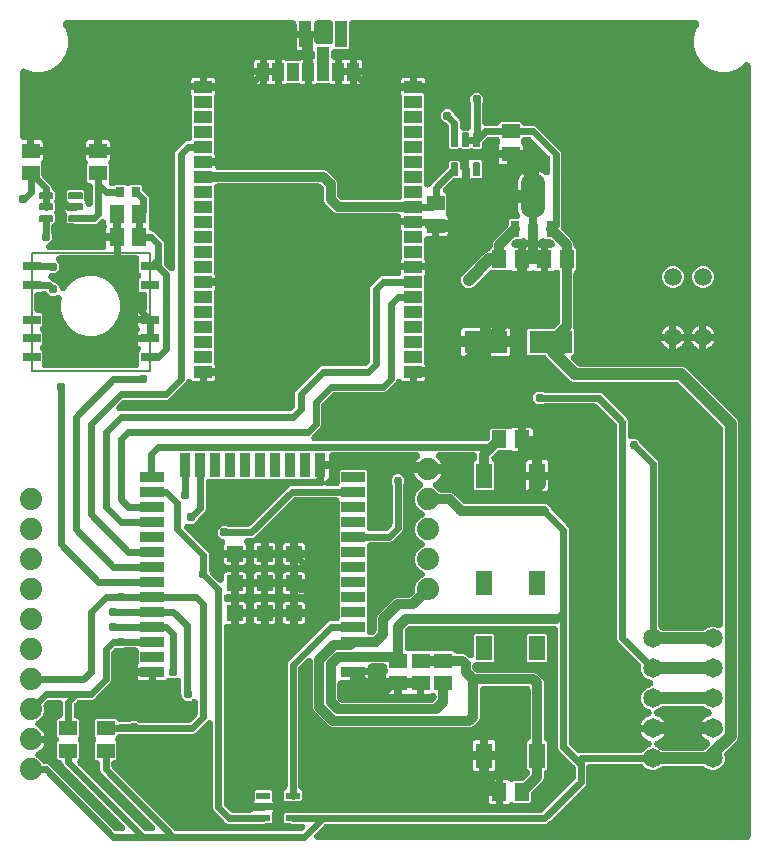
<source format=gbr>
G04 EAGLE Gerber RS-274X export*
G75*
%MOMM*%
%FSLAX34Y34*%
%LPD*%
%INTop Copper*%
%IPPOS*%
%AMOC8*
5,1,8,0,0,1.08239X$1,22.5*%
G01*
%ADD10R,1.500000X1.300000*%
%ADD11R,3.650000X1.850000*%
%ADD12R,1.300000X1.500000*%
%ADD13R,1.000000X2.200000*%
%ADD14R,1.000000X1.100000*%
%ADD15C,1.879600*%
%ADD16R,1.600000X1.300000*%
%ADD17R,1.400000X2.100000*%
%ADD18R,1.524000X1.016000*%
%ADD19R,1.016000X1.524000*%
%ADD20C,0.145000*%
%ADD21R,2.000000X0.900000*%
%ADD22R,0.900000X2.000000*%
%ADD23R,1.330000X1.330000*%
%ADD24R,0.800000X1.400000*%
%ADD25R,0.800000X1.900000*%
%ADD26C,1.524000*%
%ADD27R,1.150000X0.600000*%
%ADD28R,1.500000X0.800000*%
%ADD29C,0.127000*%
%ADD30R,0.700000X0.900000*%
%ADD31C,1.650000*%
%ADD32C,1.508000*%
%ADD33C,0.812800*%
%ADD34C,0.609600*%
%ADD35P,0.818720X8X22.500000*%
%ADD36C,1.016000*%
%ADD37C,0.756400*%

G36*
X625618Y295917D02*
X625618Y295917D01*
X625694Y295915D01*
X625863Y295937D01*
X626034Y295951D01*
X626108Y295969D01*
X626183Y295979D01*
X626347Y296028D01*
X626513Y296069D01*
X626582Y296099D01*
X626656Y296121D01*
X626809Y296197D01*
X626966Y296264D01*
X627030Y296305D01*
X627099Y296338D01*
X627238Y296437D01*
X627382Y296529D01*
X627439Y296580D01*
X627501Y296624D01*
X627622Y296744D01*
X627750Y296858D01*
X627798Y296917D01*
X627852Y296971D01*
X627953Y297109D01*
X628060Y297242D01*
X628097Y297308D01*
X628142Y297369D01*
X628219Y297522D01*
X628304Y297670D01*
X628330Y297742D01*
X628365Y297810D01*
X628416Y297973D01*
X628475Y298133D01*
X628490Y298208D01*
X628513Y298280D01*
X628525Y298385D01*
X628570Y298617D01*
X628577Y298853D01*
X628589Y298958D01*
X628589Y951410D01*
X628586Y951448D01*
X628588Y951486D01*
X628566Y951694D01*
X628549Y951902D01*
X628540Y951939D01*
X628536Y951977D01*
X628481Y952178D01*
X628431Y952380D01*
X628416Y952415D01*
X628405Y952452D01*
X628318Y952642D01*
X628236Y952834D01*
X628216Y952866D01*
X628200Y952901D01*
X628083Y953074D01*
X627971Y953250D01*
X627946Y953278D01*
X627924Y953310D01*
X627781Y953462D01*
X627642Y953618D01*
X627613Y953642D01*
X627587Y953670D01*
X627421Y953797D01*
X627258Y953928D01*
X627225Y953947D01*
X627195Y953970D01*
X627011Y954069D01*
X626830Y954172D01*
X626794Y954185D01*
X626760Y954203D01*
X626563Y954271D01*
X626367Y954343D01*
X626330Y954351D01*
X626294Y954363D01*
X626087Y954398D01*
X625883Y954438D01*
X625845Y954439D01*
X625807Y954446D01*
X625598Y954447D01*
X625390Y954453D01*
X625352Y954448D01*
X625314Y954449D01*
X625107Y954416D01*
X624901Y954389D01*
X624864Y954378D01*
X624827Y954372D01*
X624628Y954307D01*
X624429Y954246D01*
X624394Y954230D01*
X624358Y954218D01*
X624173Y954121D01*
X623985Y954030D01*
X623954Y954008D01*
X623920Y953990D01*
X623848Y953932D01*
X623583Y953744D01*
X623461Y953623D01*
X623387Y953565D01*
X621239Y951416D01*
X615502Y948104D01*
X609103Y946389D01*
X602477Y946389D01*
X596078Y948104D01*
X590341Y951416D01*
X585656Y956101D01*
X582344Y961838D01*
X580629Y968237D01*
X580629Y974863D01*
X582344Y981262D01*
X584657Y985268D01*
X584714Y985389D01*
X584780Y985504D01*
X584820Y985611D01*
X584869Y985714D01*
X584905Y985842D01*
X584952Y985967D01*
X584974Y986079D01*
X585005Y986188D01*
X585021Y986321D01*
X585046Y986451D01*
X585050Y986565D01*
X585063Y986678D01*
X585058Y986811D01*
X585062Y986944D01*
X585047Y987057D01*
X585042Y987171D01*
X585015Y987301D01*
X584997Y987433D01*
X584964Y987542D01*
X584941Y987654D01*
X584893Y987778D01*
X584855Y987906D01*
X584805Y988008D01*
X584764Y988114D01*
X584696Y988229D01*
X584638Y988349D01*
X584572Y988441D01*
X584514Y988540D01*
X584429Y988643D01*
X584352Y988751D01*
X584272Y988832D01*
X584200Y988920D01*
X584099Y989007D01*
X584006Y989102D01*
X583914Y989169D01*
X583828Y989244D01*
X583714Y989314D01*
X583607Y989392D01*
X583505Y989444D01*
X583408Y989504D01*
X583285Y989555D01*
X583167Y989615D01*
X583058Y989649D01*
X582953Y989693D01*
X582823Y989723D01*
X582696Y989763D01*
X582612Y989772D01*
X582472Y989805D01*
X582083Y989832D01*
X582018Y989839D01*
X291272Y989839D01*
X291196Y989833D01*
X291120Y989835D01*
X290951Y989813D01*
X290780Y989799D01*
X290706Y989781D01*
X290631Y989771D01*
X290467Y989722D01*
X290301Y989681D01*
X290232Y989651D01*
X290158Y989629D01*
X290005Y989553D01*
X289848Y989486D01*
X289784Y989445D01*
X289715Y989412D01*
X289576Y989313D01*
X289432Y989221D01*
X289375Y989170D01*
X289313Y989126D01*
X289192Y989006D01*
X289064Y988892D01*
X289016Y988833D01*
X288962Y988779D01*
X288861Y988641D01*
X288754Y988508D01*
X288717Y988442D01*
X288672Y988381D01*
X288595Y988228D01*
X288510Y988080D01*
X288484Y988008D01*
X288449Y987940D01*
X288398Y987777D01*
X288339Y987617D01*
X288324Y987542D01*
X288301Y987470D01*
X288289Y987365D01*
X288244Y987133D01*
X288237Y986897D01*
X288225Y986792D01*
X288225Y966268D01*
X287332Y965375D01*
X276352Y965375D01*
X276276Y965369D01*
X276200Y965371D01*
X276031Y965349D01*
X275860Y965335D01*
X275786Y965317D01*
X275711Y965307D01*
X275547Y965258D01*
X275381Y965217D01*
X275312Y965187D01*
X275238Y965165D01*
X275085Y965089D01*
X274928Y965022D01*
X274864Y964981D01*
X274795Y964948D01*
X274656Y964849D01*
X274512Y964757D01*
X274455Y964706D01*
X274393Y964662D01*
X274272Y964542D01*
X274144Y964428D01*
X274096Y964369D01*
X274042Y964315D01*
X273941Y964177D01*
X273834Y964044D01*
X273797Y963978D01*
X273752Y963917D01*
X273675Y963764D01*
X273590Y963616D01*
X273564Y963544D01*
X273529Y963476D01*
X273478Y963313D01*
X273419Y963153D01*
X273404Y963078D01*
X273381Y963006D01*
X273369Y962901D01*
X273324Y962669D01*
X273317Y962433D01*
X273305Y962328D01*
X273305Y959358D01*
X273311Y959282D01*
X273309Y959206D01*
X273331Y959037D01*
X273345Y958866D01*
X273363Y958792D01*
X273373Y958717D01*
X273422Y958553D01*
X273463Y958387D01*
X273493Y958318D01*
X273515Y958244D01*
X273591Y958091D01*
X273658Y957934D01*
X273699Y957870D01*
X273732Y957801D01*
X273831Y957662D01*
X273923Y957518D01*
X273974Y957461D01*
X274018Y957399D01*
X274138Y957278D01*
X274252Y957150D01*
X274311Y957102D01*
X274365Y957048D01*
X274503Y956947D01*
X274636Y956840D01*
X274702Y956803D01*
X274763Y956758D01*
X274916Y956681D01*
X275064Y956596D01*
X275136Y956570D01*
X275204Y956535D01*
X275367Y956484D01*
X275527Y956425D01*
X275602Y956410D01*
X275674Y956387D01*
X275779Y956375D01*
X276011Y956330D01*
X276247Y956323D01*
X276352Y956311D01*
X276353Y956311D01*
X276353Y946150D01*
X276353Y935989D01*
X273985Y935989D01*
X273339Y936162D01*
X272587Y936597D01*
X272397Y936687D01*
X272211Y936781D01*
X272175Y936792D01*
X272141Y936808D01*
X271940Y936866D01*
X271741Y936929D01*
X271710Y936932D01*
X271667Y936945D01*
X271177Y937003D01*
X271108Y937000D01*
X271063Y937005D01*
X262337Y937005D01*
X262129Y936988D01*
X261920Y936977D01*
X261883Y936968D01*
X261845Y936965D01*
X261643Y936915D01*
X261439Y936870D01*
X261410Y936857D01*
X261367Y936847D01*
X260913Y936652D01*
X260855Y936615D01*
X260813Y936597D01*
X260061Y936162D01*
X259415Y935989D01*
X257047Y935989D01*
X257047Y946150D01*
X257047Y956311D01*
X257048Y956311D01*
X257124Y956317D01*
X257200Y956315D01*
X257369Y956337D01*
X257540Y956351D01*
X257614Y956369D01*
X257689Y956379D01*
X257853Y956428D01*
X258019Y956469D01*
X258088Y956499D01*
X258162Y956521D01*
X258315Y956597D01*
X258472Y956664D01*
X258536Y956705D01*
X258605Y956738D01*
X258744Y956837D01*
X258888Y956929D01*
X258945Y956980D01*
X259007Y957024D01*
X259128Y957144D01*
X259256Y957258D01*
X259304Y957317D01*
X259358Y957371D01*
X259459Y957509D01*
X259566Y957642D01*
X259603Y957708D01*
X259648Y957769D01*
X259725Y957922D01*
X259810Y958070D01*
X259836Y958142D01*
X259871Y958210D01*
X259922Y958373D01*
X259981Y958533D01*
X259996Y958608D01*
X260019Y958680D01*
X260031Y958785D01*
X260076Y959017D01*
X260083Y959253D01*
X260095Y959358D01*
X260095Y961312D01*
X260089Y961388D01*
X260091Y961464D01*
X260069Y961633D01*
X260055Y961804D01*
X260037Y961878D01*
X260027Y961953D01*
X259978Y962117D01*
X259937Y962283D01*
X259907Y962352D01*
X259885Y962426D01*
X259809Y962579D01*
X259742Y962736D01*
X259701Y962800D01*
X259668Y962869D01*
X259569Y963008D01*
X259477Y963152D01*
X259426Y963209D01*
X259382Y963271D01*
X259262Y963392D01*
X259148Y963520D01*
X259089Y963568D01*
X259035Y963622D01*
X258897Y963723D01*
X258764Y963830D01*
X258698Y963867D01*
X258637Y963912D01*
X258484Y963989D01*
X258336Y964074D01*
X258264Y964100D01*
X258196Y964135D01*
X258033Y964186D01*
X257873Y964245D01*
X257798Y964260D01*
X257726Y964283D01*
X257621Y964295D01*
X257389Y964340D01*
X257153Y964347D01*
X257048Y964359D01*
X254747Y964359D01*
X254747Y974853D01*
X259241Y974853D01*
X259241Y972472D01*
X259247Y972396D01*
X259245Y972320D01*
X259267Y972151D01*
X259281Y971980D01*
X259299Y971906D01*
X259309Y971831D01*
X259358Y971667D01*
X259399Y971501D01*
X259429Y971432D01*
X259451Y971358D01*
X259527Y971205D01*
X259594Y971048D01*
X259635Y970984D01*
X259668Y970915D01*
X259767Y970776D01*
X259859Y970632D01*
X259910Y970575D01*
X259954Y970513D01*
X260074Y970392D01*
X260188Y970264D01*
X260247Y970216D01*
X260301Y970162D01*
X260439Y970061D01*
X260572Y969954D01*
X260638Y969917D01*
X260699Y969872D01*
X260852Y969795D01*
X261000Y969710D01*
X261072Y969684D01*
X261140Y969649D01*
X261303Y969598D01*
X261463Y969539D01*
X261538Y969524D01*
X261610Y969501D01*
X261715Y969489D01*
X261947Y969444D01*
X262183Y969437D01*
X262288Y969425D01*
X272128Y969425D01*
X272204Y969431D01*
X272280Y969429D01*
X272449Y969451D01*
X272620Y969465D01*
X272694Y969483D01*
X272769Y969493D01*
X272933Y969542D01*
X273099Y969583D01*
X273168Y969613D01*
X273242Y969635D01*
X273395Y969711D01*
X273552Y969778D01*
X273616Y969819D01*
X273685Y969852D01*
X273824Y969951D01*
X273968Y970043D01*
X274025Y970094D01*
X274087Y970138D01*
X274208Y970258D01*
X274336Y970372D01*
X274384Y970431D01*
X274438Y970485D01*
X274539Y970623D01*
X274646Y970756D01*
X274683Y970822D01*
X274728Y970883D01*
X274805Y971036D01*
X274890Y971184D01*
X274916Y971256D01*
X274951Y971324D01*
X275002Y971487D01*
X275061Y971647D01*
X275076Y971722D01*
X275099Y971794D01*
X275111Y971899D01*
X275156Y972131D01*
X275163Y972367D01*
X275175Y972472D01*
X275175Y986792D01*
X275169Y986868D01*
X275171Y986944D01*
X275149Y987113D01*
X275135Y987284D01*
X275117Y987358D01*
X275107Y987433D01*
X275058Y987597D01*
X275017Y987763D01*
X274987Y987832D01*
X274965Y987906D01*
X274889Y988059D01*
X274822Y988216D01*
X274781Y988280D01*
X274748Y988349D01*
X274649Y988488D01*
X274557Y988632D01*
X274506Y988689D01*
X274462Y988751D01*
X274342Y988872D01*
X274228Y989000D01*
X274169Y989048D01*
X274115Y989102D01*
X273977Y989203D01*
X273844Y989310D01*
X273778Y989347D01*
X273717Y989392D01*
X273564Y989469D01*
X273416Y989554D01*
X273344Y989580D01*
X273276Y989615D01*
X273113Y989666D01*
X272953Y989725D01*
X272878Y989740D01*
X272806Y989763D01*
X272701Y989775D01*
X272469Y989820D01*
X272233Y989827D01*
X272128Y989839D01*
X262288Y989839D01*
X262212Y989833D01*
X262136Y989835D01*
X261967Y989813D01*
X261796Y989799D01*
X261722Y989781D01*
X261647Y989771D01*
X261483Y989722D01*
X261317Y989681D01*
X261248Y989651D01*
X261174Y989629D01*
X261021Y989553D01*
X260864Y989486D01*
X260800Y989445D01*
X260731Y989412D01*
X260592Y989313D01*
X260448Y989221D01*
X260391Y989170D01*
X260329Y989126D01*
X260208Y989006D01*
X260080Y988892D01*
X260032Y988833D01*
X259978Y988779D01*
X259877Y988641D01*
X259770Y988508D01*
X259733Y988442D01*
X259688Y988381D01*
X259611Y988228D01*
X259526Y988080D01*
X259500Y988008D01*
X259465Y987940D01*
X259414Y987777D01*
X259355Y987617D01*
X259340Y987542D01*
X259317Y987470D01*
X259305Y987365D01*
X259260Y987133D01*
X259253Y986897D01*
X259241Y986792D01*
X259241Y980947D01*
X251700Y980947D01*
X244159Y980947D01*
X244159Y986792D01*
X244153Y986868D01*
X244155Y986944D01*
X244133Y987113D01*
X244119Y987284D01*
X244101Y987358D01*
X244091Y987433D01*
X244042Y987597D01*
X244001Y987763D01*
X243971Y987832D01*
X243949Y987906D01*
X243873Y988059D01*
X243806Y988216D01*
X243765Y988280D01*
X243732Y988349D01*
X243633Y988488D01*
X243541Y988632D01*
X243490Y988689D01*
X243446Y988751D01*
X243326Y988872D01*
X243212Y989000D01*
X243153Y989048D01*
X243099Y989102D01*
X242962Y989202D01*
X242829Y989310D01*
X242762Y989348D01*
X242701Y989392D01*
X242548Y989469D01*
X242400Y989554D01*
X242328Y989580D01*
X242260Y989615D01*
X242098Y989666D01*
X241937Y989725D01*
X241862Y989740D01*
X241790Y989763D01*
X241685Y989775D01*
X241453Y989820D01*
X241217Y989827D01*
X241112Y989839D01*
X49172Y989839D01*
X49039Y989829D01*
X48906Y989828D01*
X48793Y989809D01*
X48680Y989799D01*
X48551Y989767D01*
X48420Y989745D01*
X48312Y989708D01*
X48201Y989681D01*
X48079Y989628D01*
X47953Y989585D01*
X47853Y989531D01*
X47748Y989486D01*
X47636Y989415D01*
X47518Y989352D01*
X47428Y989282D01*
X47332Y989221D01*
X47233Y989132D01*
X47127Y989051D01*
X47049Y988968D01*
X46964Y988892D01*
X46880Y988789D01*
X46789Y988692D01*
X46726Y988597D01*
X46654Y988508D01*
X46588Y988393D01*
X46514Y988282D01*
X46466Y988179D01*
X46410Y988080D01*
X46364Y987955D01*
X46308Y987834D01*
X46278Y987724D01*
X46238Y987617D01*
X46213Y987487D01*
X46178Y987358D01*
X46165Y987245D01*
X46144Y987133D01*
X46140Y987000D01*
X46125Y986868D01*
X46132Y986754D01*
X46128Y986640D01*
X46146Y986508D01*
X46153Y986375D01*
X46178Y986264D01*
X46193Y986151D01*
X46231Y986023D01*
X46260Y985893D01*
X46294Y985817D01*
X46335Y985679D01*
X46506Y985329D01*
X46533Y985268D01*
X48846Y981262D01*
X50561Y974863D01*
X50561Y968237D01*
X48846Y961838D01*
X45534Y956101D01*
X40849Y951416D01*
X35112Y948104D01*
X28713Y946389D01*
X22087Y946389D01*
X15688Y948104D01*
X14732Y948656D01*
X14611Y948713D01*
X14496Y948779D01*
X14389Y948819D01*
X14286Y948868D01*
X14158Y948904D01*
X14033Y948951D01*
X13921Y948973D01*
X13812Y949004D01*
X13680Y949020D01*
X13549Y949045D01*
X13435Y949049D01*
X13322Y949062D01*
X13189Y949057D01*
X13056Y949061D01*
X12943Y949046D01*
X12829Y949041D01*
X12699Y949014D01*
X12567Y948996D01*
X12458Y948963D01*
X12346Y948940D01*
X12222Y948892D01*
X12094Y948854D01*
X11992Y948804D01*
X11886Y948763D01*
X11771Y948695D01*
X11651Y948637D01*
X11558Y948571D01*
X11460Y948513D01*
X11358Y948429D01*
X11249Y948352D01*
X11168Y948271D01*
X11080Y948199D01*
X10993Y948098D01*
X10898Y948005D01*
X10831Y947913D01*
X10756Y947827D01*
X10686Y947714D01*
X10608Y947606D01*
X10556Y947504D01*
X10496Y947407D01*
X10445Y947284D01*
X10385Y947166D01*
X10351Y947057D01*
X10307Y946952D01*
X10277Y946822D01*
X10237Y946695D01*
X10228Y946612D01*
X10195Y946471D01*
X10168Y946082D01*
X10161Y946017D01*
X10161Y891538D01*
X10167Y891462D01*
X10165Y891386D01*
X10187Y891217D01*
X10201Y891046D01*
X10219Y890972D01*
X10229Y890897D01*
X10278Y890733D01*
X10319Y890567D01*
X10349Y890498D01*
X10371Y890424D01*
X10447Y890271D01*
X10514Y890114D01*
X10555Y890050D01*
X10588Y889981D01*
X10687Y889842D01*
X10779Y889698D01*
X10830Y889641D01*
X10874Y889579D01*
X10994Y889458D01*
X11108Y889330D01*
X11167Y889282D01*
X11221Y889228D01*
X11359Y889127D01*
X11492Y889020D01*
X11558Y888983D01*
X11619Y888938D01*
X11772Y888861D01*
X11920Y888776D01*
X11992Y888750D01*
X12060Y888715D01*
X12223Y888664D01*
X12383Y888605D01*
X12458Y888590D01*
X12530Y888567D01*
X12635Y888555D01*
X12867Y888510D01*
X13103Y888503D01*
X13208Y888491D01*
X15801Y888491D01*
X15801Y879652D01*
X15807Y879576D01*
X15805Y879500D01*
X15827Y879331D01*
X15841Y879160D01*
X15859Y879087D01*
X15869Y879011D01*
X15918Y878847D01*
X15959Y878682D01*
X15989Y878612D01*
X16011Y878539D01*
X16087Y878385D01*
X16154Y878228D01*
X16195Y878164D01*
X16228Y878096D01*
X16327Y877956D01*
X16419Y877812D01*
X16470Y877755D01*
X16514Y877693D01*
X16634Y877572D01*
X16748Y877444D01*
X16807Y877396D01*
X16860Y877342D01*
X16901Y877313D01*
X16918Y877289D01*
X17038Y877167D01*
X17152Y877040D01*
X17211Y876992D01*
X17265Y876938D01*
X17403Y876837D01*
X17536Y876730D01*
X17602Y876693D01*
X17664Y876648D01*
X17816Y876571D01*
X17965Y876486D01*
X18036Y876460D01*
X18104Y876425D01*
X18267Y876374D01*
X18427Y876315D01*
X18502Y876300D01*
X18574Y876277D01*
X18679Y876265D01*
X18911Y876220D01*
X19147Y876213D01*
X19252Y876201D01*
X29091Y876201D01*
X29091Y872615D01*
X28918Y871969D01*
X28583Y871390D01*
X28580Y871386D01*
X28530Y871328D01*
X28475Y871276D01*
X28371Y871141D01*
X28260Y871011D01*
X28221Y870945D01*
X28174Y870885D01*
X28094Y870734D01*
X28005Y870588D01*
X27977Y870517D01*
X27941Y870450D01*
X27886Y870288D01*
X27822Y870130D01*
X27806Y870055D01*
X27781Y869983D01*
X27752Y869815D01*
X27716Y869648D01*
X27711Y869572D01*
X27698Y869497D01*
X27697Y869326D01*
X27688Y869156D01*
X27696Y869080D01*
X27695Y869003D01*
X27722Y868835D01*
X27740Y868665D01*
X27760Y868592D01*
X27772Y868516D01*
X27825Y868354D01*
X27871Y868189D01*
X27903Y868120D01*
X27926Y868048D01*
X28005Y867896D01*
X28075Y867745D01*
X28075Y859154D01*
X28084Y859041D01*
X28083Y858926D01*
X28104Y858795D01*
X28115Y858663D01*
X28142Y858552D01*
X28160Y858439D01*
X28201Y858313D01*
X28233Y858184D01*
X28278Y858079D01*
X28314Y857970D01*
X28376Y857852D01*
X28428Y857730D01*
X28489Y857634D01*
X28542Y857533D01*
X28601Y857459D01*
X28693Y857314D01*
X28909Y857072D01*
X28967Y857000D01*
X35777Y850190D01*
X36482Y848487D01*
X36502Y848362D01*
X36513Y848229D01*
X36540Y848119D01*
X36558Y848006D01*
X36599Y847879D01*
X36631Y847751D01*
X36676Y847646D01*
X36712Y847537D01*
X36774Y847419D01*
X36826Y847297D01*
X36887Y847201D01*
X36940Y847100D01*
X36999Y847026D01*
X37091Y846881D01*
X37307Y846639D01*
X37365Y846566D01*
X39475Y844457D01*
X39475Y838060D01*
X39412Y837956D01*
X39384Y837885D01*
X39348Y837818D01*
X39293Y837657D01*
X39229Y837498D01*
X39213Y837424D01*
X39188Y837352D01*
X39159Y837183D01*
X39122Y837016D01*
X39118Y836940D01*
X39105Y836865D01*
X39104Y836695D01*
X39095Y836524D01*
X39103Y836448D01*
X39102Y836372D01*
X39129Y836203D01*
X39147Y836033D01*
X39167Y835960D01*
X39179Y835885D01*
X39232Y835722D01*
X39278Y835558D01*
X39309Y835488D01*
X39333Y835416D01*
X39412Y835265D01*
X39475Y835128D01*
X39475Y828560D01*
X39412Y828456D01*
X39384Y828385D01*
X39348Y828318D01*
X39292Y828157D01*
X39229Y827998D01*
X39213Y827924D01*
X39188Y827852D01*
X39159Y827683D01*
X39122Y827516D01*
X39118Y827440D01*
X39105Y827365D01*
X39104Y827195D01*
X39095Y827024D01*
X39103Y826948D01*
X39102Y826872D01*
X39129Y826703D01*
X39147Y826533D01*
X39167Y826460D01*
X39179Y826385D01*
X39232Y826222D01*
X39278Y826058D01*
X39309Y825988D01*
X39333Y825916D01*
X39412Y825765D01*
X39475Y825628D01*
X39475Y819243D01*
X37365Y817134D01*
X37291Y817047D01*
X37210Y816966D01*
X37132Y816859D01*
X37046Y816758D01*
X36987Y816660D01*
X36920Y816568D01*
X36860Y816449D01*
X36791Y816335D01*
X36749Y816229D01*
X36697Y816127D01*
X36657Y816000D01*
X36608Y815877D01*
X36583Y815766D01*
X36549Y815657D01*
X36539Y815563D01*
X36501Y815395D01*
X36483Y815071D01*
X36473Y814979D01*
X36473Y810494D01*
X36482Y810381D01*
X36481Y810266D01*
X36502Y810135D01*
X36513Y810003D01*
X36540Y809892D01*
X36558Y809779D01*
X36599Y809653D01*
X36631Y809524D01*
X36676Y809419D01*
X36712Y809310D01*
X36774Y809192D01*
X36826Y809070D01*
X36887Y808974D01*
X36940Y808873D01*
X36999Y808799D01*
X37057Y808708D01*
X37057Y804252D01*
X33117Y800312D01*
X33092Y800283D01*
X33063Y800257D01*
X32933Y800095D01*
X32797Y799936D01*
X32777Y799903D01*
X32753Y799873D01*
X32650Y799692D01*
X32542Y799513D01*
X32528Y799478D01*
X32509Y799445D01*
X32437Y799249D01*
X32359Y799055D01*
X32351Y799018D01*
X32338Y798982D01*
X32298Y798777D01*
X32253Y798573D01*
X32250Y798535D01*
X32243Y798498D01*
X32237Y798290D01*
X32225Y798081D01*
X32229Y798043D01*
X32228Y798005D01*
X32255Y797798D01*
X32277Y797590D01*
X32287Y797554D01*
X32292Y797516D01*
X32353Y797316D01*
X32408Y797115D01*
X32424Y797080D01*
X32435Y797043D01*
X32526Y796856D01*
X32614Y796666D01*
X32635Y796634D01*
X32652Y796600D01*
X32772Y796431D01*
X32889Y796257D01*
X32915Y796229D01*
X32937Y796198D01*
X33084Y796050D01*
X33227Y795897D01*
X33257Y795874D01*
X33284Y795847D01*
X33453Y795724D01*
X33618Y795597D01*
X33652Y795579D01*
X33683Y795557D01*
X33869Y795463D01*
X34053Y795364D01*
X34089Y795351D01*
X34123Y795334D01*
X34322Y795272D01*
X34520Y795204D01*
X34557Y795198D01*
X34594Y795186D01*
X34686Y795176D01*
X35006Y795121D01*
X35178Y795120D01*
X35271Y795110D01*
X80027Y795110D01*
X80254Y795128D01*
X80482Y795144D01*
X80501Y795148D01*
X80519Y795150D01*
X80740Y795204D01*
X80962Y795257D01*
X80980Y795264D01*
X80998Y795268D01*
X81207Y795358D01*
X81418Y795446D01*
X81434Y795456D01*
X81451Y795463D01*
X81643Y795585D01*
X81837Y795706D01*
X81852Y795718D01*
X81867Y795728D01*
X82037Y795880D01*
X82209Y796030D01*
X82221Y796044D01*
X82235Y796057D01*
X82378Y796233D01*
X82524Y796410D01*
X82534Y796426D01*
X82545Y796441D01*
X82658Y796638D01*
X82773Y796836D01*
X82780Y796853D01*
X82789Y796869D01*
X82869Y797084D01*
X82950Y797296D01*
X82954Y797314D01*
X82961Y797332D01*
X83005Y797556D01*
X83051Y797779D01*
X83052Y797798D01*
X83055Y797816D01*
X83063Y798043D01*
X83072Y798272D01*
X83070Y798287D01*
X83071Y798309D01*
X83059Y798397D01*
X83059Y803201D01*
X91898Y803201D01*
X91974Y803207D01*
X92050Y803205D01*
X92219Y803227D01*
X92390Y803241D01*
X92463Y803259D01*
X92539Y803269D01*
X92703Y803318D01*
X92868Y803359D01*
X92938Y803389D01*
X93011Y803411D01*
X93165Y803487D01*
X93322Y803554D01*
X93386Y803595D01*
X93454Y803628D01*
X93594Y803727D01*
X93738Y803819D01*
X93795Y803870D01*
X93857Y803914D01*
X93978Y804034D01*
X94106Y804148D01*
X94154Y804207D01*
X94208Y804260D01*
X94238Y804301D01*
X94261Y804318D01*
X94382Y804438D01*
X94510Y804552D01*
X94558Y804611D01*
X94612Y804665D01*
X94713Y804803D01*
X94820Y804936D01*
X94857Y805002D01*
X94902Y805064D01*
X94979Y805216D01*
X95064Y805365D01*
X95090Y805436D01*
X95125Y805504D01*
X95176Y805667D01*
X95235Y805827D01*
X95250Y805902D01*
X95273Y805974D01*
X95285Y806079D01*
X95330Y806311D01*
X95337Y806547D01*
X95349Y806652D01*
X95349Y825298D01*
X95343Y825374D01*
X95345Y825450D01*
X95323Y825619D01*
X95309Y825790D01*
X95291Y825863D01*
X95281Y825939D01*
X95232Y826103D01*
X95191Y826268D01*
X95161Y826338D01*
X95139Y826411D01*
X95063Y826565D01*
X94996Y826722D01*
X94955Y826786D01*
X94922Y826854D01*
X94823Y826994D01*
X94731Y827138D01*
X94680Y827195D01*
X94636Y827257D01*
X94516Y827378D01*
X94402Y827506D01*
X94343Y827554D01*
X94289Y827608D01*
X94151Y827708D01*
X94018Y827816D01*
X93952Y827853D01*
X93891Y827898D01*
X93738Y827975D01*
X93590Y828060D01*
X93518Y828086D01*
X93450Y828120D01*
X93287Y828172D01*
X93127Y828231D01*
X93052Y828246D01*
X92980Y828269D01*
X92875Y828281D01*
X92643Y828326D01*
X92407Y828333D01*
X92302Y828345D01*
X91898Y828345D01*
X91822Y828339D01*
X91746Y828341D01*
X91577Y828319D01*
X91406Y828305D01*
X91332Y828287D01*
X91257Y828277D01*
X91093Y828227D01*
X90927Y828186D01*
X90857Y828156D01*
X90784Y828134D01*
X90631Y828059D01*
X90474Y827992D01*
X90410Y827951D01*
X90341Y827917D01*
X90202Y827819D01*
X90058Y827727D01*
X90001Y827676D01*
X89939Y827632D01*
X89817Y827512D01*
X89690Y827398D01*
X89642Y827339D01*
X89588Y827285D01*
X89487Y827147D01*
X89380Y827014D01*
X89343Y826948D01*
X89298Y826886D01*
X89221Y826734D01*
X89136Y826585D01*
X89110Y826514D01*
X89075Y826446D01*
X89024Y826283D01*
X88965Y826123D01*
X88950Y826048D01*
X88927Y825976D01*
X88915Y825871D01*
X88870Y825639D01*
X88863Y825403D01*
X88851Y825298D01*
X88851Y809699D01*
X83059Y809699D01*
X83059Y814284D01*
X83301Y815186D01*
X83338Y815392D01*
X83381Y815596D01*
X83383Y815634D01*
X83390Y815672D01*
X83394Y815881D01*
X83403Y816089D01*
X83398Y816120D01*
X83399Y816165D01*
X83328Y816653D01*
X83308Y816718D01*
X83301Y816764D01*
X83059Y817666D01*
X83059Y818536D01*
X83056Y818574D01*
X83058Y818612D01*
X83036Y818820D01*
X83019Y819027D01*
X83010Y819064D01*
X83006Y819102D01*
X82951Y819304D01*
X82901Y819506D01*
X82886Y819541D01*
X82875Y819578D01*
X82788Y819768D01*
X82706Y819960D01*
X82686Y819992D01*
X82670Y820026D01*
X82553Y820200D01*
X82441Y820376D01*
X82416Y820404D01*
X82394Y820436D01*
X82251Y820588D01*
X82112Y820744D01*
X82083Y820768D01*
X82057Y820795D01*
X81890Y820923D01*
X81728Y821054D01*
X81696Y821072D01*
X81665Y821096D01*
X81481Y821195D01*
X81300Y821298D01*
X81264Y821311D01*
X81230Y821329D01*
X81033Y821396D01*
X80837Y821469D01*
X80800Y821476D01*
X80764Y821489D01*
X80557Y821524D01*
X80353Y821564D01*
X80315Y821565D01*
X80277Y821571D01*
X80068Y821573D01*
X79860Y821579D01*
X79822Y821574D01*
X79784Y821574D01*
X79577Y821542D01*
X79371Y821515D01*
X79334Y821504D01*
X79297Y821498D01*
X79098Y821433D01*
X78899Y821372D01*
X78864Y821355D01*
X78828Y821344D01*
X78643Y821247D01*
X78455Y821155D01*
X78424Y821133D01*
X78390Y821116D01*
X78318Y821058D01*
X78053Y820870D01*
X77931Y820749D01*
X77857Y820690D01*
X75640Y818473D01*
X73960Y817777D01*
X56032Y817777D01*
X55823Y817845D01*
X55814Y817846D01*
X55805Y817849D01*
X55764Y817854D01*
X55336Y817918D01*
X55205Y817916D01*
X55127Y817925D01*
X50743Y817925D01*
X49425Y819243D01*
X49425Y826239D01*
X49420Y826301D01*
X49423Y826363D01*
X49400Y826547D01*
X49385Y826731D01*
X49370Y826791D01*
X49363Y826853D01*
X49311Y827030D01*
X49267Y827210D01*
X49242Y827267D01*
X49225Y827327D01*
X49177Y827420D01*
X49072Y827663D01*
X48959Y827841D01*
X48912Y827932D01*
X48781Y828128D01*
X48535Y828723D01*
X48519Y828803D01*
X57000Y828803D01*
X57076Y828809D01*
X57152Y828806D01*
X57321Y828829D01*
X57491Y828843D01*
X57565Y828861D01*
X57641Y828871D01*
X57805Y828920D01*
X57970Y828961D01*
X58040Y828991D01*
X58113Y829013D01*
X58267Y829088D01*
X58424Y829156D01*
X58488Y829197D01*
X58556Y829230D01*
X58696Y829329D01*
X58840Y829421D01*
X58896Y829472D01*
X58959Y829516D01*
X59080Y829636D01*
X59208Y829750D01*
X59255Y829809D01*
X59310Y829862D01*
X59410Y830001D01*
X59517Y830133D01*
X59555Y830200D01*
X59600Y830261D01*
X59677Y830414D01*
X59761Y830562D01*
X59788Y830634D01*
X59822Y830702D01*
X59874Y830864D01*
X59933Y831025D01*
X59948Y831099D01*
X59971Y831172D01*
X59982Y831277D01*
X60028Y831509D01*
X60035Y831745D01*
X60047Y831850D01*
X60041Y831926D01*
X60043Y832002D01*
X60021Y832171D01*
X60007Y832342D01*
X59989Y832416D01*
X59979Y832491D01*
X59929Y832655D01*
X59888Y832821D01*
X59858Y832891D01*
X59836Y832964D01*
X59761Y833117D01*
X59694Y833274D01*
X59653Y833338D01*
X59619Y833407D01*
X59520Y833546D01*
X59429Y833690D01*
X59378Y833747D01*
X59334Y833809D01*
X59214Y833931D01*
X59100Y834058D01*
X59041Y834106D01*
X58987Y834160D01*
X58849Y834261D01*
X58716Y834368D01*
X58650Y834406D01*
X58588Y834450D01*
X58436Y834527D01*
X58287Y834612D01*
X58216Y834638D01*
X58148Y834673D01*
X57985Y834724D01*
X57825Y834784D01*
X57750Y834798D01*
X57677Y834821D01*
X57573Y834833D01*
X57341Y834878D01*
X57105Y834886D01*
X57000Y834897D01*
X48519Y834897D01*
X48535Y834977D01*
X48781Y835572D01*
X48912Y835768D01*
X48942Y835822D01*
X48978Y835872D01*
X49062Y836037D01*
X49152Y836199D01*
X49173Y836257D01*
X49201Y836312D01*
X49256Y836489D01*
X49319Y836663D01*
X49330Y836724D01*
X49349Y836783D01*
X49361Y836887D01*
X49409Y837148D01*
X49414Y837358D01*
X49425Y837461D01*
X49425Y844457D01*
X50743Y845775D01*
X63257Y845775D01*
X64575Y844457D01*
X64575Y837461D01*
X64580Y837399D01*
X64577Y837337D01*
X64600Y837153D01*
X64615Y836969D01*
X64630Y836909D01*
X64637Y836847D01*
X64689Y836670D01*
X64733Y836490D01*
X64758Y836433D01*
X64775Y836373D01*
X64823Y836280D01*
X64928Y836037D01*
X65041Y835859D01*
X65088Y835768D01*
X65219Y835572D01*
X65465Y834978D01*
X65591Y834344D01*
X65645Y834157D01*
X65691Y833968D01*
X65712Y833919D01*
X65726Y833869D01*
X65809Y833693D01*
X65886Y833514D01*
X65914Y833470D01*
X65936Y833423D01*
X66046Y833262D01*
X66151Y833098D01*
X66186Y833059D01*
X66215Y833016D01*
X66350Y832875D01*
X66480Y832730D01*
X66520Y832697D01*
X66557Y832660D01*
X66712Y832543D01*
X66864Y832420D01*
X66909Y832395D01*
X66951Y832363D01*
X67123Y832273D01*
X67292Y832176D01*
X67341Y832158D01*
X67388Y832134D01*
X67572Y832072D01*
X67755Y832005D01*
X67806Y831995D01*
X67856Y831978D01*
X68048Y831947D01*
X68239Y831910D01*
X68291Y831908D01*
X68343Y831900D01*
X68538Y831901D01*
X68732Y831895D01*
X68784Y831902D01*
X68836Y831902D01*
X69028Y831934D01*
X69221Y831959D01*
X69271Y831974D01*
X69323Y831983D01*
X69507Y832045D01*
X69694Y832102D01*
X69741Y832125D01*
X69790Y832141D01*
X69962Y832233D01*
X70137Y832318D01*
X70179Y832349D01*
X70225Y832373D01*
X70380Y832492D01*
X70539Y832604D01*
X70576Y832641D01*
X70618Y832672D01*
X70752Y832814D01*
X70890Y832951D01*
X70921Y832993D01*
X70957Y833031D01*
X71066Y833192D01*
X71180Y833349D01*
X71204Y833396D01*
X71233Y833439D01*
X71315Y833616D01*
X71403Y833790D01*
X71418Y833840D01*
X71440Y833887D01*
X71492Y834075D01*
X71551Y834260D01*
X71556Y834302D01*
X71572Y834363D01*
X71626Y834853D01*
X71622Y834896D01*
X71627Y834938D01*
X71627Y849378D01*
X71621Y849454D01*
X71623Y849530D01*
X71601Y849699D01*
X71587Y849870D01*
X71569Y849944D01*
X71559Y850019D01*
X71510Y850183D01*
X71469Y850349D01*
X71439Y850418D01*
X71417Y850492D01*
X71341Y850645D01*
X71274Y850802D01*
X71233Y850866D01*
X71200Y850935D01*
X71101Y851074D01*
X71009Y851218D01*
X70958Y851275D01*
X70914Y851337D01*
X70794Y851458D01*
X70680Y851586D01*
X70621Y851634D01*
X70567Y851688D01*
X70429Y851789D01*
X70296Y851896D01*
X70230Y851933D01*
X70169Y851978D01*
X70016Y852055D01*
X69868Y852140D01*
X69796Y852166D01*
X69728Y852201D01*
X69565Y852252D01*
X69405Y852311D01*
X69330Y852326D01*
X69258Y852349D01*
X69153Y852361D01*
X68921Y852406D01*
X68685Y852413D01*
X68580Y852425D01*
X68068Y852425D01*
X67175Y853318D01*
X67175Y867760D01*
X67245Y867875D01*
X67273Y867946D01*
X67309Y868013D01*
X67364Y868175D01*
X67428Y868333D01*
X67444Y868408D01*
X67469Y868480D01*
X67498Y868648D01*
X67534Y868815D01*
X67539Y868891D01*
X67552Y868966D01*
X67553Y869137D01*
X67562Y869308D01*
X67554Y869384D01*
X67555Y869460D01*
X67528Y869628D01*
X67510Y869798D01*
X67490Y869872D01*
X67478Y869947D01*
X67424Y870110D01*
X67379Y870274D01*
X67348Y870343D01*
X67324Y870416D01*
X67245Y870567D01*
X67174Y870722D01*
X67131Y870786D01*
X67096Y870853D01*
X67030Y870935D01*
X66898Y871132D01*
X66736Y871304D01*
X66670Y871386D01*
X66667Y871390D01*
X66332Y871969D01*
X66159Y872615D01*
X66159Y876201D01*
X75998Y876201D01*
X76074Y876207D01*
X76150Y876205D01*
X76227Y876215D01*
X76297Y876213D01*
X76402Y876201D01*
X86241Y876201D01*
X86241Y872615D01*
X86068Y871969D01*
X85733Y871390D01*
X85730Y871386D01*
X85680Y871328D01*
X85625Y871276D01*
X85521Y871141D01*
X85410Y871011D01*
X85371Y870945D01*
X85324Y870885D01*
X85244Y870734D01*
X85155Y870588D01*
X85127Y870517D01*
X85091Y870450D01*
X85036Y870288D01*
X84972Y870130D01*
X84956Y870055D01*
X84931Y869983D01*
X84902Y869815D01*
X84866Y869648D01*
X84861Y869572D01*
X84848Y869497D01*
X84847Y869326D01*
X84838Y869156D01*
X84846Y869080D01*
X84845Y869003D01*
X84872Y868835D01*
X84890Y868665D01*
X84910Y868592D01*
X84922Y868516D01*
X84975Y868354D01*
X85021Y868189D01*
X85053Y868120D01*
X85076Y868048D01*
X85155Y867896D01*
X85225Y867745D01*
X85225Y852188D01*
X85228Y852150D01*
X85226Y852112D01*
X85248Y851904D01*
X85265Y851696D01*
X85274Y851659D01*
X85278Y851621D01*
X85333Y851420D01*
X85383Y851217D01*
X85398Y851182D01*
X85409Y851145D01*
X85496Y850956D01*
X85578Y850764D01*
X85598Y850732D01*
X85614Y850697D01*
X85731Y850523D01*
X85843Y850348D01*
X85868Y850319D01*
X85890Y850288D01*
X86033Y850135D01*
X86172Y849980D01*
X86201Y849956D01*
X86228Y849928D01*
X86393Y849801D01*
X86556Y849670D01*
X86589Y849651D01*
X86619Y849628D01*
X86803Y849529D01*
X86984Y849426D01*
X87020Y849413D01*
X87054Y849395D01*
X87251Y849327D01*
X87447Y849254D01*
X87484Y849247D01*
X87520Y849235D01*
X87727Y849200D01*
X87931Y849160D01*
X87969Y849158D01*
X88007Y849152D01*
X88216Y849151D01*
X88424Y849144D01*
X88462Y849149D01*
X88500Y849149D01*
X88707Y849182D01*
X88913Y849209D01*
X88950Y849220D01*
X88987Y849226D01*
X89185Y849291D01*
X89385Y849351D01*
X89420Y849368D01*
X89456Y849380D01*
X89641Y849476D01*
X89829Y849568D01*
X89860Y849590D01*
X89894Y849608D01*
X89966Y849666D01*
X90231Y849854D01*
X90353Y849974D01*
X90427Y850033D01*
X90968Y850575D01*
X99232Y850575D01*
X99445Y850361D01*
X99503Y850312D01*
X99556Y850256D01*
X99691Y850152D01*
X99821Y850042D01*
X99887Y850002D01*
X99947Y849956D01*
X100097Y849875D01*
X100244Y849787D01*
X100315Y849759D01*
X100382Y849723D01*
X100543Y849667D01*
X100702Y849604D01*
X100776Y849587D01*
X100848Y849563D01*
X101017Y849534D01*
X101184Y849497D01*
X101260Y849493D01*
X101335Y849480D01*
X101506Y849479D01*
X101676Y849469D01*
X101752Y849478D01*
X101828Y849477D01*
X101997Y849504D01*
X102167Y849522D01*
X102240Y849542D01*
X102315Y849554D01*
X102478Y849607D01*
X102642Y849652D01*
X102712Y849684D01*
X102784Y849708D01*
X102935Y849787D01*
X103091Y849858D01*
X103154Y849901D01*
X103222Y849936D01*
X103304Y850001D01*
X103500Y850133D01*
X103673Y850295D01*
X103755Y850361D01*
X103968Y850575D01*
X112232Y850575D01*
X113125Y849682D01*
X113125Y847254D01*
X113134Y847141D01*
X113133Y847026D01*
X113154Y846895D01*
X113165Y846763D01*
X113192Y846652D01*
X113210Y846539D01*
X113251Y846413D01*
X113283Y846284D01*
X113328Y846179D01*
X113364Y846070D01*
X113426Y845952D01*
X113478Y845830D01*
X113539Y845734D01*
X113592Y845633D01*
X113651Y845559D01*
X113743Y845414D01*
X113959Y845172D01*
X114017Y845100D01*
X116462Y842655D01*
X118177Y840940D01*
X118873Y839260D01*
X118873Y835146D01*
X118882Y835032D01*
X118881Y834918D01*
X118902Y834786D01*
X118913Y834654D01*
X118940Y834543D01*
X118958Y834430D01*
X118999Y834304D01*
X119031Y834175D01*
X119076Y834070D01*
X119112Y833962D01*
X119125Y833938D01*
X119125Y816854D01*
X119112Y816799D01*
X119088Y816726D01*
X119059Y816558D01*
X119022Y816391D01*
X119018Y816315D01*
X119005Y816240D01*
X119004Y816069D01*
X118994Y815899D01*
X119003Y815823D01*
X119002Y815747D01*
X119029Y815578D01*
X119047Y815408D01*
X119067Y815335D01*
X119079Y815259D01*
X119125Y815120D01*
X119125Y814067D01*
X119142Y813849D01*
X119156Y813632D01*
X119162Y813604D01*
X119165Y813576D01*
X119217Y813363D01*
X119266Y813151D01*
X119277Y813124D01*
X119283Y813097D01*
X119370Y812896D01*
X119452Y812694D01*
X119467Y812670D01*
X119478Y812643D01*
X119595Y812459D01*
X119709Y812273D01*
X119728Y812251D01*
X119743Y812227D01*
X119888Y812065D01*
X120031Y811899D01*
X120053Y811881D01*
X120072Y811860D01*
X120241Y811723D01*
X120409Y811582D01*
X120430Y811571D01*
X120456Y811550D01*
X120884Y811306D01*
X120960Y811278D01*
X121006Y811252D01*
X123240Y810327D01*
X130877Y802690D01*
X131573Y801010D01*
X131573Y784206D01*
X131582Y784093D01*
X131581Y783978D01*
X131602Y783847D01*
X131613Y783715D01*
X131640Y783604D01*
X131658Y783491D01*
X131699Y783365D01*
X131731Y783236D01*
X131776Y783131D01*
X131812Y783022D01*
X131873Y782905D01*
X131926Y782782D01*
X131987Y782686D01*
X132040Y782585D01*
X132099Y782511D01*
X132191Y782366D01*
X132407Y782124D01*
X132465Y782052D01*
X136275Y778242D01*
X136304Y778217D01*
X136330Y778188D01*
X136388Y778142D01*
X136415Y778114D01*
X136487Y778061D01*
X136492Y778058D01*
X136651Y777922D01*
X136684Y777902D01*
X136714Y777878D01*
X136895Y777775D01*
X137074Y777667D01*
X137109Y777653D01*
X137142Y777634D01*
X137338Y777562D01*
X137532Y777484D01*
X137569Y777476D01*
X137605Y777463D01*
X137810Y777423D01*
X138014Y777378D01*
X138052Y777375D01*
X138089Y777368D01*
X138297Y777362D01*
X138506Y777350D01*
X138544Y777354D01*
X138582Y777353D01*
X138789Y777380D01*
X138997Y777402D01*
X139033Y777412D01*
X139071Y777417D01*
X139271Y777478D01*
X139472Y777533D01*
X139507Y777549D01*
X139544Y777560D01*
X139731Y777652D01*
X139921Y777739D01*
X139952Y777760D01*
X139987Y777777D01*
X140157Y777897D01*
X140330Y778014D01*
X140358Y778040D01*
X140389Y778062D01*
X140537Y778209D01*
X140690Y778352D01*
X140713Y778382D01*
X140740Y778409D01*
X140863Y778578D01*
X140990Y778743D01*
X141008Y778777D01*
X141030Y778808D01*
X141124Y778994D01*
X141223Y779178D01*
X141236Y779214D01*
X141253Y779248D01*
X141315Y779447D01*
X141383Y779645D01*
X141389Y779682D01*
X141401Y779719D01*
X141411Y779811D01*
X141453Y780058D01*
X141458Y780082D01*
X141458Y780087D01*
X141466Y780131D01*
X141467Y780303D01*
X141477Y780396D01*
X141477Y877210D01*
X142173Y878890D01*
X149810Y886527D01*
X151490Y887223D01*
X152908Y887223D01*
X152984Y887229D01*
X153060Y887227D01*
X153229Y887249D01*
X153400Y887263D01*
X153474Y887281D01*
X153549Y887291D01*
X153713Y887340D01*
X153879Y887381D01*
X153948Y887411D01*
X154022Y887433D01*
X154175Y887509D01*
X154332Y887576D01*
X154396Y887617D01*
X154465Y887650D01*
X154604Y887749D01*
X154748Y887841D01*
X154805Y887892D01*
X154867Y887936D01*
X154988Y888056D01*
X155116Y888170D01*
X155164Y888229D01*
X155218Y888283D01*
X155319Y888421D01*
X155426Y888554D01*
X155463Y888620D01*
X155508Y888681D01*
X155585Y888834D01*
X155670Y888982D01*
X155696Y889054D01*
X155731Y889122D01*
X155782Y889285D01*
X155841Y889445D01*
X155856Y889520D01*
X155879Y889592D01*
X155891Y889697D01*
X155936Y889929D01*
X155943Y890165D01*
X155955Y890270D01*
X155955Y925113D01*
X155938Y925321D01*
X155927Y925530D01*
X155918Y925567D01*
X155915Y925605D01*
X155865Y925807D01*
X155820Y926011D01*
X155807Y926040D01*
X155797Y926083D01*
X155602Y926537D01*
X155565Y926595D01*
X155547Y926637D01*
X155112Y927389D01*
X154939Y928035D01*
X154939Y930403D01*
X165100Y930403D01*
X175261Y930403D01*
X175261Y928035D01*
X175088Y927389D01*
X174653Y926637D01*
X174563Y926447D01*
X174469Y926261D01*
X174458Y926225D01*
X174442Y926191D01*
X174384Y925990D01*
X174321Y925791D01*
X174318Y925760D01*
X174305Y925717D01*
X174247Y925227D01*
X174250Y925158D01*
X174245Y925113D01*
X174245Y878287D01*
X174262Y878079D01*
X174273Y877870D01*
X174282Y877833D01*
X174285Y877795D01*
X174335Y877593D01*
X174380Y877389D01*
X174393Y877360D01*
X174403Y877317D01*
X174598Y876863D01*
X174635Y876805D01*
X174653Y876763D01*
X175088Y876011D01*
X175261Y875365D01*
X175261Y872997D01*
X165100Y872997D01*
X165024Y872991D01*
X164948Y872994D01*
X164779Y872971D01*
X164609Y872957D01*
X164535Y872939D01*
X164459Y872929D01*
X164295Y872880D01*
X164130Y872839D01*
X164060Y872809D01*
X163987Y872787D01*
X163833Y872712D01*
X163676Y872644D01*
X163612Y872603D01*
X163544Y872570D01*
X163404Y872471D01*
X163260Y872379D01*
X163204Y872328D01*
X163141Y872284D01*
X163020Y872164D01*
X162892Y872050D01*
X162845Y871991D01*
X162790Y871938D01*
X162690Y871799D01*
X162583Y871667D01*
X162545Y871600D01*
X162500Y871539D01*
X162423Y871386D01*
X162339Y871238D01*
X162312Y871166D01*
X162278Y871098D01*
X162226Y870936D01*
X162167Y870775D01*
X162152Y870701D01*
X162129Y870628D01*
X162118Y870523D01*
X162072Y870291D01*
X162065Y870055D01*
X162053Y869950D01*
X162059Y869874D01*
X162057Y869798D01*
X162079Y869628D01*
X162093Y869458D01*
X162111Y869384D01*
X162121Y869309D01*
X162171Y869145D01*
X162212Y868979D01*
X162242Y868909D01*
X162264Y868836D01*
X162339Y868683D01*
X162406Y868526D01*
X162447Y868462D01*
X162481Y868393D01*
X162580Y868254D01*
X162671Y868110D01*
X162722Y868053D01*
X162766Y867991D01*
X162886Y867869D01*
X163000Y867742D01*
X163059Y867694D01*
X163113Y867640D01*
X163251Y867539D01*
X163384Y867432D01*
X163450Y867394D01*
X163512Y867349D01*
X163664Y867273D01*
X163813Y867188D01*
X163884Y867161D01*
X163952Y867127D01*
X164115Y867076D01*
X164275Y867016D01*
X164350Y867002D01*
X164423Y866979D01*
X164527Y866967D01*
X164759Y866922D01*
X164995Y866914D01*
X165100Y866903D01*
X175261Y866903D01*
X175261Y865886D01*
X175267Y865810D01*
X175265Y865734D01*
X175287Y865565D01*
X175301Y865394D01*
X175319Y865320D01*
X175329Y865245D01*
X175378Y865081D01*
X175419Y864915D01*
X175449Y864846D01*
X175471Y864772D01*
X175547Y864619D01*
X175614Y864462D01*
X175655Y864398D01*
X175688Y864329D01*
X175787Y864190D01*
X175879Y864046D01*
X175930Y863989D01*
X175974Y863927D01*
X176094Y863806D01*
X176208Y863678D01*
X176267Y863630D01*
X176321Y863576D01*
X176459Y863475D01*
X176592Y863368D01*
X176658Y863331D01*
X176719Y863286D01*
X176872Y863209D01*
X177020Y863124D01*
X177092Y863098D01*
X177160Y863063D01*
X177323Y863012D01*
X177483Y862953D01*
X177558Y862938D01*
X177630Y862915D01*
X177735Y862903D01*
X177967Y862858D01*
X178203Y862851D01*
X178308Y862839D01*
X267812Y862839D01*
X269866Y861988D01*
X277788Y854066D01*
X278639Y852012D01*
X278639Y841777D01*
X278648Y841663D01*
X278647Y841549D01*
X278668Y841418D01*
X278679Y841285D01*
X278706Y841175D01*
X278724Y841062D01*
X278765Y840935D01*
X278797Y840807D01*
X278842Y840702D01*
X278878Y840593D01*
X278940Y840475D01*
X278992Y840353D01*
X279053Y840257D01*
X279106Y840156D01*
X279165Y840082D01*
X279257Y839937D01*
X279473Y839695D01*
X279531Y839622D01*
X280822Y838331D01*
X280909Y838257D01*
X280990Y838176D01*
X281097Y838098D01*
X281198Y838012D01*
X281296Y837953D01*
X281388Y837886D01*
X281507Y837826D01*
X281621Y837757D01*
X281727Y837715D01*
X281829Y837663D01*
X281956Y837623D01*
X282079Y837574D01*
X282190Y837549D01*
X282299Y837515D01*
X282393Y837505D01*
X282561Y837467D01*
X282885Y837449D01*
X282977Y837439D01*
X330708Y837439D01*
X330784Y837445D01*
X330860Y837443D01*
X331029Y837465D01*
X331200Y837479D01*
X331274Y837497D01*
X331349Y837507D01*
X331513Y837556D01*
X331679Y837597D01*
X331748Y837627D01*
X331822Y837649D01*
X331975Y837725D01*
X332132Y837792D01*
X332196Y837833D01*
X332265Y837866D01*
X332404Y837965D01*
X332548Y838057D01*
X332605Y838108D01*
X332667Y838152D01*
X332788Y838272D01*
X332916Y838386D01*
X332964Y838445D01*
X333018Y838499D01*
X333119Y838637D01*
X333226Y838770D01*
X333263Y838836D01*
X333308Y838897D01*
X333385Y839050D01*
X333470Y839198D01*
X333496Y839270D01*
X333531Y839338D01*
X333582Y839501D01*
X333641Y839661D01*
X333656Y839735D01*
X333679Y839808D01*
X333691Y839913D01*
X333736Y840145D01*
X333743Y840381D01*
X333755Y840486D01*
X333755Y925113D01*
X333738Y925321D01*
X333727Y925530D01*
X333718Y925567D01*
X333715Y925605D01*
X333665Y925807D01*
X333620Y926011D01*
X333607Y926040D01*
X333597Y926083D01*
X333402Y926537D01*
X333365Y926595D01*
X333347Y926637D01*
X332912Y927389D01*
X332739Y928035D01*
X332739Y930403D01*
X342900Y930403D01*
X353061Y930403D01*
X353061Y928035D01*
X352888Y927389D01*
X352453Y926637D01*
X352363Y926447D01*
X352269Y926261D01*
X352258Y926225D01*
X352242Y926191D01*
X352184Y925990D01*
X352121Y925791D01*
X352118Y925760D01*
X352105Y925717D01*
X352047Y925227D01*
X352050Y925158D01*
X352045Y925113D01*
X352045Y851205D01*
X352056Y851063D01*
X352058Y850921D01*
X352076Y850818D01*
X352085Y850714D01*
X352119Y850575D01*
X352144Y850435D01*
X352178Y850336D01*
X352203Y850235D01*
X352260Y850104D01*
X352307Y849969D01*
X352357Y849877D01*
X352398Y849781D01*
X352474Y849661D01*
X352543Y849536D01*
X352607Y849453D01*
X352663Y849365D01*
X352758Y849259D01*
X352845Y849146D01*
X352922Y849075D01*
X352992Y848997D01*
X353103Y848908D01*
X353207Y848811D01*
X353294Y848753D01*
X353376Y848687D01*
X353499Y848617D01*
X353618Y848538D01*
X353713Y848495D01*
X353804Y848443D01*
X353938Y848394D01*
X354068Y848335D01*
X354169Y848308D01*
X354267Y848272D01*
X354407Y848244D01*
X354544Y848208D01*
X354649Y848197D01*
X354751Y848177D01*
X354893Y848173D01*
X355035Y848159D01*
X355140Y848165D01*
X355244Y848162D01*
X355385Y848180D01*
X355528Y848189D01*
X355630Y848213D01*
X355733Y848226D01*
X355870Y848267D01*
X356009Y848299D01*
X356105Y848338D01*
X356205Y848369D01*
X356334Y848431D01*
X356466Y848485D01*
X356555Y848540D01*
X356649Y848586D01*
X356765Y848668D01*
X356887Y848742D01*
X356966Y848811D01*
X357051Y848871D01*
X357152Y848971D01*
X357260Y849064D01*
X357328Y849144D01*
X357402Y849218D01*
X357486Y849333D01*
X357577Y849442D01*
X357615Y849511D01*
X357692Y849617D01*
X357888Y850004D01*
X357907Y850039D01*
X358073Y850440D01*
X372533Y864900D01*
X372607Y864987D01*
X372688Y865067D01*
X372766Y865174D01*
X372852Y865276D01*
X372911Y865373D01*
X372978Y865466D01*
X373038Y865584D01*
X373107Y865698D01*
X373149Y865804D01*
X373201Y865906D01*
X373241Y866033D01*
X373290Y866156D01*
X373315Y866267D01*
X373349Y866377D01*
X373359Y866470D01*
X373397Y866638D01*
X373415Y866962D01*
X373425Y867054D01*
X373425Y870007D01*
X374743Y871325D01*
X381739Y871325D01*
X381801Y871330D01*
X381863Y871327D01*
X382047Y871350D01*
X382231Y871365D01*
X382291Y871380D01*
X382353Y871387D01*
X382530Y871439D01*
X382710Y871483D01*
X382767Y871508D01*
X382827Y871525D01*
X382920Y871573D01*
X383163Y871678D01*
X383341Y871791D01*
X383432Y871838D01*
X383628Y871969D01*
X384223Y872215D01*
X384303Y872231D01*
X384303Y863750D01*
X384303Y855269D01*
X384223Y855285D01*
X383628Y855531D01*
X383432Y855662D01*
X383378Y855692D01*
X383328Y855728D01*
X383163Y855812D01*
X383001Y855902D01*
X382943Y855923D01*
X382888Y855951D01*
X382711Y856006D01*
X382537Y856069D01*
X382476Y856080D01*
X382417Y856099D01*
X382313Y856111D01*
X382052Y856159D01*
X381842Y856164D01*
X381739Y856175D01*
X378004Y856175D01*
X377891Y856166D01*
X377776Y856167D01*
X377645Y856146D01*
X377513Y856135D01*
X377402Y856108D01*
X377289Y856090D01*
X377163Y856049D01*
X377034Y856017D01*
X376929Y855972D01*
X376820Y855936D01*
X376702Y855874D01*
X376580Y855822D01*
X376484Y855761D01*
X376383Y855708D01*
X376309Y855649D01*
X376164Y855557D01*
X375922Y855341D01*
X375850Y855283D01*
X368794Y848227D01*
X368769Y848198D01*
X368740Y848172D01*
X368610Y848010D01*
X368474Y847851D01*
X368454Y847818D01*
X368430Y847788D01*
X368327Y847607D01*
X368219Y847428D01*
X368205Y847393D01*
X368186Y847360D01*
X368114Y847164D01*
X368036Y846970D01*
X368028Y846933D01*
X368015Y846897D01*
X367975Y846692D01*
X367930Y846488D01*
X367927Y846450D01*
X367920Y846413D01*
X367914Y846205D01*
X367902Y845996D01*
X367906Y845958D01*
X367905Y845920D01*
X367932Y845713D01*
X367954Y845505D01*
X367964Y845469D01*
X367969Y845431D01*
X368030Y845231D01*
X368085Y845030D01*
X368101Y844995D01*
X368112Y844958D01*
X368203Y844771D01*
X368291Y844581D01*
X368312Y844549D01*
X368329Y844515D01*
X368449Y844346D01*
X368566Y844172D01*
X368592Y844144D01*
X368614Y844113D01*
X368761Y843965D01*
X368904Y843812D01*
X368934Y843789D01*
X368961Y843762D01*
X369130Y843639D01*
X369295Y843512D01*
X369329Y843494D01*
X369360Y843472D01*
X369546Y843378D01*
X369730Y843279D01*
X369766Y843266D01*
X369800Y843249D01*
X369883Y843223D01*
X370975Y842132D01*
X370975Y827690D01*
X370905Y827575D01*
X370877Y827504D01*
X370841Y827437D01*
X370786Y827275D01*
X370722Y827117D01*
X370706Y827042D01*
X370681Y826970D01*
X370652Y826802D01*
X370616Y826635D01*
X370611Y826559D01*
X370598Y826484D01*
X370597Y826313D01*
X370588Y826142D01*
X370596Y826066D01*
X370595Y825990D01*
X370622Y825822D01*
X370640Y825652D01*
X370660Y825578D01*
X370672Y825503D01*
X370726Y825340D01*
X370771Y825176D01*
X370802Y825107D01*
X370826Y825034D01*
X370905Y824883D01*
X370976Y824728D01*
X371019Y824664D01*
X371054Y824597D01*
X371120Y824515D01*
X371252Y824318D01*
X371380Y824182D01*
X371386Y824173D01*
X371416Y824143D01*
X371480Y824064D01*
X371483Y824060D01*
X371818Y823481D01*
X371991Y822835D01*
X371991Y819249D01*
X362152Y819249D01*
X362076Y819243D01*
X362000Y819245D01*
X361923Y819235D01*
X361853Y819237D01*
X361748Y819249D01*
X356108Y819249D01*
X356032Y819243D01*
X355956Y819245D01*
X355787Y819223D01*
X355616Y819209D01*
X355542Y819191D01*
X355467Y819181D01*
X355303Y819132D01*
X355137Y819091D01*
X355068Y819061D01*
X354994Y819039D01*
X354841Y818963D01*
X354684Y818896D01*
X354620Y818855D01*
X354551Y818822D01*
X354412Y818723D01*
X354268Y818631D01*
X354211Y818580D01*
X354149Y818536D01*
X354028Y818416D01*
X353900Y818302D01*
X353852Y818243D01*
X353798Y818189D01*
X353697Y818051D01*
X353590Y817918D01*
X353553Y817852D01*
X353508Y817791D01*
X353431Y817638D01*
X353346Y817490D01*
X353320Y817418D01*
X353285Y817350D01*
X353234Y817187D01*
X353175Y817027D01*
X353160Y816952D01*
X353137Y816880D01*
X353125Y816775D01*
X353080Y816543D01*
X353073Y816307D01*
X353061Y816202D01*
X353061Y815798D01*
X353067Y815722D01*
X353065Y815646D01*
X353087Y815477D01*
X353101Y815306D01*
X353119Y815232D01*
X353129Y815157D01*
X353178Y814993D01*
X353219Y814827D01*
X353249Y814757D01*
X353271Y814684D01*
X353347Y814531D01*
X353414Y814374D01*
X353455Y814310D01*
X353488Y814241D01*
X353587Y814102D01*
X353679Y813958D01*
X353730Y813901D01*
X353774Y813839D01*
X353894Y813717D01*
X354008Y813590D01*
X354067Y813542D01*
X354121Y813488D01*
X354259Y813387D01*
X354392Y813280D01*
X354458Y813243D01*
X354519Y813198D01*
X354672Y813121D01*
X354820Y813036D01*
X354892Y813010D01*
X354960Y812975D01*
X355123Y812924D01*
X355283Y812865D01*
X355358Y812850D01*
X355430Y812827D01*
X355535Y812815D01*
X355767Y812770D01*
X356003Y812763D01*
X356108Y812751D01*
X358701Y812751D01*
X358701Y806959D01*
X355092Y806959D01*
X355016Y806953D01*
X354940Y806955D01*
X354771Y806933D01*
X354600Y806919D01*
X354526Y806901D01*
X354451Y806891D01*
X354287Y806842D01*
X354121Y806801D01*
X354052Y806771D01*
X353978Y806749D01*
X353825Y806673D01*
X353668Y806606D01*
X353604Y806565D01*
X353535Y806532D01*
X353396Y806433D01*
X353252Y806341D01*
X353195Y806290D01*
X353133Y806246D01*
X353012Y806126D01*
X352884Y806012D01*
X352836Y805953D01*
X352782Y805899D01*
X352681Y805761D01*
X352574Y805628D01*
X352537Y805562D01*
X352492Y805501D01*
X352415Y805348D01*
X352330Y805200D01*
X352304Y805128D01*
X352269Y805060D01*
X352218Y804897D01*
X352159Y804737D01*
X352144Y804662D01*
X352121Y804590D01*
X352109Y804485D01*
X352064Y804253D01*
X352057Y804017D01*
X352045Y803912D01*
X352045Y789387D01*
X352062Y789179D01*
X352073Y788970D01*
X352082Y788933D01*
X352085Y788895D01*
X352135Y788693D01*
X352180Y788489D01*
X352193Y788460D01*
X352203Y788417D01*
X352398Y787963D01*
X352435Y787905D01*
X352453Y787863D01*
X352888Y787111D01*
X353061Y786465D01*
X353061Y784097D01*
X342900Y784097D01*
X332739Y784097D01*
X332739Y786465D01*
X332912Y787111D01*
X333347Y787863D01*
X333437Y788053D01*
X333531Y788239D01*
X333542Y788275D01*
X333558Y788309D01*
X333616Y788510D01*
X333679Y788709D01*
X333682Y788740D01*
X333695Y788783D01*
X333753Y789273D01*
X333750Y789342D01*
X333755Y789387D01*
X333755Y810813D01*
X333738Y811021D01*
X333727Y811230D01*
X333718Y811267D01*
X333715Y811305D01*
X333665Y811507D01*
X333620Y811711D01*
X333607Y811740D01*
X333597Y811783D01*
X333402Y812237D01*
X333365Y812295D01*
X333347Y812337D01*
X332912Y813089D01*
X332739Y813735D01*
X332739Y816103D01*
X342900Y816103D01*
X342976Y816109D01*
X343052Y816106D01*
X343221Y816129D01*
X343391Y816143D01*
X343465Y816161D01*
X343541Y816171D01*
X343705Y816220D01*
X343870Y816261D01*
X343940Y816291D01*
X344013Y816313D01*
X344167Y816388D01*
X344324Y816456D01*
X344388Y816497D01*
X344456Y816530D01*
X344596Y816629D01*
X344740Y816721D01*
X344796Y816772D01*
X344859Y816816D01*
X344980Y816936D01*
X345108Y817050D01*
X345155Y817109D01*
X345210Y817162D01*
X345310Y817301D01*
X345417Y817433D01*
X345455Y817500D01*
X345500Y817561D01*
X345577Y817714D01*
X345661Y817862D01*
X345688Y817934D01*
X345722Y818002D01*
X345774Y818164D01*
X345833Y818325D01*
X345848Y818399D01*
X345871Y818472D01*
X345882Y818577D01*
X345928Y818809D01*
X345935Y819045D01*
X345947Y819150D01*
X345941Y819226D01*
X345943Y819300D01*
X345943Y819302D01*
X345921Y819471D01*
X345907Y819642D01*
X345889Y819716D01*
X345879Y819791D01*
X345829Y819955D01*
X345788Y820121D01*
X345758Y820191D01*
X345736Y820264D01*
X345661Y820417D01*
X345594Y820574D01*
X345553Y820638D01*
X345519Y820707D01*
X345420Y820846D01*
X345329Y820990D01*
X345278Y821047D01*
X345234Y821109D01*
X345114Y821231D01*
X345000Y821358D01*
X344941Y821406D01*
X344887Y821460D01*
X344749Y821561D01*
X344616Y821668D01*
X344550Y821706D01*
X344488Y821750D01*
X344336Y821827D01*
X344187Y821912D01*
X344116Y821938D01*
X344048Y821973D01*
X343885Y822024D01*
X343725Y822084D01*
X343650Y822098D01*
X343577Y822121D01*
X343473Y822133D01*
X343241Y822178D01*
X343005Y822186D01*
X342900Y822197D01*
X332739Y822197D01*
X332739Y823214D01*
X332733Y823290D01*
X332735Y823366D01*
X332713Y823535D01*
X332699Y823706D01*
X332681Y823780D01*
X332671Y823855D01*
X332622Y824019D01*
X332581Y824185D01*
X332551Y824254D01*
X332529Y824328D01*
X332453Y824481D01*
X332386Y824638D01*
X332345Y824702D01*
X332312Y824771D01*
X332213Y824910D01*
X332121Y825054D01*
X332070Y825111D01*
X332026Y825173D01*
X331906Y825294D01*
X331792Y825422D01*
X331733Y825470D01*
X331679Y825524D01*
X331541Y825625D01*
X331408Y825732D01*
X331342Y825769D01*
X331281Y825814D01*
X331128Y825891D01*
X330980Y825976D01*
X330908Y826002D01*
X330840Y826037D01*
X330677Y826088D01*
X330517Y826147D01*
X330442Y826162D01*
X330370Y826185D01*
X330265Y826197D01*
X330033Y826242D01*
X329797Y826249D01*
X329692Y826261D01*
X278288Y826261D01*
X276234Y827112D01*
X268312Y835034D01*
X267461Y837088D01*
X267461Y847323D01*
X267452Y847437D01*
X267453Y847551D01*
X267432Y847682D01*
X267421Y847815D01*
X267394Y847925D01*
X267376Y848038D01*
X267335Y848165D01*
X267303Y848293D01*
X267258Y848398D01*
X267222Y848507D01*
X267160Y848625D01*
X267108Y848747D01*
X267047Y848843D01*
X266994Y848944D01*
X266935Y849018D01*
X266843Y849163D01*
X266627Y849405D01*
X266569Y849478D01*
X265278Y850769D01*
X265191Y850843D01*
X265110Y850924D01*
X265003Y851002D01*
X264902Y851088D01*
X264804Y851147D01*
X264712Y851214D01*
X264593Y851274D01*
X264479Y851343D01*
X264373Y851385D01*
X264271Y851437D01*
X264144Y851477D01*
X264021Y851526D01*
X263910Y851551D01*
X263801Y851585D01*
X263707Y851595D01*
X263539Y851633D01*
X263215Y851651D01*
X263123Y851661D01*
X177292Y851661D01*
X177216Y851655D01*
X177140Y851657D01*
X176971Y851635D01*
X176800Y851621D01*
X176726Y851603D01*
X176651Y851593D01*
X176487Y851544D01*
X176321Y851503D01*
X176252Y851473D01*
X176178Y851451D01*
X176025Y851375D01*
X175868Y851308D01*
X175804Y851267D01*
X175735Y851234D01*
X175596Y851135D01*
X175452Y851043D01*
X175395Y850992D01*
X175333Y850948D01*
X175212Y850828D01*
X175084Y850714D01*
X175036Y850655D01*
X174982Y850601D01*
X174881Y850463D01*
X174774Y850330D01*
X174737Y850264D01*
X174692Y850203D01*
X174615Y850050D01*
X174530Y849902D01*
X174504Y849830D01*
X174469Y849762D01*
X174418Y849599D01*
X174359Y849439D01*
X174344Y849364D01*
X174321Y849292D01*
X174309Y849187D01*
X174264Y848955D01*
X174257Y848719D01*
X174245Y848614D01*
X174245Y776687D01*
X174262Y776479D01*
X174273Y776270D01*
X174282Y776233D01*
X174285Y776195D01*
X174335Y775993D01*
X174380Y775789D01*
X174393Y775760D01*
X174403Y775717D01*
X174598Y775263D01*
X174635Y775205D01*
X174653Y775163D01*
X175088Y774411D01*
X175261Y773765D01*
X175261Y771397D01*
X165100Y771397D01*
X165024Y771391D01*
X164948Y771394D01*
X164779Y771371D01*
X164609Y771357D01*
X164535Y771339D01*
X164459Y771329D01*
X164295Y771280D01*
X164130Y771239D01*
X164060Y771209D01*
X163987Y771187D01*
X163833Y771112D01*
X163676Y771044D01*
X163612Y771003D01*
X163544Y770970D01*
X163404Y770871D01*
X163260Y770779D01*
X163204Y770728D01*
X163141Y770684D01*
X163020Y770564D01*
X162892Y770450D01*
X162845Y770391D01*
X162790Y770338D01*
X162690Y770199D01*
X162583Y770067D01*
X162545Y770000D01*
X162500Y769939D01*
X162423Y769786D01*
X162339Y769638D01*
X162312Y769566D01*
X162278Y769498D01*
X162226Y769336D01*
X162167Y769175D01*
X162152Y769101D01*
X162129Y769028D01*
X162118Y768923D01*
X162072Y768691D01*
X162065Y768455D01*
X162053Y768350D01*
X162059Y768274D01*
X162057Y768198D01*
X162079Y768028D01*
X162093Y767858D01*
X162111Y767784D01*
X162121Y767709D01*
X162171Y767545D01*
X162212Y767379D01*
X162242Y767309D01*
X162264Y767236D01*
X162339Y767083D01*
X162406Y766926D01*
X162447Y766862D01*
X162481Y766793D01*
X162580Y766654D01*
X162671Y766510D01*
X162722Y766453D01*
X162766Y766391D01*
X162886Y766269D01*
X163000Y766142D01*
X163059Y766094D01*
X163113Y766040D01*
X163251Y765939D01*
X163384Y765832D01*
X163450Y765794D01*
X163512Y765749D01*
X163664Y765673D01*
X163813Y765588D01*
X163884Y765561D01*
X163952Y765527D01*
X164115Y765476D01*
X164275Y765416D01*
X164350Y765402D01*
X164423Y765379D01*
X164527Y765367D01*
X164759Y765322D01*
X164995Y765314D01*
X165100Y765303D01*
X175261Y765303D01*
X175261Y762935D01*
X175088Y762289D01*
X174653Y761537D01*
X174563Y761347D01*
X174469Y761161D01*
X174458Y761125D01*
X174442Y761091D01*
X174384Y760890D01*
X174321Y760691D01*
X174318Y760660D01*
X174305Y760617D01*
X174247Y760127D01*
X174250Y760058D01*
X174245Y760013D01*
X174245Y700487D01*
X174262Y700279D01*
X174273Y700070D01*
X174282Y700033D01*
X174285Y699995D01*
X174335Y699793D01*
X174380Y699589D01*
X174393Y699560D01*
X174403Y699517D01*
X174598Y699063D01*
X174635Y699005D01*
X174653Y698963D01*
X175088Y698211D01*
X175261Y697565D01*
X175261Y695197D01*
X165100Y695197D01*
X165024Y695191D01*
X164948Y695194D01*
X164779Y695171D01*
X164609Y695157D01*
X164535Y695139D01*
X164459Y695129D01*
X164295Y695080D01*
X164130Y695039D01*
X164060Y695009D01*
X163987Y694987D01*
X163833Y694912D01*
X163676Y694844D01*
X163612Y694803D01*
X163544Y694770D01*
X163404Y694671D01*
X163260Y694579D01*
X163204Y694528D01*
X163141Y694484D01*
X163020Y694364D01*
X162892Y694250D01*
X162844Y694191D01*
X162790Y694137D01*
X162689Y693999D01*
X162582Y693866D01*
X162544Y693800D01*
X162499Y693738D01*
X162423Y693586D01*
X162338Y693437D01*
X162311Y693366D01*
X162277Y693298D01*
X162226Y693135D01*
X162166Y692975D01*
X162152Y692900D01*
X162129Y692827D01*
X162117Y692723D01*
X162072Y692491D01*
X162064Y692255D01*
X162053Y692150D01*
X162053Y684529D01*
X157145Y684529D01*
X156499Y684702D01*
X155920Y685037D01*
X155442Y685515D01*
X155305Y685632D01*
X155172Y685755D01*
X155117Y685791D01*
X155066Y685834D01*
X154911Y685928D01*
X154761Y686027D01*
X154700Y686055D01*
X154643Y686089D01*
X154476Y686156D01*
X154311Y686230D01*
X154247Y686247D01*
X154185Y686272D01*
X154010Y686311D01*
X153835Y686358D01*
X153769Y686364D01*
X153704Y686379D01*
X153523Y686389D01*
X153344Y686407D01*
X153278Y686403D01*
X153211Y686406D01*
X153031Y686387D01*
X152852Y686376D01*
X152787Y686361D01*
X152721Y686354D01*
X152547Y686306D01*
X152371Y686266D01*
X152309Y686241D01*
X152245Y686224D01*
X152081Y686148D01*
X151914Y686080D01*
X151857Y686046D01*
X151796Y686018D01*
X151647Y685917D01*
X151493Y685823D01*
X151442Y685780D01*
X151387Y685742D01*
X151256Y685619D01*
X151119Y685501D01*
X151076Y685450D01*
X151028Y685405D01*
X150918Y685262D01*
X150802Y685123D01*
X150776Y685077D01*
X150727Y685013D01*
X150494Y684579D01*
X150483Y684547D01*
X150472Y684526D01*
X149927Y683210D01*
X135940Y669223D01*
X134260Y668527D01*
X98406Y668527D01*
X98293Y668518D01*
X98178Y668519D01*
X98047Y668498D01*
X97915Y668487D01*
X97804Y668460D01*
X97691Y668442D01*
X97565Y668401D01*
X97436Y668369D01*
X97331Y668324D01*
X97222Y668288D01*
X97105Y668227D01*
X96982Y668174D01*
X96886Y668113D01*
X96785Y668060D01*
X96711Y668001D01*
X96566Y667909D01*
X96324Y667693D01*
X96252Y667635D01*
X92442Y663825D01*
X92417Y663796D01*
X92388Y663770D01*
X92258Y663608D01*
X92122Y663449D01*
X92102Y663416D01*
X92078Y663386D01*
X91975Y663205D01*
X91867Y663026D01*
X91853Y662991D01*
X91834Y662958D01*
X91762Y662762D01*
X91684Y662568D01*
X91676Y662531D01*
X91663Y662495D01*
X91623Y662290D01*
X91578Y662086D01*
X91575Y662048D01*
X91568Y662011D01*
X91562Y661803D01*
X91550Y661594D01*
X91554Y661556D01*
X91553Y661518D01*
X91580Y661311D01*
X91602Y661103D01*
X91612Y661067D01*
X91617Y661029D01*
X91678Y660829D01*
X91733Y660628D01*
X91749Y660593D01*
X91760Y660556D01*
X91852Y660369D01*
X91939Y660179D01*
X91960Y660148D01*
X91977Y660113D01*
X92097Y659943D01*
X92214Y659770D01*
X92240Y659742D01*
X92262Y659711D01*
X92409Y659563D01*
X92552Y659410D01*
X92582Y659387D01*
X92609Y659360D01*
X92778Y659237D01*
X92943Y659110D01*
X92977Y659092D01*
X93008Y659070D01*
X93194Y658976D01*
X93378Y658877D01*
X93414Y658864D01*
X93448Y658847D01*
X93647Y658785D01*
X93845Y658717D01*
X93882Y658711D01*
X93919Y658699D01*
X94011Y658689D01*
X94331Y658634D01*
X94503Y658633D01*
X94596Y658623D01*
X238144Y658623D01*
X238257Y658632D01*
X238372Y658631D01*
X238503Y658652D01*
X238635Y658663D01*
X238746Y658690D01*
X238859Y658708D01*
X238985Y658749D01*
X239114Y658781D01*
X239219Y658826D01*
X239328Y658862D01*
X239446Y658924D01*
X239568Y658976D01*
X239664Y659037D01*
X239765Y659090D01*
X239839Y659149D01*
X239984Y659241D01*
X240226Y659457D01*
X240298Y659515D01*
X242185Y661402D01*
X242259Y661489D01*
X242340Y661569D01*
X242418Y661676D01*
X242504Y661778D01*
X242563Y661875D01*
X242630Y661968D01*
X242690Y662086D01*
X242759Y662200D01*
X242801Y662306D01*
X242853Y662408D01*
X242893Y662535D01*
X242942Y662658D01*
X242967Y662769D01*
X243001Y662879D01*
X243011Y662972D01*
X243049Y663140D01*
X243067Y663464D01*
X243077Y663556D01*
X243077Y674010D01*
X243773Y675690D01*
X262395Y694312D01*
X264110Y696027D01*
X265790Y696723D01*
X301644Y696723D01*
X301757Y696732D01*
X301872Y696731D01*
X302003Y696752D01*
X302135Y696763D01*
X302246Y696790D01*
X302359Y696808D01*
X302485Y696849D01*
X302614Y696881D01*
X302719Y696926D01*
X302828Y696962D01*
X302946Y697024D01*
X303068Y697076D01*
X303164Y697137D01*
X303265Y697190D01*
X303339Y697249D01*
X303484Y697341D01*
X303726Y697557D01*
X303798Y697615D01*
X305685Y699502D01*
X305759Y699589D01*
X305840Y699669D01*
X305918Y699776D01*
X306004Y699878D01*
X306063Y699975D01*
X306130Y700068D01*
X306190Y700186D01*
X306259Y700300D01*
X306301Y700406D01*
X306353Y700508D01*
X306393Y700635D01*
X306442Y700758D01*
X306467Y700869D01*
X306501Y700979D01*
X306511Y701072D01*
X306549Y701240D01*
X306567Y701564D01*
X306577Y701656D01*
X306577Y762910D01*
X307273Y764590D01*
X314910Y772227D01*
X316590Y772923D01*
X329692Y772923D01*
X329768Y772929D01*
X329844Y772927D01*
X330013Y772949D01*
X330184Y772963D01*
X330258Y772981D01*
X330333Y772991D01*
X330497Y773040D01*
X330663Y773081D01*
X330732Y773111D01*
X330806Y773133D01*
X330959Y773209D01*
X331116Y773276D01*
X331180Y773317D01*
X331249Y773350D01*
X331388Y773449D01*
X331532Y773541D01*
X331589Y773592D01*
X331651Y773636D01*
X331772Y773756D01*
X331900Y773870D01*
X331948Y773929D01*
X332002Y773983D01*
X332103Y774121D01*
X332210Y774254D01*
X332247Y774320D01*
X332292Y774381D01*
X332369Y774534D01*
X332454Y774682D01*
X332480Y774754D01*
X332515Y774822D01*
X332566Y774985D01*
X332625Y775145D01*
X332640Y775220D01*
X332663Y775292D01*
X332675Y775397D01*
X332720Y775629D01*
X332727Y775865D01*
X332739Y775970D01*
X332739Y778003D01*
X342900Y778003D01*
X353061Y778003D01*
X353061Y775635D01*
X352888Y774989D01*
X352453Y774237D01*
X352363Y774047D01*
X352269Y773861D01*
X352258Y773825D01*
X352242Y773791D01*
X352184Y773590D01*
X352121Y773391D01*
X352118Y773360D01*
X352105Y773317D01*
X352047Y772827D01*
X352050Y772758D01*
X352045Y772713D01*
X352045Y700487D01*
X352062Y700279D01*
X352073Y700070D01*
X352082Y700033D01*
X352085Y699995D01*
X352135Y699793D01*
X352180Y699589D01*
X352193Y699560D01*
X352203Y699517D01*
X352398Y699063D01*
X352435Y699005D01*
X352453Y698963D01*
X352888Y698211D01*
X353061Y697565D01*
X353061Y695197D01*
X342900Y695197D01*
X342824Y695191D01*
X342748Y695194D01*
X342579Y695171D01*
X342409Y695157D01*
X342335Y695139D01*
X342259Y695129D01*
X342095Y695080D01*
X341930Y695039D01*
X341860Y695009D01*
X341787Y694987D01*
X341633Y694912D01*
X341476Y694844D01*
X341412Y694803D01*
X341344Y694770D01*
X341204Y694671D01*
X341060Y694579D01*
X341004Y694528D01*
X340941Y694484D01*
X340820Y694364D01*
X340692Y694250D01*
X340644Y694191D01*
X340590Y694137D01*
X340489Y693999D01*
X340382Y693866D01*
X340344Y693800D01*
X340299Y693738D01*
X340223Y693586D01*
X340138Y693437D01*
X340111Y693366D01*
X340077Y693298D01*
X340026Y693135D01*
X339966Y692975D01*
X339952Y692900D01*
X339929Y692827D01*
X339917Y692723D01*
X339872Y692491D01*
X339864Y692255D01*
X339853Y692150D01*
X339853Y684529D01*
X334945Y684529D01*
X334299Y684702D01*
X333720Y685037D01*
X333242Y685515D01*
X333104Y685632D01*
X332972Y685755D01*
X332917Y685791D01*
X332866Y685834D01*
X332711Y685928D01*
X332561Y686027D01*
X332500Y686055D01*
X332443Y686089D01*
X332276Y686156D01*
X332111Y686230D01*
X332047Y686247D01*
X331985Y686272D01*
X331809Y686311D01*
X331635Y686358D01*
X331569Y686364D01*
X331504Y686379D01*
X331323Y686389D01*
X331144Y686407D01*
X331078Y686403D01*
X331011Y686407D01*
X330831Y686387D01*
X330652Y686376D01*
X330587Y686361D01*
X330521Y686354D01*
X330346Y686306D01*
X330171Y686266D01*
X330109Y686241D01*
X330045Y686224D01*
X329881Y686148D01*
X329714Y686080D01*
X329657Y686046D01*
X329597Y686018D01*
X329447Y685917D01*
X329293Y685823D01*
X329242Y685780D01*
X329187Y685743D01*
X329056Y685619D01*
X328919Y685501D01*
X328876Y685450D01*
X328828Y685405D01*
X328718Y685261D01*
X328602Y685123D01*
X328576Y685077D01*
X328527Y685013D01*
X328294Y684579D01*
X328283Y684547D01*
X328272Y684526D01*
X327727Y683210D01*
X326012Y681495D01*
X320090Y675573D01*
X318410Y674877D01*
X276206Y674877D01*
X276093Y674868D01*
X275978Y674869D01*
X275847Y674848D01*
X275715Y674837D01*
X275604Y674810D01*
X275491Y674792D01*
X275365Y674751D01*
X275236Y674719D01*
X275131Y674674D01*
X275022Y674638D01*
X274904Y674576D01*
X274782Y674524D01*
X274686Y674463D01*
X274585Y674410D01*
X274511Y674351D01*
X274366Y674259D01*
X274124Y674043D01*
X274052Y673985D01*
X265815Y665748D01*
X265741Y665661D01*
X265660Y665581D01*
X265582Y665474D01*
X265496Y665372D01*
X265437Y665275D01*
X265370Y665182D01*
X265310Y665064D01*
X265241Y664950D01*
X265199Y664844D01*
X265147Y664742D01*
X265107Y664615D01*
X265058Y664492D01*
X265033Y664380D01*
X264999Y664271D01*
X264989Y664178D01*
X264951Y664010D01*
X264933Y663686D01*
X264923Y663594D01*
X264923Y646790D01*
X264227Y645110D01*
X262512Y643395D01*
X257542Y638425D01*
X257517Y638396D01*
X257488Y638370D01*
X257357Y638208D01*
X257222Y638049D01*
X257202Y638016D01*
X257178Y637986D01*
X257076Y637806D01*
X256967Y637626D01*
X256953Y637591D01*
X256934Y637558D01*
X256862Y637361D01*
X256784Y637168D01*
X256776Y637131D01*
X256763Y637095D01*
X256723Y636890D01*
X256678Y636686D01*
X256675Y636648D01*
X256668Y636611D01*
X256662Y636403D01*
X256650Y636194D01*
X256654Y636156D01*
X256653Y636118D01*
X256680Y635911D01*
X256702Y635703D01*
X256712Y635667D01*
X256717Y635629D01*
X256778Y635429D01*
X256833Y635228D01*
X256849Y635193D01*
X256860Y635156D01*
X256951Y634969D01*
X257039Y634779D01*
X257060Y634747D01*
X257077Y634713D01*
X257197Y634543D01*
X257314Y634370D01*
X257340Y634342D01*
X257362Y634311D01*
X257509Y634162D01*
X257652Y634010D01*
X257682Y633987D01*
X257709Y633960D01*
X257878Y633837D01*
X258043Y633710D01*
X258077Y633692D01*
X258108Y633670D01*
X258294Y633576D01*
X258478Y633477D01*
X258514Y633465D01*
X258548Y633447D01*
X258747Y633385D01*
X258945Y633317D01*
X258982Y633311D01*
X259019Y633299D01*
X259111Y633289D01*
X259431Y633234D01*
X259603Y633233D01*
X259696Y633223D01*
X404878Y633223D01*
X404954Y633229D01*
X405030Y633227D01*
X405199Y633249D01*
X405370Y633263D01*
X405444Y633281D01*
X405519Y633291D01*
X405683Y633340D01*
X405849Y633381D01*
X405918Y633411D01*
X405992Y633433D01*
X406145Y633509D01*
X406302Y633576D01*
X406366Y633617D01*
X406435Y633650D01*
X406574Y633749D01*
X406718Y633841D01*
X406775Y633892D01*
X406837Y633936D01*
X406958Y634056D01*
X407086Y634170D01*
X407134Y634229D01*
X407188Y634283D01*
X407289Y634421D01*
X407396Y634554D01*
X407433Y634620D01*
X407478Y634681D01*
X407555Y634834D01*
X407640Y634982D01*
X407666Y635054D01*
X407701Y635122D01*
X407752Y635285D01*
X407811Y635445D01*
X407826Y635520D01*
X407849Y635592D01*
X407861Y635697D01*
X407906Y635929D01*
X407913Y636165D01*
X407925Y636270D01*
X407925Y643132D01*
X408818Y644025D01*
X423260Y644025D01*
X423375Y643955D01*
X423446Y643927D01*
X423513Y643891D01*
X423675Y643836D01*
X423833Y643772D01*
X423908Y643756D01*
X423980Y643731D01*
X424148Y643702D01*
X424315Y643666D01*
X424391Y643661D01*
X424466Y643648D01*
X424637Y643647D01*
X424808Y643638D01*
X424884Y643646D01*
X424960Y643645D01*
X425128Y643672D01*
X425298Y643690D01*
X425372Y643710D01*
X425447Y643722D01*
X425610Y643776D01*
X425774Y643821D01*
X425843Y643852D01*
X425916Y643876D01*
X426067Y643955D01*
X426222Y644026D01*
X426286Y644069D01*
X426353Y644104D01*
X426435Y644170D01*
X426632Y644302D01*
X426804Y644464D01*
X426886Y644530D01*
X426890Y644533D01*
X427469Y644868D01*
X428115Y645041D01*
X431701Y645041D01*
X431701Y635202D01*
X431707Y635126D01*
X431705Y635050D01*
X431715Y634973D01*
X431713Y634903D01*
X431701Y634798D01*
X431701Y624959D01*
X428115Y624959D01*
X427469Y625132D01*
X426890Y625467D01*
X426886Y625470D01*
X426828Y625520D01*
X426776Y625575D01*
X426641Y625679D01*
X426511Y625790D01*
X426445Y625829D01*
X426385Y625876D01*
X426234Y625956D01*
X426088Y626045D01*
X426017Y626073D01*
X425950Y626109D01*
X425788Y626164D01*
X425630Y626228D01*
X425555Y626244D01*
X425483Y626269D01*
X425315Y626298D01*
X425148Y626334D01*
X425072Y626339D01*
X424997Y626352D01*
X424826Y626353D01*
X424656Y626362D01*
X424580Y626354D01*
X424503Y626355D01*
X424335Y626328D01*
X424165Y626310D01*
X424092Y626290D01*
X424016Y626278D01*
X423854Y626225D01*
X423689Y626179D01*
X423620Y626147D01*
X423548Y626124D01*
X423396Y626045D01*
X423245Y625975D01*
X416091Y625975D01*
X415977Y625966D01*
X415863Y625967D01*
X415732Y625946D01*
X415599Y625935D01*
X415489Y625908D01*
X415376Y625890D01*
X415250Y625849D01*
X415121Y625817D01*
X415016Y625772D01*
X414907Y625736D01*
X414789Y625675D01*
X414667Y625622D01*
X414571Y625561D01*
X414470Y625508D01*
X414396Y625449D01*
X414251Y625357D01*
X414009Y625141D01*
X413936Y625083D01*
X410035Y621181D01*
X409985Y621123D01*
X409930Y621071D01*
X409826Y620935D01*
X409715Y620805D01*
X409676Y620740D01*
X409630Y620679D01*
X409549Y620529D01*
X409461Y620383D01*
X409432Y620312D01*
X409396Y620245D01*
X409341Y620083D01*
X409278Y619924D01*
X409261Y619850D01*
X409236Y619778D01*
X409208Y619610D01*
X409171Y619443D01*
X409166Y619367D01*
X409154Y619292D01*
X409153Y619121D01*
X409143Y618950D01*
X409151Y618875D01*
X409151Y618798D01*
X409177Y618629D01*
X409195Y618460D01*
X409215Y618386D01*
X409227Y618311D01*
X409281Y618149D01*
X409326Y617984D01*
X409358Y617915D01*
X409382Y617842D01*
X409460Y617691D01*
X409532Y617536D01*
X409574Y617472D01*
X409609Y617405D01*
X409675Y617322D01*
X409807Y617126D01*
X409960Y616963D01*
X409962Y616960D01*
X409970Y616952D01*
X410035Y616872D01*
X411475Y615432D01*
X411475Y593168D01*
X410582Y592275D01*
X395318Y592275D01*
X394425Y593168D01*
X394425Y615432D01*
X395622Y616628D01*
X395738Y616678D01*
X395802Y616719D01*
X395871Y616752D01*
X396010Y616851D01*
X396154Y616943D01*
X396211Y616994D01*
X396273Y617038D01*
X396394Y617158D01*
X396522Y617272D01*
X396570Y617331D01*
X396624Y617385D01*
X396725Y617523D01*
X396832Y617656D01*
X396869Y617722D01*
X396914Y617783D01*
X396991Y617936D01*
X397076Y618084D01*
X397102Y618156D01*
X397137Y618224D01*
X397188Y618387D01*
X397247Y618547D01*
X397262Y618622D01*
X397285Y618694D01*
X397297Y618799D01*
X397342Y619031D01*
X397349Y619267D01*
X397361Y619372D01*
X397361Y621030D01*
X397355Y621106D01*
X397357Y621182D01*
X397335Y621351D01*
X397321Y621522D01*
X397303Y621596D01*
X397293Y621671D01*
X397244Y621835D01*
X397203Y622001D01*
X397173Y622070D01*
X397151Y622144D01*
X397075Y622297D01*
X397008Y622454D01*
X396967Y622518D01*
X396934Y622587D01*
X396835Y622726D01*
X396743Y622870D01*
X396692Y622927D01*
X396648Y622989D01*
X396528Y623110D01*
X396414Y623238D01*
X396355Y623286D01*
X396301Y623340D01*
X396163Y623441D01*
X396030Y623548D01*
X395964Y623585D01*
X395903Y623630D01*
X395750Y623707D01*
X395602Y623792D01*
X395530Y623818D01*
X395462Y623853D01*
X395299Y623904D01*
X395139Y623963D01*
X395064Y623978D01*
X394992Y624001D01*
X394887Y624013D01*
X394655Y624058D01*
X394419Y624065D01*
X394314Y624077D01*
X365363Y624077D01*
X365325Y624074D01*
X365287Y624076D01*
X365079Y624054D01*
X364872Y624037D01*
X364835Y624028D01*
X364797Y624024D01*
X364595Y623969D01*
X364393Y623919D01*
X364358Y623904D01*
X364321Y623893D01*
X364131Y623806D01*
X363939Y623724D01*
X363907Y623704D01*
X363873Y623688D01*
X363699Y623571D01*
X363523Y623459D01*
X363495Y623434D01*
X363463Y623412D01*
X363311Y623269D01*
X363156Y623130D01*
X363131Y623101D01*
X363104Y623074D01*
X362977Y622909D01*
X362846Y622746D01*
X362827Y622713D01*
X362803Y622683D01*
X362705Y622499D01*
X362602Y622318D01*
X362588Y622282D01*
X362570Y622248D01*
X362503Y622051D01*
X362430Y621855D01*
X362423Y621818D01*
X362410Y621782D01*
X362375Y621575D01*
X362335Y621371D01*
X362334Y621333D01*
X362328Y621295D01*
X362326Y621086D01*
X362320Y620878D01*
X362325Y620840D01*
X362325Y620802D01*
X362357Y620595D01*
X362384Y620389D01*
X362395Y620352D01*
X362401Y620315D01*
X362467Y620116D01*
X362527Y619917D01*
X362544Y619882D01*
X362556Y619846D01*
X362652Y619661D01*
X362744Y619473D01*
X362766Y619442D01*
X362783Y619408D01*
X362841Y619336D01*
X363029Y619071D01*
X363150Y618949D01*
X363209Y618875D01*
X364706Y617378D01*
X365811Y615857D01*
X366664Y614183D01*
X367163Y612647D01*
X355600Y612647D01*
X344037Y612647D01*
X344536Y614183D01*
X345389Y615857D01*
X346494Y617378D01*
X347991Y618875D01*
X348016Y618904D01*
X348044Y618930D01*
X348175Y619092D01*
X348311Y619251D01*
X348331Y619284D01*
X348354Y619314D01*
X348457Y619495D01*
X348565Y619674D01*
X348580Y619709D01*
X348598Y619742D01*
X348671Y619938D01*
X348749Y620132D01*
X348757Y620169D01*
X348770Y620205D01*
X348810Y620409D01*
X348855Y620613D01*
X348857Y620652D01*
X348865Y620689D01*
X348871Y620897D01*
X348883Y621106D01*
X348879Y621144D01*
X348880Y621182D01*
X348853Y621389D01*
X348831Y621597D01*
X348821Y621633D01*
X348816Y621671D01*
X348755Y621872D01*
X348700Y622072D01*
X348684Y622107D01*
X348673Y622144D01*
X348581Y622331D01*
X348494Y622521D01*
X348473Y622552D01*
X348456Y622587D01*
X348335Y622757D01*
X348219Y622930D01*
X348193Y622958D01*
X348171Y622989D01*
X348024Y623137D01*
X347881Y623290D01*
X347851Y623313D01*
X347824Y623340D01*
X347656Y623463D01*
X347490Y623590D01*
X347456Y623608D01*
X347425Y623630D01*
X347239Y623724D01*
X347055Y623823D01*
X347019Y623835D01*
X346985Y623853D01*
X346785Y623916D01*
X346588Y623983D01*
X346551Y623989D01*
X346514Y624001D01*
X346422Y624011D01*
X346102Y624066D01*
X345930Y624067D01*
X345837Y624077D01*
X274338Y624077D01*
X274262Y624071D01*
X274186Y624073D01*
X274017Y624051D01*
X273846Y624037D01*
X273772Y624019D01*
X273697Y624009D01*
X273533Y623960D01*
X273367Y623919D01*
X273298Y623889D01*
X273224Y623867D01*
X273071Y623791D01*
X272914Y623724D01*
X272850Y623683D01*
X272781Y623650D01*
X272642Y623551D01*
X272498Y623459D01*
X272441Y623408D01*
X272379Y623364D01*
X272258Y623244D01*
X272130Y623130D01*
X272082Y623071D01*
X272028Y623017D01*
X271927Y622879D01*
X271820Y622746D01*
X271783Y622680D01*
X271738Y622619D01*
X271661Y622466D01*
X271576Y622318D01*
X271550Y622246D01*
X271515Y622178D01*
X271464Y622015D01*
X271405Y621855D01*
X271390Y621780D01*
X271367Y621708D01*
X271355Y621603D01*
X271310Y621371D01*
X271303Y621135D01*
X271291Y621030D01*
X271291Y616297D01*
X264250Y616297D01*
X264174Y616291D01*
X264098Y616294D01*
X263929Y616271D01*
X263759Y616257D01*
X263685Y616239D01*
X263609Y616229D01*
X263445Y616180D01*
X263280Y616139D01*
X263210Y616109D01*
X263137Y616087D01*
X262983Y616012D01*
X262826Y615944D01*
X262762Y615903D01*
X262694Y615870D01*
X262554Y615771D01*
X262410Y615679D01*
X262354Y615628D01*
X262291Y615584D01*
X262170Y615464D01*
X262042Y615350D01*
X261994Y615291D01*
X261940Y615237D01*
X261839Y615099D01*
X261732Y614966D01*
X261694Y614900D01*
X261649Y614838D01*
X261573Y614686D01*
X261488Y614537D01*
X261461Y614466D01*
X261427Y614398D01*
X261376Y614235D01*
X261316Y614075D01*
X261302Y614000D01*
X261279Y613927D01*
X261267Y613823D01*
X261222Y613591D01*
X261214Y613355D01*
X261203Y613250D01*
X261203Y598170D01*
X261209Y598094D01*
X261206Y598018D01*
X261229Y597849D01*
X261243Y597678D01*
X261261Y597604D01*
X261271Y597529D01*
X261320Y597365D01*
X261361Y597199D01*
X261391Y597130D01*
X261413Y597056D01*
X261488Y596903D01*
X261556Y596746D01*
X261597Y596682D01*
X261630Y596613D01*
X261729Y596474D01*
X261821Y596330D01*
X261872Y596273D01*
X261916Y596211D01*
X262036Y596090D01*
X262150Y595962D01*
X262209Y595914D01*
X262262Y595860D01*
X262401Y595759D01*
X262533Y595652D01*
X262600Y595615D01*
X262661Y595570D01*
X262814Y595493D01*
X262962Y595408D01*
X263034Y595382D01*
X263102Y595347D01*
X263264Y595296D01*
X263425Y595237D01*
X263499Y595222D01*
X263572Y595199D01*
X263677Y595187D01*
X263909Y595142D01*
X264145Y595135D01*
X264250Y595123D01*
X264326Y595129D01*
X264402Y595127D01*
X264571Y595149D01*
X264742Y595163D01*
X264816Y595181D01*
X264891Y595191D01*
X265055Y595240D01*
X265221Y595281D01*
X265291Y595311D01*
X265364Y595333D01*
X265517Y595409D01*
X265674Y595476D01*
X265738Y595517D01*
X265807Y595550D01*
X265946Y595649D01*
X266090Y595741D01*
X266147Y595792D01*
X266209Y595836D01*
X266331Y595956D01*
X266458Y596070D01*
X266506Y596129D01*
X266560Y596183D01*
X266661Y596321D01*
X266768Y596454D01*
X266806Y596520D01*
X266850Y596581D01*
X266927Y596734D01*
X267012Y596882D01*
X267038Y596954D01*
X267073Y597022D01*
X267124Y597185D01*
X267184Y597345D01*
X267198Y597420D01*
X267221Y597492D01*
X267233Y597597D01*
X267278Y597829D01*
X267286Y598065D01*
X267297Y598170D01*
X267297Y610203D01*
X271291Y610203D01*
X271291Y602915D01*
X271118Y602269D01*
X270783Y601690D01*
X270310Y601217D01*
X269604Y600809D01*
X269447Y600701D01*
X269287Y600599D01*
X269245Y600561D01*
X269198Y600529D01*
X269061Y600397D01*
X268919Y600270D01*
X268883Y600226D01*
X268842Y600186D01*
X268728Y600034D01*
X268609Y599886D01*
X268581Y599837D01*
X268547Y599791D01*
X268459Y599623D01*
X268365Y599458D01*
X268345Y599404D01*
X268319Y599354D01*
X268260Y599173D01*
X268194Y598995D01*
X268183Y598939D01*
X268165Y598885D01*
X268135Y598697D01*
X268099Y598511D01*
X268097Y598454D01*
X268088Y598398D01*
X268090Y598207D01*
X268084Y598018D01*
X268091Y597961D01*
X268091Y597904D01*
X268123Y597717D01*
X268148Y597529D01*
X268165Y597474D01*
X268174Y597418D01*
X268236Y597238D01*
X268291Y597056D01*
X268316Y597005D01*
X268334Y596951D01*
X268424Y596784D01*
X268507Y596613D01*
X268540Y596567D01*
X268567Y596517D01*
X268683Y596366D01*
X268793Y596211D01*
X268833Y596170D01*
X268868Y596125D01*
X269006Y595995D01*
X269140Y595860D01*
X269186Y595827D01*
X269227Y595787D01*
X269385Y595681D01*
X269538Y595570D01*
X269589Y595544D01*
X269637Y595512D01*
X269810Y595433D01*
X269979Y595347D01*
X270033Y595330D01*
X270085Y595306D01*
X270268Y595256D01*
X270449Y595199D01*
X270495Y595194D01*
X270561Y595176D01*
X271051Y595124D01*
X271096Y595126D01*
X271127Y595123D01*
X277528Y595123D01*
X277604Y595129D01*
X277680Y595127D01*
X277849Y595149D01*
X278020Y595163D01*
X278094Y595181D01*
X278169Y595191D01*
X278333Y595240D01*
X278499Y595281D01*
X278568Y595311D01*
X278642Y595333D01*
X278795Y595409D01*
X278952Y595476D01*
X279016Y595517D01*
X279085Y595550D01*
X279224Y595649D01*
X279368Y595741D01*
X279425Y595792D01*
X279487Y595836D01*
X279608Y595956D01*
X279736Y596070D01*
X279784Y596129D01*
X279838Y596183D01*
X279939Y596321D01*
X280046Y596454D01*
X280083Y596520D01*
X280128Y596581D01*
X280205Y596734D01*
X280290Y596882D01*
X280316Y596954D01*
X280351Y597022D01*
X280402Y597185D01*
X280461Y597345D01*
X280476Y597420D01*
X280499Y597492D01*
X280511Y597597D01*
X280556Y597829D01*
X280563Y598065D01*
X280575Y598170D01*
X280575Y608382D01*
X281468Y609275D01*
X302732Y609275D01*
X303625Y608382D01*
X303625Y560070D01*
X303631Y559994D01*
X303629Y559918D01*
X303651Y559749D01*
X303665Y559578D01*
X303683Y559504D01*
X303693Y559429D01*
X303742Y559265D01*
X303783Y559099D01*
X303813Y559030D01*
X303835Y558956D01*
X303911Y558803D01*
X303978Y558646D01*
X304019Y558582D01*
X304052Y558513D01*
X304151Y558374D01*
X304243Y558230D01*
X304294Y558173D01*
X304338Y558111D01*
X304458Y557990D01*
X304572Y557862D01*
X304631Y557814D01*
X304685Y557760D01*
X304823Y557659D01*
X304956Y557552D01*
X305022Y557515D01*
X305083Y557470D01*
X305236Y557393D01*
X305384Y557308D01*
X305456Y557282D01*
X305524Y557247D01*
X305687Y557196D01*
X305847Y557137D01*
X305922Y557122D01*
X305994Y557099D01*
X306099Y557087D01*
X306331Y557042D01*
X306567Y557035D01*
X306672Y557023D01*
X319294Y557023D01*
X319407Y557032D01*
X319522Y557031D01*
X319653Y557052D01*
X319785Y557063D01*
X319896Y557090D01*
X320009Y557108D01*
X320135Y557149D01*
X320264Y557181D01*
X320369Y557226D01*
X320478Y557262D01*
X320596Y557324D01*
X320718Y557376D01*
X320814Y557437D01*
X320915Y557490D01*
X320989Y557549D01*
X321134Y557641D01*
X321376Y557857D01*
X321448Y557915D01*
X324535Y561002D01*
X324609Y561089D01*
X324690Y561169D01*
X324768Y561276D01*
X324854Y561378D01*
X324913Y561475D01*
X324980Y561568D01*
X325040Y561686D01*
X325109Y561800D01*
X325151Y561906D01*
X325203Y562008D01*
X325243Y562135D01*
X325292Y562258D01*
X325317Y562369D01*
X325351Y562479D01*
X325361Y562572D01*
X325399Y562740D01*
X325417Y563064D01*
X325427Y563156D01*
X325427Y596566D01*
X325426Y596576D01*
X325427Y596586D01*
X325407Y596818D01*
X325387Y597058D01*
X325385Y597067D01*
X325384Y597077D01*
X325373Y597115D01*
X325269Y597537D01*
X325217Y597657D01*
X325195Y597732D01*
X324693Y598944D01*
X324693Y601056D01*
X325501Y603006D01*
X326994Y604499D01*
X328944Y605307D01*
X331056Y605307D01*
X333006Y604499D01*
X334499Y603006D01*
X335307Y601056D01*
X335307Y598944D01*
X334805Y597732D01*
X334802Y597723D01*
X334797Y597714D01*
X334725Y597487D01*
X334653Y597263D01*
X334652Y597253D01*
X334649Y597244D01*
X334645Y597204D01*
X334580Y596775D01*
X334582Y596644D01*
X334573Y596566D01*
X334573Y559090D01*
X333877Y557410D01*
X325040Y548573D01*
X323360Y547877D01*
X306672Y547877D01*
X306596Y547871D01*
X306520Y547873D01*
X306351Y547851D01*
X306180Y547837D01*
X306106Y547819D01*
X306031Y547809D01*
X305867Y547760D01*
X305701Y547719D01*
X305632Y547689D01*
X305558Y547667D01*
X305405Y547591D01*
X305248Y547524D01*
X305184Y547483D01*
X305115Y547450D01*
X304976Y547351D01*
X304832Y547259D01*
X304775Y547208D01*
X304713Y547164D01*
X304592Y547044D01*
X304464Y546930D01*
X304416Y546871D01*
X304362Y546817D01*
X304261Y546679D01*
X304154Y546546D01*
X304117Y546480D01*
X304072Y546419D01*
X303995Y546266D01*
X303910Y546118D01*
X303884Y546046D01*
X303849Y545978D01*
X303798Y545815D01*
X303739Y545655D01*
X303724Y545580D01*
X303701Y545508D01*
X303689Y545403D01*
X303644Y545171D01*
X303637Y544935D01*
X303625Y544830D01*
X303625Y472186D01*
X303631Y472110D01*
X303629Y472034D01*
X303651Y471865D01*
X303665Y471694D01*
X303683Y471620D01*
X303693Y471545D01*
X303742Y471381D01*
X303783Y471215D01*
X303813Y471146D01*
X303835Y471072D01*
X303911Y470919D01*
X303978Y470762D01*
X304019Y470698D01*
X304052Y470629D01*
X304151Y470490D01*
X304243Y470346D01*
X304294Y470289D01*
X304338Y470227D01*
X304458Y470106D01*
X304572Y469978D01*
X304631Y469930D01*
X304685Y469876D01*
X304823Y469775D01*
X304956Y469668D01*
X305022Y469631D01*
X305083Y469586D01*
X305236Y469509D01*
X305384Y469424D01*
X305456Y469398D01*
X305524Y469363D01*
X305687Y469312D01*
X305847Y469253D01*
X305922Y469238D01*
X305994Y469215D01*
X306099Y469203D01*
X306331Y469158D01*
X306567Y469151D01*
X306672Y469139D01*
X307573Y469139D01*
X307687Y469148D01*
X307801Y469147D01*
X307932Y469168D01*
X308065Y469179D01*
X308175Y469206D01*
X308288Y469224D01*
X308415Y469265D01*
X308543Y469297D01*
X308648Y469342D01*
X308757Y469378D01*
X308875Y469440D01*
X308997Y469492D01*
X309093Y469553D01*
X309194Y469606D01*
X309268Y469665D01*
X309413Y469757D01*
X309655Y469973D01*
X309728Y470031D01*
X311019Y471322D01*
X311093Y471409D01*
X311174Y471490D01*
X311252Y471597D01*
X311338Y471698D01*
X311397Y471796D01*
X311464Y471888D01*
X311524Y472007D01*
X311593Y472121D01*
X311635Y472227D01*
X311687Y472329D01*
X311727Y472456D01*
X311776Y472579D01*
X311801Y472690D01*
X311835Y472799D01*
X311845Y472893D01*
X311883Y473061D01*
X311901Y473385D01*
X311911Y473477D01*
X311911Y483712D01*
X312762Y485766D01*
X314763Y487766D01*
X314763Y487767D01*
X325033Y498037D01*
X325034Y498037D01*
X327034Y500038D01*
X329088Y500889D01*
X339323Y500889D01*
X339437Y500898D01*
X339551Y500897D01*
X339682Y500918D01*
X339815Y500929D01*
X339925Y500956D01*
X340038Y500974D01*
X340164Y501015D01*
X340293Y501047D01*
X340398Y501092D01*
X340507Y501128D01*
X340625Y501189D01*
X340747Y501242D01*
X340843Y501303D01*
X340944Y501356D01*
X341018Y501415D01*
X341163Y501507D01*
X341405Y501723D01*
X341478Y501781D01*
X343785Y504088D01*
X343859Y504175D01*
X343940Y504256D01*
X344018Y504363D01*
X344104Y504464D01*
X344163Y504562D01*
X344230Y504654D01*
X344290Y504773D01*
X344359Y504887D01*
X344401Y504993D01*
X344453Y505095D01*
X344493Y505222D01*
X344542Y505345D01*
X344567Y505456D01*
X344601Y505565D01*
X344611Y505659D01*
X344649Y505827D01*
X344667Y506151D01*
X344677Y506243D01*
X344677Y510173D01*
X346340Y514187D01*
X349413Y517260D01*
X350921Y517885D01*
X350955Y517902D01*
X350991Y517915D01*
X351174Y518014D01*
X351360Y518110D01*
X351391Y518132D01*
X351424Y518151D01*
X351589Y518279D01*
X351757Y518403D01*
X351784Y518430D01*
X351814Y518453D01*
X351956Y518606D01*
X352102Y518756D01*
X352124Y518787D01*
X352150Y518815D01*
X352265Y518989D01*
X352385Y519160D01*
X352401Y519194D01*
X352422Y519226D01*
X352508Y519416D01*
X352599Y519604D01*
X352610Y519641D01*
X352625Y519676D01*
X352679Y519877D01*
X352738Y520078D01*
X352743Y520116D01*
X352753Y520152D01*
X352774Y520360D01*
X352800Y520567D01*
X352798Y520605D01*
X352802Y520643D01*
X352789Y520852D01*
X352781Y521060D01*
X352774Y521097D01*
X352771Y521136D01*
X352725Y521339D01*
X352683Y521544D01*
X352670Y521580D01*
X352661Y521617D01*
X352583Y521809D01*
X352509Y522005D01*
X352490Y522038D01*
X352475Y522073D01*
X352367Y522251D01*
X352262Y522432D01*
X352238Y522462D01*
X352218Y522494D01*
X352082Y522652D01*
X351950Y522814D01*
X351921Y522839D01*
X351896Y522868D01*
X351736Y523003D01*
X351580Y523141D01*
X351548Y523161D01*
X351518Y523185D01*
X351437Y523230D01*
X351162Y523403D01*
X351004Y523470D01*
X350921Y523515D01*
X349413Y524140D01*
X346340Y527213D01*
X344677Y531227D01*
X344677Y535573D01*
X346340Y539587D01*
X349413Y542660D01*
X350921Y543285D01*
X350955Y543302D01*
X350991Y543315D01*
X351174Y543414D01*
X351360Y543510D01*
X351391Y543532D01*
X351424Y543551D01*
X351589Y543679D01*
X351757Y543803D01*
X351784Y543830D01*
X351814Y543853D01*
X351956Y544006D01*
X352102Y544156D01*
X352124Y544187D01*
X352150Y544215D01*
X352265Y544389D01*
X352385Y544560D01*
X352401Y544594D01*
X352422Y544626D01*
X352508Y544816D01*
X352599Y545004D01*
X352610Y545041D01*
X352625Y545076D01*
X352679Y545277D01*
X352738Y545478D01*
X352743Y545516D01*
X352753Y545552D01*
X352774Y545760D01*
X352800Y545967D01*
X352798Y546005D01*
X352802Y546043D01*
X352789Y546252D01*
X352781Y546460D01*
X352774Y546497D01*
X352771Y546536D01*
X352725Y546739D01*
X352683Y546944D01*
X352670Y546980D01*
X352661Y547017D01*
X352583Y547209D01*
X352509Y547405D01*
X352490Y547438D01*
X352475Y547473D01*
X352367Y547651D01*
X352262Y547832D01*
X352238Y547862D01*
X352218Y547894D01*
X352082Y548052D01*
X351950Y548214D01*
X351921Y548239D01*
X351896Y548268D01*
X351736Y548403D01*
X351580Y548541D01*
X351548Y548561D01*
X351518Y548585D01*
X351437Y548630D01*
X351162Y548803D01*
X351004Y548870D01*
X350921Y548915D01*
X349413Y549540D01*
X346340Y552613D01*
X344677Y556627D01*
X344677Y560973D01*
X346340Y564987D01*
X349413Y568060D01*
X350921Y568685D01*
X350955Y568702D01*
X350991Y568715D01*
X351174Y568814D01*
X351360Y568910D01*
X351391Y568932D01*
X351424Y568951D01*
X351589Y569079D01*
X351757Y569203D01*
X351784Y569230D01*
X351814Y569253D01*
X351956Y569406D01*
X352102Y569556D01*
X352124Y569587D01*
X352150Y569615D01*
X352265Y569789D01*
X352385Y569960D01*
X352401Y569994D01*
X352422Y570026D01*
X352508Y570216D01*
X352599Y570404D01*
X352610Y570441D01*
X352625Y570476D01*
X352679Y570677D01*
X352738Y570878D01*
X352743Y570916D01*
X352753Y570952D01*
X352774Y571160D01*
X352800Y571367D01*
X352798Y571405D01*
X352802Y571443D01*
X352789Y571652D01*
X352781Y571860D01*
X352774Y571897D01*
X352771Y571936D01*
X352725Y572139D01*
X352683Y572344D01*
X352670Y572380D01*
X352661Y572417D01*
X352583Y572609D01*
X352509Y572805D01*
X352490Y572838D01*
X352475Y572873D01*
X352367Y573051D01*
X352262Y573232D01*
X352238Y573262D01*
X352218Y573294D01*
X352082Y573452D01*
X351950Y573614D01*
X351921Y573639D01*
X351896Y573668D01*
X351736Y573803D01*
X351580Y573941D01*
X351548Y573961D01*
X351518Y573985D01*
X351437Y574030D01*
X351162Y574203D01*
X351004Y574270D01*
X350921Y574315D01*
X349413Y574940D01*
X346340Y578013D01*
X344677Y582027D01*
X344677Y586373D01*
X346340Y590387D01*
X349413Y593460D01*
X349686Y593573D01*
X349833Y593648D01*
X349984Y593716D01*
X350052Y593761D01*
X350125Y593798D01*
X350258Y593896D01*
X350396Y593987D01*
X350456Y594043D01*
X350522Y594091D01*
X350637Y594209D01*
X350759Y594321D01*
X350809Y594386D01*
X350866Y594444D01*
X350961Y594580D01*
X351063Y594710D01*
X351103Y594781D01*
X351149Y594848D01*
X351221Y594998D01*
X351301Y595142D01*
X351328Y595219D01*
X351363Y595293D01*
X351410Y595451D01*
X351465Y595607D01*
X351480Y595688D01*
X351503Y595766D01*
X351524Y595930D01*
X351553Y596093D01*
X351554Y596174D01*
X351564Y596256D01*
X351558Y596421D01*
X351561Y596586D01*
X351549Y596667D01*
X351546Y596749D01*
X351513Y596911D01*
X351489Y597074D01*
X351464Y597152D01*
X351448Y597232D01*
X351390Y597386D01*
X351339Y597544D01*
X351302Y597617D01*
X351274Y597694D01*
X351191Y597837D01*
X351116Y597984D01*
X351068Y598050D01*
X351027Y598121D01*
X350922Y598248D01*
X350824Y598382D01*
X350766Y598439D01*
X350714Y598503D01*
X350591Y598612D01*
X350472Y598728D01*
X350419Y598763D01*
X350344Y598829D01*
X349927Y599091D01*
X349913Y599097D01*
X349903Y599103D01*
X349343Y599389D01*
X347822Y600494D01*
X346494Y601822D01*
X345389Y603343D01*
X344536Y605017D01*
X344037Y606553D01*
X355600Y606553D01*
X367163Y606553D01*
X366664Y605017D01*
X365811Y603343D01*
X364706Y601822D01*
X363378Y600494D01*
X361857Y599389D01*
X361297Y599103D01*
X361156Y599017D01*
X361011Y598938D01*
X360946Y598888D01*
X360877Y598845D01*
X360751Y598736D01*
X360621Y598635D01*
X360566Y598575D01*
X360504Y598522D01*
X360398Y598394D01*
X360286Y598273D01*
X360241Y598205D01*
X360188Y598142D01*
X360104Y598000D01*
X360013Y597862D01*
X359979Y597788D01*
X359938Y597717D01*
X359878Y597563D01*
X359810Y597412D01*
X359789Y597334D01*
X359759Y597257D01*
X359725Y597095D01*
X359682Y596936D01*
X359674Y596855D01*
X359657Y596775D01*
X359650Y596609D01*
X359633Y596445D01*
X359638Y596364D01*
X359635Y596282D01*
X359654Y596117D01*
X359664Y595953D01*
X359682Y595873D01*
X359692Y595792D01*
X359737Y595633D01*
X359774Y595472D01*
X359805Y595396D01*
X359827Y595318D01*
X359898Y595168D01*
X359960Y595015D01*
X360003Y594945D01*
X360037Y594871D01*
X360131Y594735D01*
X360217Y594594D01*
X360270Y594532D01*
X360317Y594465D01*
X360431Y594345D01*
X360539Y594220D01*
X360602Y594167D01*
X360658Y594109D01*
X360790Y594009D01*
X360917Y593903D01*
X360973Y593872D01*
X361053Y593812D01*
X361490Y593583D01*
X361504Y593578D01*
X361514Y593573D01*
X361787Y593460D01*
X364566Y590681D01*
X364653Y590607D01*
X364733Y590526D01*
X364840Y590448D01*
X364942Y590362D01*
X365040Y590303D01*
X365132Y590236D01*
X365250Y590176D01*
X365364Y590107D01*
X365471Y590065D01*
X365572Y590013D01*
X365699Y589973D01*
X365822Y589924D01*
X365934Y589899D01*
X366043Y589865D01*
X366136Y589855D01*
X366304Y589817D01*
X366628Y589799D01*
X366721Y589789D01*
X374812Y589789D01*
X376866Y588938D01*
X384774Y581029D01*
X384861Y580955D01*
X384942Y580874D01*
X385049Y580796D01*
X385150Y580710D01*
X385248Y580651D01*
X385340Y580584D01*
X385459Y580524D01*
X385573Y580455D01*
X385679Y580413D01*
X385781Y580361D01*
X385908Y580321D01*
X386031Y580272D01*
X386142Y580247D01*
X386251Y580213D01*
X386345Y580203D01*
X386513Y580165D01*
X386837Y580147D01*
X386929Y580137D01*
X455010Y580137D01*
X457064Y579286D01*
X458636Y577714D01*
X459420Y575821D01*
X459424Y575812D01*
X459427Y575803D01*
X459536Y575594D01*
X459645Y575382D01*
X459651Y575374D01*
X459655Y575366D01*
X459680Y575334D01*
X459938Y574985D01*
X460032Y574894D01*
X460080Y574832D01*
X472162Y562751D01*
X473877Y561036D01*
X474573Y559356D01*
X474573Y378118D01*
X474577Y378061D01*
X474577Y378034D01*
X474582Y377994D01*
X474581Y377890D01*
X474602Y377759D01*
X474613Y377627D01*
X474640Y377516D01*
X474658Y377403D01*
X474699Y377277D01*
X474731Y377148D01*
X474776Y377043D01*
X474812Y376934D01*
X474874Y376816D01*
X474926Y376694D01*
X474987Y376598D01*
X475040Y376497D01*
X475099Y376423D01*
X475191Y376278D01*
X475407Y376036D01*
X475465Y375964D01*
X481103Y370325D01*
X481270Y370184D01*
X481434Y370039D01*
X481458Y370024D01*
X481479Y370006D01*
X481666Y369893D01*
X481851Y369777D01*
X481878Y369766D01*
X481902Y369751D01*
X482104Y369670D01*
X482306Y369585D01*
X482334Y369579D01*
X482360Y369568D01*
X482573Y369521D01*
X482786Y369470D01*
X482814Y369468D01*
X482842Y369461D01*
X483060Y369449D01*
X483278Y369433D01*
X483306Y369435D01*
X483334Y369434D01*
X483551Y369457D01*
X483769Y369476D01*
X483792Y369482D01*
X483825Y369486D01*
X483915Y369511D01*
X535423Y369511D01*
X535537Y369520D01*
X535651Y369519D01*
X535782Y369540D01*
X535915Y369551D01*
X536025Y369578D01*
X536138Y369596D01*
X536265Y369637D01*
X536394Y369669D01*
X536498Y369714D01*
X536607Y369750D01*
X536725Y369812D01*
X536847Y369864D01*
X536943Y369925D01*
X537045Y369978D01*
X537118Y370037D01*
X537263Y370129D01*
X537505Y370345D01*
X537578Y370403D01*
X540399Y373225D01*
X543005Y374304D01*
X543145Y374376D01*
X543289Y374439D01*
X543364Y374488D01*
X543444Y374529D01*
X543571Y374623D01*
X543703Y374709D01*
X543769Y374769D01*
X543841Y374822D01*
X543951Y374935D01*
X544067Y375041D01*
X544123Y375111D01*
X544185Y375175D01*
X544275Y375304D01*
X544374Y375428D01*
X544417Y375506D01*
X544468Y375579D01*
X544537Y375721D01*
X544613Y375859D01*
X544643Y375943D01*
X544682Y376024D01*
X544727Y376175D01*
X544780Y376323D01*
X544796Y376411D01*
X544822Y376497D01*
X544841Y376653D01*
X544870Y376808D01*
X544872Y376898D01*
X544883Y376986D01*
X544877Y377144D01*
X544880Y377302D01*
X544868Y377390D01*
X544865Y377479D01*
X544833Y377634D01*
X544811Y377790D01*
X544784Y377875D01*
X544767Y377963D01*
X544711Y378110D01*
X544664Y378261D01*
X544624Y378341D01*
X544592Y378424D01*
X544513Y378561D01*
X544443Y378702D01*
X544390Y378774D01*
X544346Y378852D01*
X544246Y378974D01*
X544153Y379101D01*
X544090Y379164D01*
X544033Y379233D01*
X543915Y379338D01*
X543803Y379449D01*
X543730Y379501D01*
X543663Y379560D01*
X543530Y379644D01*
X543401Y379735D01*
X543339Y379764D01*
X543245Y379822D01*
X542791Y380014D01*
X542784Y380015D01*
X542780Y380017D01*
X541794Y380338D01*
X540280Y381109D01*
X538906Y382107D01*
X537705Y383308D01*
X536707Y384682D01*
X535936Y386196D01*
X535580Y387291D01*
X545936Y387291D01*
X556292Y387291D01*
X555936Y386196D01*
X555165Y384682D01*
X554167Y383308D01*
X552966Y382107D01*
X551592Y381109D01*
X550078Y380338D01*
X549092Y380017D01*
X548946Y379957D01*
X548797Y379904D01*
X548719Y379862D01*
X548636Y379827D01*
X548503Y379744D01*
X548364Y379669D01*
X548293Y379614D01*
X548218Y379566D01*
X548099Y379463D01*
X547975Y379366D01*
X547914Y379300D01*
X547847Y379241D01*
X547746Y379120D01*
X547639Y379004D01*
X547590Y378930D01*
X547533Y378861D01*
X547454Y378725D01*
X547366Y378593D01*
X547329Y378512D01*
X547285Y378434D01*
X547228Y378287D01*
X547163Y378143D01*
X547140Y378057D01*
X547108Y377974D01*
X547077Y377819D01*
X547036Y377667D01*
X547027Y377578D01*
X547009Y377490D01*
X547002Y377333D01*
X546987Y377176D01*
X546992Y377087D01*
X546989Y376998D01*
X547008Y376841D01*
X547017Y376684D01*
X547037Y376596D01*
X547048Y376508D01*
X547092Y376357D01*
X547127Y376203D01*
X547161Y376120D01*
X547186Y376034D01*
X547254Y375892D01*
X547313Y375746D01*
X547360Y375669D01*
X547398Y375589D01*
X547488Y375459D01*
X547571Y375325D01*
X547629Y375257D01*
X547680Y375184D01*
X547790Y375070D01*
X547892Y374951D01*
X547961Y374893D01*
X548023Y374829D01*
X548149Y374735D01*
X548270Y374634D01*
X548331Y374600D01*
X548419Y374535D01*
X548857Y374308D01*
X548863Y374306D01*
X548867Y374304D01*
X551473Y373225D01*
X552262Y372435D01*
X552349Y372361D01*
X552430Y372280D01*
X552537Y372202D01*
X552638Y372116D01*
X552736Y372057D01*
X552828Y371990D01*
X552947Y371930D01*
X553061Y371861D01*
X553167Y371819D01*
X553269Y371767D01*
X553395Y371727D01*
X553519Y371678D01*
X553630Y371653D01*
X553739Y371619D01*
X553833Y371609D01*
X554000Y371571D01*
X554325Y371553D01*
X554417Y371543D01*
X588255Y371543D01*
X588369Y371552D01*
X588483Y371551D01*
X588615Y371572D01*
X588747Y371583D01*
X588857Y371610D01*
X588970Y371628D01*
X589097Y371669D01*
X589226Y371701D01*
X589331Y371746D01*
X589439Y371782D01*
X589557Y371843D01*
X589679Y371896D01*
X589775Y371957D01*
X589877Y372010D01*
X589950Y372069D01*
X590095Y372161D01*
X590337Y372377D01*
X590410Y372435D01*
X591324Y373350D01*
X591628Y373574D01*
X591720Y373668D01*
X591781Y373717D01*
X593476Y375412D01*
X593515Y375458D01*
X593560Y375499D01*
X593675Y375646D01*
X593795Y375787D01*
X593827Y375840D01*
X593864Y375888D01*
X593954Y376051D01*
X594050Y376210D01*
X594073Y376267D01*
X594102Y376320D01*
X594164Y376496D01*
X594233Y376668D01*
X594246Y376728D01*
X594267Y376785D01*
X594299Y376968D01*
X594340Y377150D01*
X594343Y377211D01*
X594354Y377271D01*
X594357Y377456D01*
X594367Y377642D01*
X594361Y377703D01*
X594362Y377764D01*
X594335Y377948D01*
X594315Y378133D01*
X594299Y378192D01*
X594290Y378252D01*
X594234Y378430D01*
X594185Y378609D01*
X594159Y378664D01*
X594141Y378722D01*
X594056Y378888D01*
X593979Y379057D01*
X593945Y379108D01*
X593917Y379162D01*
X593807Y379312D01*
X593703Y379466D01*
X593662Y379511D01*
X593626Y379560D01*
X593493Y379690D01*
X593366Y379826D01*
X593317Y379863D01*
X593274Y379906D01*
X593186Y379963D01*
X592974Y380126D01*
X592790Y380225D01*
X592705Y380281D01*
X591080Y381109D01*
X589706Y382107D01*
X588505Y383308D01*
X587507Y384682D01*
X586736Y386196D01*
X586380Y387291D01*
X596736Y387291D01*
X602032Y387291D01*
X602108Y387297D01*
X602184Y387294D01*
X602353Y387317D01*
X602524Y387331D01*
X602598Y387349D01*
X602673Y387359D01*
X602837Y387408D01*
X603003Y387449D01*
X603072Y387479D01*
X603146Y387501D01*
X603299Y387576D01*
X603456Y387644D01*
X603520Y387685D01*
X603589Y387718D01*
X603728Y387817D01*
X603872Y387909D01*
X603929Y387960D01*
X603991Y388004D01*
X604112Y388124D01*
X604240Y388238D01*
X604288Y388297D01*
X604342Y388350D01*
X604443Y388489D01*
X604550Y388621D01*
X604587Y388688D01*
X604632Y388749D01*
X604709Y388902D01*
X604794Y389050D01*
X604820Y389122D01*
X604855Y389190D01*
X604906Y389352D01*
X604965Y389513D01*
X604980Y389587D01*
X605003Y389660D01*
X605015Y389765D01*
X605060Y389997D01*
X605067Y390233D01*
X605079Y390338D01*
X605073Y390414D01*
X605073Y390415D01*
X605075Y390490D01*
X605053Y390659D01*
X605039Y390830D01*
X605021Y390904D01*
X605011Y390979D01*
X604962Y391143D01*
X604921Y391309D01*
X604891Y391379D01*
X604869Y391452D01*
X604793Y391605D01*
X604726Y391762D01*
X604685Y391826D01*
X604652Y391895D01*
X604553Y392034D01*
X604461Y392178D01*
X604410Y392235D01*
X604366Y392297D01*
X604246Y392419D01*
X604132Y392546D01*
X604073Y392594D01*
X604019Y392648D01*
X603881Y392749D01*
X603748Y392856D01*
X603682Y392894D01*
X603621Y392938D01*
X603468Y393015D01*
X603320Y393100D01*
X603248Y393126D01*
X603180Y393161D01*
X603017Y393212D01*
X602857Y393272D01*
X602782Y393286D01*
X602710Y393309D01*
X602605Y393321D01*
X602373Y393366D01*
X602137Y393374D01*
X602032Y393385D01*
X596736Y393385D01*
X586380Y393385D01*
X586736Y394480D01*
X587507Y395994D01*
X588505Y397368D01*
X589706Y398569D01*
X591080Y399567D01*
X592594Y400338D01*
X593580Y400659D01*
X593726Y400719D01*
X593875Y400772D01*
X593953Y400814D01*
X594036Y400849D01*
X594169Y400932D01*
X594308Y401007D01*
X594379Y401062D01*
X594454Y401110D01*
X594573Y401213D01*
X594697Y401310D01*
X594758Y401376D01*
X594825Y401435D01*
X594926Y401556D01*
X595033Y401672D01*
X595082Y401746D01*
X595139Y401815D01*
X595218Y401951D01*
X595306Y402083D01*
X595343Y402164D01*
X595387Y402242D01*
X595444Y402389D01*
X595509Y402533D01*
X595532Y402619D01*
X595564Y402702D01*
X595595Y402857D01*
X595636Y403009D01*
X595645Y403098D01*
X595663Y403186D01*
X595670Y403343D01*
X595685Y403500D01*
X595680Y403589D01*
X595683Y403678D01*
X595664Y403835D01*
X595655Y403992D01*
X595635Y404080D01*
X595624Y404168D01*
X595580Y404319D01*
X595545Y404473D01*
X595511Y404556D01*
X595486Y404642D01*
X595418Y404784D01*
X595359Y404930D01*
X595312Y405007D01*
X595274Y405087D01*
X595184Y405217D01*
X595101Y405351D01*
X595043Y405419D01*
X594992Y405492D01*
X594883Y405606D01*
X594780Y405725D01*
X594711Y405783D01*
X594649Y405847D01*
X594523Y405941D01*
X594402Y406042D01*
X594341Y406076D01*
X594253Y406141D01*
X593815Y406368D01*
X593809Y406370D01*
X593805Y406372D01*
X591199Y407451D01*
X590410Y408241D01*
X590323Y408315D01*
X590242Y408396D01*
X590135Y408474D01*
X590034Y408560D01*
X589936Y408619D01*
X589844Y408686D01*
X589725Y408746D01*
X589611Y408815D01*
X589505Y408857D01*
X589403Y408909D01*
X589276Y408949D01*
X589153Y408998D01*
X589042Y409023D01*
X588933Y409057D01*
X588839Y409067D01*
X588671Y409105D01*
X588347Y409123D01*
X588255Y409133D01*
X554417Y409133D01*
X554303Y409124D01*
X554189Y409125D01*
X554058Y409104D01*
X553925Y409093D01*
X553815Y409066D01*
X553702Y409048D01*
X553575Y409007D01*
X553447Y408975D01*
X553342Y408930D01*
X553233Y408894D01*
X553115Y408832D01*
X552993Y408780D01*
X552897Y408719D01*
X552796Y408666D01*
X552722Y408607D01*
X552577Y408515D01*
X552335Y408299D01*
X552262Y408241D01*
X551473Y407451D01*
X548867Y406372D01*
X548727Y406300D01*
X548583Y406237D01*
X548508Y406188D01*
X548428Y406147D01*
X548301Y406053D01*
X548169Y405967D01*
X548103Y405907D01*
X548031Y405854D01*
X547921Y405741D01*
X547805Y405635D01*
X547749Y405565D01*
X547687Y405501D01*
X547597Y405372D01*
X547498Y405248D01*
X547455Y405170D01*
X547404Y405097D01*
X547335Y404955D01*
X547259Y404817D01*
X547229Y404733D01*
X547190Y404652D01*
X547145Y404501D01*
X547092Y404353D01*
X547076Y404265D01*
X547050Y404179D01*
X547031Y404023D01*
X547002Y403868D01*
X547000Y403778D01*
X546989Y403690D01*
X546995Y403532D01*
X546992Y403374D01*
X547004Y403286D01*
X547007Y403197D01*
X547039Y403042D01*
X547061Y402886D01*
X547088Y402801D01*
X547105Y402713D01*
X547161Y402566D01*
X547208Y402415D01*
X547248Y402335D01*
X547280Y402252D01*
X547359Y402115D01*
X547429Y401974D01*
X547482Y401902D01*
X547526Y401824D01*
X547626Y401702D01*
X547719Y401575D01*
X547782Y401512D01*
X547839Y401443D01*
X547957Y401338D01*
X548069Y401227D01*
X548142Y401175D01*
X548209Y401116D01*
X548342Y401032D01*
X548471Y400941D01*
X548533Y400912D01*
X548627Y400854D01*
X549081Y400662D01*
X549088Y400661D01*
X549092Y400659D01*
X550078Y400338D01*
X551592Y399567D01*
X552966Y398569D01*
X554167Y397368D01*
X555165Y395994D01*
X555936Y394480D01*
X556292Y393385D01*
X545936Y393385D01*
X535580Y393385D01*
X535936Y394480D01*
X536707Y395994D01*
X537705Y397368D01*
X538906Y398569D01*
X540280Y399567D01*
X541794Y400338D01*
X542780Y400659D01*
X542926Y400719D01*
X543075Y400772D01*
X543153Y400814D01*
X543236Y400849D01*
X543369Y400932D01*
X543508Y401007D01*
X543579Y401062D01*
X543654Y401110D01*
X543773Y401213D01*
X543897Y401310D01*
X543958Y401376D01*
X544025Y401435D01*
X544126Y401556D01*
X544233Y401672D01*
X544282Y401746D01*
X544339Y401815D01*
X544418Y401951D01*
X544506Y402083D01*
X544543Y402164D01*
X544587Y402242D01*
X544644Y402389D01*
X544709Y402533D01*
X544732Y402619D01*
X544764Y402702D01*
X544795Y402857D01*
X544836Y403009D01*
X544845Y403098D01*
X544863Y403186D01*
X544870Y403343D01*
X544885Y403500D01*
X544880Y403589D01*
X544883Y403678D01*
X544864Y403835D01*
X544855Y403992D01*
X544835Y404080D01*
X544824Y404168D01*
X544780Y404319D01*
X544745Y404473D01*
X544711Y404556D01*
X544686Y404642D01*
X544618Y404784D01*
X544559Y404930D01*
X544512Y405007D01*
X544474Y405087D01*
X544384Y405217D01*
X544301Y405351D01*
X544243Y405419D01*
X544192Y405492D01*
X544083Y405606D01*
X543980Y405725D01*
X543911Y405783D01*
X543849Y405847D01*
X543723Y405941D01*
X543602Y406042D01*
X543541Y406076D01*
X543453Y406141D01*
X543015Y406368D01*
X543009Y406370D01*
X543005Y406372D01*
X540399Y407451D01*
X537649Y410201D01*
X536161Y413794D01*
X536161Y417682D01*
X537649Y421275D01*
X540399Y424025D01*
X544257Y425623D01*
X544291Y425640D01*
X544327Y425653D01*
X544510Y425752D01*
X544696Y425848D01*
X544727Y425870D01*
X544760Y425889D01*
X544924Y426016D01*
X545093Y426141D01*
X545120Y426168D01*
X545150Y426191D01*
X545291Y426344D01*
X545438Y426494D01*
X545460Y426525D01*
X545485Y426553D01*
X545600Y426726D01*
X545721Y426898D01*
X545737Y426932D01*
X545758Y426964D01*
X545844Y427154D01*
X545935Y427342D01*
X545945Y427379D01*
X545961Y427414D01*
X546015Y427615D01*
X546074Y427816D01*
X546079Y427854D01*
X546089Y427890D01*
X546109Y428098D01*
X546135Y428305D01*
X546134Y428343D01*
X546138Y428381D01*
X546125Y428590D01*
X546117Y428798D01*
X546109Y428836D01*
X546107Y428874D01*
X546061Y429077D01*
X546019Y429282D01*
X546006Y429318D01*
X545997Y429355D01*
X545919Y429548D01*
X545845Y429743D01*
X545826Y429776D01*
X545811Y429812D01*
X545702Y429990D01*
X545598Y430170D01*
X545574Y430200D01*
X545554Y430232D01*
X545418Y430390D01*
X545286Y430552D01*
X545257Y430577D01*
X545232Y430606D01*
X545072Y430740D01*
X544916Y430879D01*
X544883Y430899D01*
X544854Y430923D01*
X544773Y430968D01*
X544498Y431141D01*
X544339Y431208D01*
X544257Y431253D01*
X540399Y432851D01*
X537649Y435601D01*
X536161Y439194D01*
X536161Y443184D01*
X536152Y443297D01*
X536153Y443412D01*
X536132Y443543D01*
X536121Y443675D01*
X536094Y443786D01*
X536076Y443899D01*
X536035Y444025D01*
X536003Y444154D01*
X535958Y444259D01*
X535922Y444368D01*
X535860Y444486D01*
X535808Y444608D01*
X535747Y444704D01*
X535694Y444805D01*
X535635Y444879D01*
X535543Y445024D01*
X535327Y445266D01*
X535269Y445338D01*
X516123Y464484D01*
X515427Y466164D01*
X515427Y646844D01*
X515418Y646957D01*
X515419Y647072D01*
X515398Y647203D01*
X515387Y647335D01*
X515360Y647446D01*
X515342Y647559D01*
X515301Y647685D01*
X515269Y647814D01*
X515224Y647919D01*
X515188Y648028D01*
X515126Y648146D01*
X515074Y648268D01*
X515013Y648364D01*
X514960Y648465D01*
X514901Y648539D01*
X514809Y648684D01*
X514593Y648926D01*
X514535Y648998D01*
X498998Y664535D01*
X498911Y664609D01*
X498831Y664690D01*
X498724Y664768D01*
X498622Y664854D01*
X498525Y664913D01*
X498432Y664980D01*
X498314Y665040D01*
X498200Y665109D01*
X498094Y665151D01*
X497992Y665203D01*
X497865Y665243D01*
X497742Y665292D01*
X497631Y665317D01*
X497521Y665351D01*
X497428Y665361D01*
X497260Y665399D01*
X496936Y665417D01*
X496844Y665427D01*
X454194Y665427D01*
X454081Y665418D01*
X453966Y665419D01*
X453835Y665398D01*
X453703Y665387D01*
X453592Y665360D01*
X453479Y665342D01*
X453353Y665301D01*
X453224Y665269D01*
X453119Y665224D01*
X453010Y665188D01*
X452892Y665126D01*
X452770Y665074D01*
X452674Y665013D01*
X452573Y664960D01*
X452499Y664901D01*
X452354Y664809D01*
X452225Y664693D01*
X447802Y664693D01*
X444693Y667802D01*
X444693Y672198D01*
X447802Y675307D01*
X452211Y675307D01*
X452314Y675232D01*
X452416Y675146D01*
X452513Y675087D01*
X452606Y675020D01*
X452724Y674960D01*
X452838Y674891D01*
X452944Y674849D01*
X453046Y674797D01*
X453173Y674757D01*
X453296Y674708D01*
X453407Y674683D01*
X453517Y674649D01*
X453610Y674639D01*
X453778Y674601D01*
X454102Y674583D01*
X454194Y674573D01*
X500910Y674573D01*
X502590Y673877D01*
X523877Y652590D01*
X524573Y650910D01*
X524573Y638056D01*
X524587Y637876D01*
X524594Y637696D01*
X524607Y637631D01*
X524613Y637565D01*
X524656Y637389D01*
X524692Y637213D01*
X524715Y637151D01*
X524731Y637086D01*
X524803Y636920D01*
X524866Y636751D01*
X524900Y636694D01*
X524926Y636633D01*
X525023Y636480D01*
X525113Y636324D01*
X525155Y636272D01*
X525191Y636216D01*
X525311Y636082D01*
X525426Y635942D01*
X525475Y635898D01*
X525520Y635849D01*
X525660Y635735D01*
X525795Y635616D01*
X525852Y635580D01*
X525904Y635539D01*
X526060Y635449D01*
X526213Y635353D01*
X526275Y635328D01*
X526332Y635295D01*
X526502Y635232D01*
X526668Y635162D01*
X526732Y635146D01*
X526795Y635123D01*
X526972Y635088D01*
X527147Y635046D01*
X527214Y635041D01*
X527279Y635028D01*
X527459Y635023D01*
X527639Y635009D01*
X527706Y635015D01*
X527772Y635013D01*
X527951Y635037D01*
X528131Y635052D01*
X528181Y635067D01*
X528261Y635077D01*
X528733Y635220D01*
X528764Y635235D01*
X528786Y635241D01*
X528944Y635307D01*
X531056Y635307D01*
X533006Y634499D01*
X534499Y633006D01*
X535001Y631794D01*
X535005Y631785D01*
X535008Y631776D01*
X535119Y631563D01*
X535226Y631355D01*
X535232Y631347D01*
X535236Y631339D01*
X535261Y631307D01*
X535519Y630958D01*
X535613Y630867D01*
X535661Y630805D01*
X549813Y616654D01*
X550509Y614974D01*
X550509Y477051D01*
X550518Y476937D01*
X550517Y476823D01*
X550538Y476692D01*
X550549Y476559D01*
X550576Y476449D01*
X550594Y476336D01*
X550635Y476209D01*
X550667Y476081D01*
X550712Y475976D01*
X550748Y475867D01*
X550810Y475749D01*
X550862Y475627D01*
X550923Y475531D01*
X550976Y475430D01*
X551035Y475356D01*
X551127Y475211D01*
X551343Y474969D01*
X551401Y474896D01*
X552262Y474035D01*
X552349Y473961D01*
X552430Y473880D01*
X552537Y473802D01*
X552638Y473716D01*
X552736Y473657D01*
X552828Y473590D01*
X552947Y473530D01*
X553061Y473461D01*
X553167Y473419D01*
X553269Y473367D01*
X553396Y473327D01*
X553519Y473278D01*
X553630Y473253D01*
X553739Y473219D01*
X553833Y473209D01*
X554001Y473171D01*
X554325Y473153D01*
X554417Y473143D01*
X588255Y473143D01*
X588369Y473152D01*
X588483Y473151D01*
X588614Y473172D01*
X588747Y473183D01*
X588857Y473210D01*
X588970Y473228D01*
X589097Y473269D01*
X589225Y473301D01*
X589330Y473346D01*
X589439Y473382D01*
X589557Y473444D01*
X589679Y473496D01*
X589775Y473557D01*
X589876Y473610D01*
X589950Y473669D01*
X590095Y473761D01*
X590337Y473977D01*
X590410Y474035D01*
X591199Y474825D01*
X594792Y476313D01*
X598680Y476313D01*
X600866Y475407D01*
X601038Y475352D01*
X601207Y475289D01*
X601272Y475277D01*
X601335Y475256D01*
X601514Y475229D01*
X601691Y475195D01*
X601757Y475193D01*
X601823Y475183D01*
X602004Y475185D01*
X602184Y475179D01*
X602250Y475188D01*
X602317Y475189D01*
X602494Y475220D01*
X602673Y475244D01*
X602737Y475263D01*
X602802Y475274D01*
X602972Y475334D01*
X603146Y475386D01*
X603205Y475415D01*
X603268Y475437D01*
X603427Y475524D01*
X603589Y475603D01*
X603643Y475641D01*
X603701Y475673D01*
X603844Y475784D01*
X603991Y475889D01*
X604038Y475935D01*
X604091Y475976D01*
X604214Y476109D01*
X604342Y476235D01*
X604381Y476289D01*
X604426Y476338D01*
X604526Y476488D01*
X604632Y476634D01*
X604662Y476693D01*
X604699Y476749D01*
X604773Y476913D01*
X604855Y477074D01*
X604875Y477138D01*
X604902Y477199D01*
X604949Y477373D01*
X605003Y477545D01*
X605009Y477598D01*
X605030Y477675D01*
X605079Y478166D01*
X605077Y478199D01*
X605079Y478223D01*
X605079Y644318D01*
X605070Y644432D01*
X605071Y644546D01*
X605050Y644677D01*
X605039Y644810D01*
X605012Y644920D01*
X604994Y645033D01*
X604953Y645160D01*
X604921Y645289D01*
X604876Y645393D01*
X604840Y645502D01*
X604778Y645620D01*
X604726Y645742D01*
X604665Y645838D01*
X604612Y645940D01*
X604553Y646013D01*
X604461Y646158D01*
X604245Y646400D01*
X604187Y646473D01*
X568157Y682503D01*
X568070Y682577D01*
X567989Y682658D01*
X567882Y682736D01*
X567781Y682822D01*
X567683Y682881D01*
X567591Y682948D01*
X567472Y683008D01*
X567358Y683077D01*
X567252Y683119D01*
X567150Y683171D01*
X567023Y683211D01*
X566900Y683260D01*
X566789Y683285D01*
X566680Y683319D01*
X566586Y683329D01*
X566419Y683367D01*
X566094Y683385D01*
X566002Y683395D01*
X478686Y683395D01*
X476259Y684401D01*
X455826Y704834D01*
X455801Y704894D01*
X455701Y705089D01*
X455605Y705285D01*
X455589Y705308D01*
X455576Y705333D01*
X455446Y705509D01*
X455320Y705687D01*
X455300Y705707D01*
X455283Y705730D01*
X455126Y705883D01*
X454973Y706038D01*
X454950Y706055D01*
X454930Y706075D01*
X454750Y706200D01*
X454574Y706328D01*
X454549Y706341D01*
X454525Y706358D01*
X454328Y706452D01*
X454134Y706551D01*
X454107Y706559D01*
X454081Y706572D01*
X453872Y706633D01*
X453663Y706699D01*
X453640Y706702D01*
X453608Y706711D01*
X453118Y706772D01*
X453038Y706769D01*
X452985Y706775D01*
X440418Y706775D01*
X439525Y707668D01*
X439525Y727432D01*
X440418Y728325D01*
X460909Y728325D01*
X461023Y728334D01*
X461137Y728333D01*
X461268Y728354D01*
X461401Y728365D01*
X461511Y728392D01*
X461624Y728410D01*
X461751Y728451D01*
X461879Y728483D01*
X461984Y728528D01*
X462093Y728564D01*
X462211Y728626D01*
X462333Y728678D01*
X462429Y728739D01*
X462530Y728792D01*
X462604Y728851D01*
X462749Y728943D01*
X462991Y729159D01*
X463064Y729217D01*
X466569Y732722D01*
X466643Y732809D01*
X466724Y732890D01*
X466802Y732997D01*
X466888Y733098D01*
X466947Y733196D01*
X467014Y733288D01*
X467074Y733407D01*
X467143Y733521D01*
X467185Y733627D01*
X467237Y733729D01*
X467277Y733856D01*
X467326Y733979D01*
X467351Y734090D01*
X467385Y734199D01*
X467395Y734293D01*
X467433Y734461D01*
X467451Y734785D01*
X467461Y734877D01*
X467461Y775570D01*
X467452Y775684D01*
X467453Y775798D01*
X467432Y775929D01*
X467421Y776062D01*
X467394Y776173D01*
X467376Y776285D01*
X467335Y776411D01*
X467303Y776541D01*
X467258Y776646D01*
X467222Y776754D01*
X467161Y776872D01*
X467108Y776994D01*
X467047Y777090D01*
X466994Y777191D01*
X466936Y777265D01*
X466843Y777410D01*
X466627Y777652D01*
X466569Y777725D01*
X466423Y777870D01*
X466365Y777920D01*
X466313Y777976D01*
X466178Y778079D01*
X466047Y778190D01*
X465982Y778229D01*
X465921Y778276D01*
X465771Y778356D01*
X465625Y778444D01*
X465554Y778473D01*
X465487Y778509D01*
X465325Y778564D01*
X465167Y778628D01*
X465092Y778644D01*
X465020Y778669D01*
X464852Y778698D01*
X464685Y778734D01*
X464609Y778739D01*
X464534Y778752D01*
X464363Y778753D01*
X464193Y778762D01*
X464117Y778754D01*
X464040Y778755D01*
X463872Y778728D01*
X463702Y778710D01*
X463629Y778690D01*
X463553Y778678D01*
X463390Y778624D01*
X463226Y778579D01*
X463157Y778548D01*
X463084Y778524D01*
X462933Y778445D01*
X462778Y778374D01*
X462714Y778331D01*
X462647Y778296D01*
X462565Y778230D01*
X462369Y778098D01*
X462196Y777936D01*
X462114Y777870D01*
X462110Y777867D01*
X461531Y777532D01*
X460885Y777359D01*
X457299Y777359D01*
X457299Y787198D01*
X457293Y787274D01*
X457295Y787350D01*
X457285Y787427D01*
X457287Y787497D01*
X457299Y787602D01*
X457299Y797441D01*
X459839Y797441D01*
X459877Y797444D01*
X459915Y797442D01*
X460123Y797464D01*
X460331Y797481D01*
X460368Y797490D01*
X460406Y797494D01*
X460607Y797549D01*
X460809Y797599D01*
X460844Y797614D01*
X460881Y797625D01*
X461071Y797712D01*
X461263Y797794D01*
X461295Y797814D01*
X461330Y797830D01*
X461503Y797947D01*
X461679Y798059D01*
X461707Y798084D01*
X461739Y798106D01*
X461891Y798249D01*
X462047Y798388D01*
X462071Y798417D01*
X462099Y798443D01*
X462226Y798609D01*
X462357Y798772D01*
X462376Y798805D01*
X462399Y798835D01*
X462497Y799019D01*
X462601Y799200D01*
X462614Y799236D01*
X462632Y799270D01*
X462699Y799466D01*
X462772Y799663D01*
X462780Y799700D01*
X462792Y799736D01*
X462827Y799943D01*
X462867Y800147D01*
X462868Y800185D01*
X462875Y800223D01*
X462876Y800432D01*
X462882Y800640D01*
X462877Y800678D01*
X462878Y800716D01*
X462845Y800923D01*
X462818Y801129D01*
X462807Y801166D01*
X462801Y801203D01*
X462736Y801401D01*
X462675Y801601D01*
X462659Y801636D01*
X462647Y801672D01*
X462550Y801857D01*
X462459Y802045D01*
X462437Y802076D01*
X462419Y802110D01*
X462361Y802182D01*
X462173Y802447D01*
X462052Y802569D01*
X461994Y802643D01*
X461254Y803383D01*
X461167Y803457D01*
X461086Y803538D01*
X460979Y803616D01*
X460878Y803702D01*
X460780Y803761D01*
X460688Y803828D01*
X460569Y803888D01*
X460455Y803957D01*
X460349Y803999D01*
X460247Y804051D01*
X460120Y804091D01*
X459997Y804140D01*
X459886Y804165D01*
X459777Y804199D01*
X459683Y804209D01*
X459515Y804247D01*
X459191Y804265D01*
X459099Y804275D01*
X455108Y804275D01*
X454973Y804411D01*
X454915Y804460D01*
X454863Y804515D01*
X454727Y804620D01*
X454597Y804730D01*
X454532Y804769D01*
X454471Y804816D01*
X454321Y804896D01*
X454175Y804985D01*
X454104Y805013D01*
X454037Y805049D01*
X453875Y805104D01*
X453717Y805168D01*
X453642Y805184D01*
X453570Y805209D01*
X453402Y805237D01*
X453235Y805274D01*
X453159Y805279D01*
X453084Y805292D01*
X452913Y805293D01*
X452742Y805302D01*
X452667Y805294D01*
X452590Y805295D01*
X452422Y805268D01*
X452252Y805250D01*
X452178Y805230D01*
X452103Y805218D01*
X451941Y805164D01*
X451776Y805119D01*
X451707Y805087D01*
X451634Y805064D01*
X451483Y804985D01*
X451328Y804914D01*
X451264Y804871D01*
X451197Y804836D01*
X451115Y804770D01*
X450918Y804638D01*
X450746Y804476D01*
X450664Y804411D01*
X450060Y803807D01*
X449481Y803472D01*
X449328Y803431D01*
X449238Y803399D01*
X449146Y803377D01*
X449006Y803317D01*
X448863Y803266D01*
X448780Y803220D01*
X448692Y803182D01*
X448564Y803101D01*
X448431Y803027D01*
X448356Y802968D01*
X448276Y802917D01*
X448163Y802816D01*
X448044Y802722D01*
X447979Y802652D01*
X447908Y802588D01*
X447900Y802578D01*
X447799Y802651D01*
X447681Y802748D01*
X447599Y802796D01*
X447547Y802834D01*
X447547Y815340D01*
X447547Y827559D01*
X447572Y827569D01*
X447646Y827591D01*
X447799Y827667D01*
X447956Y827734D01*
X448020Y827775D01*
X448089Y827808D01*
X448228Y827907D01*
X448372Y827999D01*
X448429Y828050D01*
X448491Y828094D01*
X448612Y828214D01*
X448740Y828328D01*
X448788Y828387D01*
X448842Y828441D01*
X448943Y828579D01*
X449050Y828712D01*
X449087Y828778D01*
X449132Y828839D01*
X449209Y828992D01*
X449294Y829140D01*
X449320Y829212D01*
X449355Y829280D01*
X449406Y829443D01*
X449465Y829603D01*
X449480Y829678D01*
X449503Y829750D01*
X449515Y829855D01*
X449560Y830087D01*
X449567Y830323D01*
X449579Y830428D01*
X449579Y839218D01*
X449573Y839294D01*
X449575Y839370D01*
X449553Y839539D01*
X449539Y839710D01*
X449521Y839783D01*
X449511Y839859D01*
X449462Y840023D01*
X449421Y840188D01*
X449391Y840258D01*
X449369Y840331D01*
X449293Y840485D01*
X449226Y840642D01*
X449185Y840706D01*
X449152Y840774D01*
X449053Y840914D01*
X448961Y841058D01*
X448910Y841115D01*
X448866Y841177D01*
X448795Y841249D01*
X448842Y841295D01*
X448943Y841433D01*
X449050Y841566D01*
X449087Y841632D01*
X449132Y841694D01*
X449209Y841846D01*
X449294Y841995D01*
X449320Y842066D01*
X449355Y842134D01*
X449406Y842297D01*
X449465Y842457D01*
X449480Y842532D01*
X449503Y842604D01*
X449515Y842709D01*
X449560Y842941D01*
X449567Y843177D01*
X449579Y843282D01*
X449579Y861739D01*
X450940Y861296D01*
X452365Y860570D01*
X453659Y859630D01*
X453775Y859514D01*
X453804Y859489D01*
X453830Y859461D01*
X453992Y859330D01*
X454151Y859195D01*
X454184Y859175D01*
X454214Y859151D01*
X454395Y859048D01*
X454574Y858940D01*
X454609Y858926D01*
X454642Y858907D01*
X454838Y858834D01*
X455032Y858757D01*
X455069Y858749D01*
X455105Y858735D01*
X455310Y858695D01*
X455513Y858650D01*
X455552Y858648D01*
X455589Y858641D01*
X455797Y858634D01*
X456006Y858623D01*
X456044Y858627D01*
X456082Y858625D01*
X456289Y858653D01*
X456496Y858675D01*
X456533Y858685D01*
X456571Y858690D01*
X456771Y858750D01*
X456972Y858805D01*
X457007Y858821D01*
X457044Y858832D01*
X457231Y858924D01*
X457421Y859011D01*
X457452Y859032D01*
X457487Y859049D01*
X457657Y859170D01*
X457830Y859286D01*
X457858Y859313D01*
X457889Y859335D01*
X458037Y859481D01*
X458189Y859624D01*
X458213Y859655D01*
X458240Y859681D01*
X458363Y859850D01*
X458490Y860016D01*
X458508Y860049D01*
X458530Y860080D01*
X458624Y860266D01*
X458723Y860450D01*
X458735Y860487D01*
X458753Y860521D01*
X458815Y860720D01*
X458883Y860917D01*
X458889Y860955D01*
X458901Y860991D01*
X458911Y861084D01*
X458966Y861403D01*
X458967Y861575D01*
X458977Y861669D01*
X458977Y873144D01*
X458968Y873257D01*
X458969Y873372D01*
X458948Y873503D01*
X458937Y873635D01*
X458910Y873746D01*
X458892Y873859D01*
X458851Y873985D01*
X458819Y874114D01*
X458774Y874219D01*
X458738Y874328D01*
X458676Y874446D01*
X458624Y874568D01*
X458563Y874664D01*
X458510Y874765D01*
X458451Y874839D01*
X458359Y874984D01*
X458143Y875226D01*
X458085Y875298D01*
X443048Y890335D01*
X442961Y890409D01*
X442881Y890490D01*
X442774Y890568D01*
X442672Y890654D01*
X442575Y890713D01*
X442482Y890780D01*
X442364Y890840D01*
X442250Y890909D01*
X442144Y890951D01*
X442042Y891003D01*
X441915Y891043D01*
X441792Y891092D01*
X441681Y891117D01*
X441571Y891151D01*
X441478Y891161D01*
X441310Y891199D01*
X440986Y891217D01*
X440894Y891227D01*
X437522Y891227D01*
X437446Y891221D01*
X437370Y891223D01*
X437201Y891201D01*
X437030Y891187D01*
X436956Y891169D01*
X436881Y891159D01*
X436717Y891110D01*
X436551Y891069D01*
X436482Y891039D01*
X436408Y891017D01*
X436255Y890941D01*
X436098Y890874D01*
X436034Y890833D01*
X435965Y890800D01*
X435826Y890701D01*
X435682Y890609D01*
X435625Y890558D01*
X435563Y890514D01*
X435442Y890394D01*
X435314Y890280D01*
X435266Y890221D01*
X435212Y890167D01*
X435111Y890029D01*
X435004Y889896D01*
X434967Y889830D01*
X434922Y889769D01*
X434845Y889616D01*
X434760Y889468D01*
X434734Y889396D01*
X434699Y889328D01*
X434648Y889165D01*
X434589Y889005D01*
X434574Y888930D01*
X434551Y888858D01*
X434539Y888753D01*
X434494Y888522D01*
X434494Y888521D01*
X434405Y888375D01*
X434377Y888304D01*
X434341Y888237D01*
X434286Y888075D01*
X434222Y887917D01*
X434206Y887842D01*
X434181Y887770D01*
X434152Y887602D01*
X434116Y887435D01*
X434111Y887359D01*
X434098Y887284D01*
X434097Y887113D01*
X434088Y886942D01*
X434096Y886866D01*
X434095Y886790D01*
X434122Y886622D01*
X434140Y886452D01*
X434160Y886378D01*
X434172Y886303D01*
X434226Y886140D01*
X434271Y885976D01*
X434302Y885907D01*
X434326Y885834D01*
X434405Y885683D01*
X434476Y885528D01*
X434519Y885464D01*
X434554Y885397D01*
X434620Y885315D01*
X434752Y885118D01*
X434914Y884946D01*
X434980Y884864D01*
X434983Y884860D01*
X435318Y884281D01*
X435491Y883635D01*
X435491Y880049D01*
X425652Y880049D01*
X425576Y880043D01*
X425500Y880045D01*
X425423Y880035D01*
X425353Y880037D01*
X425248Y880049D01*
X415409Y880049D01*
X415409Y883635D01*
X415582Y884281D01*
X415917Y884860D01*
X415920Y884864D01*
X415970Y884922D01*
X416025Y884974D01*
X416129Y885109D01*
X416240Y885239D01*
X416279Y885305D01*
X416326Y885365D01*
X416406Y885516D01*
X416495Y885662D01*
X416523Y885733D01*
X416559Y885800D01*
X416614Y885962D01*
X416678Y886120D01*
X416694Y886195D01*
X416719Y886267D01*
X416748Y886435D01*
X416784Y886602D01*
X416789Y886678D01*
X416802Y886753D01*
X416803Y886924D01*
X416812Y887094D01*
X416804Y887170D01*
X416805Y887247D01*
X416778Y887415D01*
X416760Y887585D01*
X416740Y887658D01*
X416728Y887734D01*
X416675Y887896D01*
X416629Y888061D01*
X416597Y888130D01*
X416574Y888202D01*
X416495Y888354D01*
X416424Y888509D01*
X416400Y888544D01*
X416399Y888551D01*
X416385Y888722D01*
X416367Y888796D01*
X416357Y888871D01*
X416308Y889035D01*
X416267Y889201D01*
X416237Y889270D01*
X416215Y889344D01*
X416139Y889497D01*
X416072Y889654D01*
X416031Y889718D01*
X415998Y889787D01*
X415899Y889926D01*
X415807Y890070D01*
X415756Y890127D01*
X415712Y890189D01*
X415592Y890310D01*
X415478Y890438D01*
X415419Y890486D01*
X415365Y890540D01*
X415227Y890641D01*
X415094Y890748D01*
X415028Y890785D01*
X414967Y890830D01*
X414814Y890907D01*
X414666Y890992D01*
X414594Y891018D01*
X414526Y891053D01*
X414363Y891104D01*
X414203Y891163D01*
X414128Y891178D01*
X414056Y891201D01*
X413951Y891213D01*
X413719Y891258D01*
X413483Y891265D01*
X413378Y891277D01*
X407006Y891277D01*
X406893Y891268D01*
X406778Y891269D01*
X406647Y891248D01*
X406515Y891237D01*
X406404Y891210D01*
X406291Y891192D01*
X406165Y891151D01*
X406036Y891119D01*
X405931Y891074D01*
X405822Y891038D01*
X405704Y890976D01*
X405582Y890924D01*
X405486Y890863D01*
X405385Y890810D01*
X405311Y890751D01*
X405166Y890659D01*
X404924Y890443D01*
X404852Y890385D01*
X402167Y887700D01*
X402093Y887613D01*
X402012Y887533D01*
X401934Y887426D01*
X401848Y887324D01*
X401789Y887227D01*
X401722Y887134D01*
X401662Y887016D01*
X401593Y886902D01*
X401551Y886796D01*
X401499Y886694D01*
X401459Y886567D01*
X401410Y886444D01*
X401385Y886333D01*
X401351Y886223D01*
X401340Y886130D01*
X401303Y885962D01*
X401285Y885638D01*
X401275Y885546D01*
X401275Y882593D01*
X399957Y881275D01*
X393560Y881275D01*
X393456Y881338D01*
X393386Y881366D01*
X393318Y881402D01*
X393157Y881457D01*
X392998Y881521D01*
X392924Y881537D01*
X392852Y881562D01*
X392683Y881591D01*
X392517Y881628D01*
X392441Y881632D01*
X392365Y881645D01*
X392194Y881646D01*
X392024Y881655D01*
X391948Y881647D01*
X391872Y881648D01*
X391703Y881621D01*
X391534Y881603D01*
X391460Y881583D01*
X391385Y881571D01*
X391222Y881518D01*
X391058Y881472D01*
X390989Y881441D01*
X390916Y881417D01*
X390764Y881338D01*
X390628Y881275D01*
X384060Y881275D01*
X383956Y881338D01*
X383885Y881366D01*
X383818Y881402D01*
X383657Y881457D01*
X383498Y881521D01*
X383424Y881537D01*
X383352Y881562D01*
X383183Y881591D01*
X383016Y881628D01*
X382940Y881632D01*
X382865Y881645D01*
X382695Y881646D01*
X382524Y881655D01*
X382448Y881647D01*
X382372Y881648D01*
X382203Y881621D01*
X382033Y881603D01*
X381960Y881583D01*
X381885Y881571D01*
X381722Y881518D01*
X381558Y881472D01*
X381488Y881441D01*
X381416Y881417D01*
X381265Y881338D01*
X381128Y881275D01*
X374743Y881275D01*
X373425Y882593D01*
X373425Y886977D01*
X373424Y886987D01*
X373425Y886996D01*
X373404Y887233D01*
X373385Y887469D01*
X373383Y887478D01*
X373382Y887488D01*
X373371Y887527D01*
X373277Y887904D01*
X373277Y899944D01*
X373268Y900057D01*
X373269Y900172D01*
X373248Y900303D01*
X373237Y900435D01*
X373210Y900546D01*
X373192Y900659D01*
X373151Y900785D01*
X373119Y900914D01*
X373074Y901019D01*
X373038Y901128D01*
X372976Y901246D01*
X372924Y901368D01*
X372863Y901464D01*
X372810Y901565D01*
X372751Y901639D01*
X372659Y901784D01*
X372443Y902026D01*
X372385Y902098D01*
X371682Y902801D01*
X371595Y902875D01*
X371515Y902956D01*
X371408Y903034D01*
X371306Y903120D01*
X371209Y903179D01*
X371116Y903246D01*
X370998Y903306D01*
X370884Y903375D01*
X370778Y903417D01*
X370676Y903469D01*
X370549Y903509D01*
X370426Y903558D01*
X370315Y903583D01*
X370205Y903617D01*
X370112Y903627D01*
X369944Y903665D01*
X369771Y903674D01*
X366643Y906802D01*
X366643Y911198D01*
X369752Y914307D01*
X374148Y914307D01*
X377266Y911189D01*
X377286Y911063D01*
X377297Y910931D01*
X377324Y910820D01*
X377324Y910818D01*
X377325Y910814D01*
X377325Y910813D01*
X377342Y910707D01*
X377383Y910581D01*
X377415Y910452D01*
X377460Y910347D01*
X377496Y910238D01*
X377558Y910120D01*
X377610Y909998D01*
X377671Y909902D01*
X377724Y909801D01*
X377783Y909727D01*
X377875Y909582D01*
X378091Y909340D01*
X378149Y909268D01*
X381727Y905690D01*
X382423Y904010D01*
X382423Y899472D01*
X382429Y899396D01*
X382427Y899320D01*
X382449Y899151D01*
X382463Y898980D01*
X382481Y898906D01*
X382491Y898831D01*
X382540Y898667D01*
X382581Y898501D01*
X382611Y898432D01*
X382633Y898358D01*
X382709Y898205D01*
X382776Y898048D01*
X382817Y897984D01*
X382850Y897915D01*
X382949Y897776D01*
X383041Y897632D01*
X383092Y897575D01*
X383136Y897513D01*
X383256Y897392D01*
X383370Y897264D01*
X383429Y897216D01*
X383483Y897162D01*
X383621Y897061D01*
X383754Y896954D01*
X383820Y896917D01*
X383881Y896872D01*
X384034Y896795D01*
X384182Y896710D01*
X384254Y896684D01*
X384322Y896649D01*
X384485Y896598D01*
X384645Y896539D01*
X384720Y896524D01*
X384792Y896501D01*
X384897Y896489D01*
X385129Y896444D01*
X385365Y896437D01*
X385470Y896425D01*
X389230Y896425D01*
X389306Y896431D01*
X389382Y896429D01*
X389551Y896451D01*
X389722Y896465D01*
X389796Y896483D01*
X389871Y896493D01*
X390035Y896542D01*
X390201Y896583D01*
X390270Y896613D01*
X390344Y896635D01*
X390497Y896711D01*
X390654Y896778D01*
X390718Y896819D01*
X390787Y896852D01*
X390926Y896951D01*
X391070Y897043D01*
X391127Y897094D01*
X391189Y897138D01*
X391310Y897258D01*
X391438Y897372D01*
X391486Y897431D01*
X391540Y897485D01*
X391641Y897623D01*
X391748Y897756D01*
X391785Y897822D01*
X391830Y897883D01*
X391907Y898036D01*
X391992Y898184D01*
X392018Y898256D01*
X392053Y898324D01*
X392104Y898487D01*
X392163Y898647D01*
X392178Y898722D01*
X392201Y898794D01*
X392213Y898899D01*
X392258Y899131D01*
X392265Y899367D01*
X392277Y899472D01*
X392277Y918706D01*
X392268Y918819D01*
X392269Y918934D01*
X392248Y919065D01*
X392237Y919197D01*
X392210Y919308D01*
X392192Y919421D01*
X392151Y919547D01*
X392119Y919676D01*
X392074Y919781D01*
X392038Y919890D01*
X391976Y920008D01*
X391924Y920130D01*
X391863Y920226D01*
X391810Y920327D01*
X391751Y920401D01*
X391659Y920546D01*
X391443Y920788D01*
X391393Y920850D01*
X391393Y925248D01*
X394502Y928357D01*
X398898Y928357D01*
X402007Y925248D01*
X402007Y920797D01*
X401996Y920784D01*
X401937Y920687D01*
X401870Y920594D01*
X401810Y920476D01*
X401741Y920362D01*
X401699Y920256D01*
X401647Y920154D01*
X401607Y920027D01*
X401558Y919904D01*
X401533Y919793D01*
X401499Y919683D01*
X401489Y919590D01*
X401451Y919422D01*
X401433Y919098D01*
X401423Y919006D01*
X401423Y903470D01*
X401429Y903394D01*
X401427Y903318D01*
X401449Y903149D01*
X401463Y902978D01*
X401481Y902904D01*
X401491Y902829D01*
X401540Y902665D01*
X401581Y902499D01*
X401611Y902430D01*
X401633Y902356D01*
X401709Y902203D01*
X401776Y902046D01*
X401817Y901982D01*
X401850Y901913D01*
X401949Y901774D01*
X402041Y901630D01*
X402092Y901573D01*
X402136Y901511D01*
X402256Y901390D01*
X402370Y901262D01*
X402429Y901214D01*
X402483Y901160D01*
X402621Y901059D01*
X402754Y900952D01*
X402820Y900915D01*
X402881Y900870D01*
X403034Y900793D01*
X403182Y900708D01*
X403254Y900682D01*
X403322Y900647D01*
X403485Y900596D01*
X403645Y900537D01*
X403720Y900522D01*
X403792Y900499D01*
X403897Y900487D01*
X404129Y900442D01*
X404365Y900435D01*
X404470Y900423D01*
X413378Y900423D01*
X413454Y900429D01*
X413530Y900427D01*
X413699Y900449D01*
X413870Y900463D01*
X413944Y900481D01*
X414019Y900491D01*
X414183Y900540D01*
X414349Y900581D01*
X414418Y900611D01*
X414492Y900633D01*
X414645Y900709D01*
X414802Y900776D01*
X414866Y900817D01*
X414935Y900850D01*
X415074Y900949D01*
X415218Y901041D01*
X415275Y901092D01*
X415337Y901136D01*
X415458Y901256D01*
X415586Y901370D01*
X415634Y901429D01*
X415688Y901483D01*
X415789Y901621D01*
X415896Y901754D01*
X415933Y901820D01*
X415978Y901881D01*
X416055Y902034D01*
X416140Y902182D01*
X416166Y902254D01*
X416201Y902322D01*
X416252Y902485D01*
X416311Y902645D01*
X416326Y902720D01*
X416349Y902792D01*
X416357Y902863D01*
X417318Y903825D01*
X433582Y903825D01*
X434527Y902880D01*
X434533Y902854D01*
X434543Y902779D01*
X434592Y902615D01*
X434633Y902449D01*
X434663Y902380D01*
X434685Y902306D01*
X434761Y902153D01*
X434828Y901996D01*
X434869Y901932D01*
X434902Y901863D01*
X435001Y901724D01*
X435093Y901580D01*
X435144Y901523D01*
X435188Y901461D01*
X435308Y901340D01*
X435422Y901212D01*
X435481Y901164D01*
X435535Y901110D01*
X435673Y901009D01*
X435806Y900902D01*
X435872Y900865D01*
X435933Y900820D01*
X436086Y900743D01*
X436234Y900658D01*
X436306Y900632D01*
X436374Y900597D01*
X436537Y900546D01*
X436697Y900487D01*
X436772Y900472D01*
X436844Y900449D01*
X436949Y900437D01*
X437181Y900392D01*
X437417Y900385D01*
X437522Y900373D01*
X444960Y900373D01*
X446640Y899677D01*
X467427Y878890D01*
X468123Y877210D01*
X468123Y815700D01*
X467912Y815192D01*
X467845Y814984D01*
X467774Y814777D01*
X467770Y814749D01*
X467761Y814722D01*
X467728Y814506D01*
X467692Y814291D01*
X467691Y814263D01*
X467687Y814235D01*
X467690Y814017D01*
X467689Y813798D01*
X467693Y813770D01*
X467693Y813741D01*
X467731Y813526D01*
X467765Y813310D01*
X467774Y813283D01*
X467779Y813255D01*
X467851Y813049D01*
X467920Y812842D01*
X467933Y812817D01*
X467942Y812790D01*
X468047Y812598D01*
X468147Y812404D01*
X468162Y812386D01*
X468178Y812356D01*
X468481Y811967D01*
X468540Y811912D01*
X468573Y811871D01*
X475787Y804656D01*
X477788Y802656D01*
X478639Y800602D01*
X478639Y799230D01*
X478648Y799116D01*
X478647Y799002D01*
X478668Y798870D01*
X478679Y798738D01*
X478706Y798627D01*
X478724Y798514D01*
X478765Y798388D01*
X478797Y798259D01*
X478842Y798154D01*
X478878Y798046D01*
X478940Y797928D01*
X478992Y797806D01*
X479053Y797710D01*
X479106Y797608D01*
X479165Y797535D01*
X479257Y797390D01*
X479473Y797148D01*
X479531Y797075D01*
X481075Y795532D01*
X481075Y779268D01*
X479531Y777725D01*
X479457Y777638D01*
X479376Y777558D01*
X479298Y777450D01*
X479212Y777349D01*
X479153Y777251D01*
X479086Y777159D01*
X479026Y777040D01*
X478957Y776926D01*
X478915Y776820D01*
X478863Y776718D01*
X478823Y776592D01*
X478774Y776468D01*
X478749Y776357D01*
X478715Y776248D01*
X478705Y776154D01*
X478667Y775987D01*
X478649Y775662D01*
X478639Y775570D01*
X478639Y730126D01*
X478600Y730014D01*
X478596Y729986D01*
X478587Y729959D01*
X478554Y729743D01*
X478518Y729528D01*
X478518Y729499D01*
X478513Y729471D01*
X478516Y729253D01*
X478515Y729034D01*
X478519Y729006D01*
X478520Y728978D01*
X478557Y728763D01*
X478591Y728547D01*
X478600Y728520D01*
X478605Y728492D01*
X478677Y728286D01*
X478746Y728078D01*
X478759Y728053D01*
X478768Y728026D01*
X478873Y727834D01*
X478973Y727641D01*
X478988Y727623D01*
X479004Y727593D01*
X479075Y727502D01*
X479075Y707668D01*
X477528Y706122D01*
X477479Y706064D01*
X477423Y706012D01*
X477319Y705876D01*
X477209Y705746D01*
X477169Y705681D01*
X477123Y705620D01*
X477042Y705470D01*
X476954Y705323D01*
X476926Y705253D01*
X476890Y705185D01*
X476834Y705024D01*
X476771Y704865D01*
X476755Y704791D01*
X476730Y704719D01*
X476701Y704550D01*
X476664Y704384D01*
X476660Y704308D01*
X476647Y704232D01*
X476646Y704062D01*
X476637Y703891D01*
X476645Y703815D01*
X476644Y703739D01*
X476671Y703570D01*
X476689Y703400D01*
X476709Y703327D01*
X476721Y703252D01*
X476774Y703089D01*
X476819Y702925D01*
X476851Y702856D01*
X476875Y702783D01*
X476954Y702632D01*
X477025Y702476D01*
X477068Y702413D01*
X477103Y702346D01*
X477169Y702263D01*
X477301Y702067D01*
X477463Y701895D01*
X477528Y701812D01*
X481843Y697497D01*
X481930Y697423D01*
X482011Y697342D01*
X482118Y697264D01*
X482219Y697178D01*
X482317Y697119D01*
X482409Y697052D01*
X482528Y696992D01*
X482642Y696923D01*
X482748Y696881D01*
X482850Y696829D01*
X482977Y696789D01*
X483100Y696740D01*
X483211Y696715D01*
X483320Y696681D01*
X483414Y696671D01*
X483581Y696633D01*
X483906Y696615D01*
X483998Y696605D01*
X571314Y696605D01*
X573741Y695599D01*
X617283Y652057D01*
X618289Y649630D01*
X618289Y382965D01*
X617283Y380538D01*
X614997Y378252D01*
X614997Y378251D01*
X607106Y370361D01*
X606964Y370194D01*
X606820Y370031D01*
X606805Y370007D01*
X606787Y369985D01*
X606674Y369798D01*
X606558Y369613D01*
X606547Y369587D01*
X606532Y369562D01*
X606451Y369360D01*
X606366Y369158D01*
X606359Y369131D01*
X606349Y369104D01*
X606301Y368891D01*
X606250Y368679D01*
X606248Y368650D01*
X606242Y368623D01*
X606230Y368404D01*
X606214Y368187D01*
X606216Y368158D01*
X606214Y368130D01*
X606238Y367911D01*
X606257Y367695D01*
X606263Y367673D01*
X606267Y367639D01*
X606397Y367164D01*
X606431Y367091D01*
X606445Y367040D01*
X606511Y366882D01*
X606511Y362994D01*
X605023Y359401D01*
X602273Y356651D01*
X598680Y355163D01*
X594792Y355163D01*
X591199Y356651D01*
X590410Y357441D01*
X590323Y357515D01*
X590242Y357596D01*
X590135Y357674D01*
X590034Y357760D01*
X589936Y357819D01*
X589844Y357886D01*
X589725Y357946D01*
X589611Y358015D01*
X589505Y358057D01*
X589403Y358109D01*
X589277Y358149D01*
X589153Y358198D01*
X589042Y358223D01*
X588933Y358257D01*
X588839Y358267D01*
X588672Y358305D01*
X588347Y358323D01*
X588255Y358333D01*
X554417Y358333D01*
X554303Y358324D01*
X554189Y358325D01*
X554057Y358304D01*
X553925Y358293D01*
X553815Y358266D01*
X553702Y358248D01*
X553575Y358207D01*
X553446Y358175D01*
X553341Y358130D01*
X553233Y358094D01*
X553115Y358033D01*
X552993Y357980D01*
X552897Y357919D01*
X552795Y357866D01*
X552722Y357807D01*
X552577Y357715D01*
X552335Y357499D01*
X552262Y357441D01*
X551473Y356651D01*
X547880Y355163D01*
X543992Y355163D01*
X540399Y356651D01*
X537578Y359473D01*
X537491Y359547D01*
X537410Y359628D01*
X537303Y359706D01*
X537202Y359792D01*
X537104Y359851D01*
X537012Y359918D01*
X536893Y359978D01*
X536779Y360047D01*
X536673Y360089D01*
X536571Y360141D01*
X536444Y360181D01*
X536321Y360230D01*
X536210Y360255D01*
X536101Y360289D01*
X536007Y360299D01*
X535839Y360337D01*
X535515Y360355D01*
X535423Y360365D01*
X492582Y360365D01*
X492506Y360359D01*
X492430Y360361D01*
X492261Y360339D01*
X492090Y360325D01*
X492016Y360307D01*
X491941Y360297D01*
X491777Y360248D01*
X491611Y360207D01*
X491542Y360177D01*
X491468Y360155D01*
X491315Y360079D01*
X491158Y360012D01*
X491094Y359971D01*
X491025Y359938D01*
X490886Y359839D01*
X490742Y359747D01*
X490685Y359696D01*
X490623Y359652D01*
X490502Y359532D01*
X490374Y359418D01*
X490326Y359359D01*
X490272Y359305D01*
X490171Y359167D01*
X490064Y359034D01*
X490027Y358968D01*
X489982Y358907D01*
X489905Y358754D01*
X489820Y358606D01*
X489794Y358534D01*
X489759Y358466D01*
X489708Y358303D01*
X489649Y358143D01*
X489634Y358068D01*
X489611Y357996D01*
X489599Y357891D01*
X489554Y357659D01*
X489547Y357423D01*
X489535Y357318D01*
X489535Y344352D01*
X488839Y342672D01*
X458355Y312188D01*
X456640Y310473D01*
X454960Y309777D01*
X269856Y309777D01*
X269743Y309768D01*
X269628Y309769D01*
X269497Y309748D01*
X269365Y309737D01*
X269254Y309710D01*
X269141Y309692D01*
X269015Y309651D01*
X268886Y309619D01*
X268781Y309574D01*
X268672Y309538D01*
X268554Y309476D01*
X268432Y309424D01*
X268336Y309363D01*
X268235Y309310D01*
X268161Y309251D01*
X268016Y309159D01*
X267774Y308943D01*
X267702Y308885D01*
X259930Y301113D01*
X259905Y301084D01*
X259876Y301058D01*
X259746Y300896D01*
X259610Y300737D01*
X259590Y300704D01*
X259566Y300674D01*
X259463Y300493D01*
X259355Y300314D01*
X259341Y300279D01*
X259322Y300246D01*
X259250Y300050D01*
X259172Y299856D01*
X259164Y299819D01*
X259151Y299783D01*
X259111Y299578D01*
X259066Y299374D01*
X259063Y299336D01*
X259056Y299299D01*
X259050Y299091D01*
X259038Y298882D01*
X259042Y298844D01*
X259041Y298806D01*
X259068Y298599D01*
X259090Y298391D01*
X259100Y298355D01*
X259105Y298317D01*
X259166Y298117D01*
X259221Y297916D01*
X259237Y297881D01*
X259248Y297844D01*
X259339Y297657D01*
X259427Y297467D01*
X259448Y297435D01*
X259465Y297401D01*
X259585Y297232D01*
X259702Y297058D01*
X259728Y297030D01*
X259750Y296999D01*
X259897Y296851D01*
X260040Y296698D01*
X260070Y296675D01*
X260097Y296648D01*
X260266Y296525D01*
X260431Y296398D01*
X260465Y296380D01*
X260496Y296358D01*
X260682Y296264D01*
X260866Y296165D01*
X260902Y296152D01*
X260936Y296135D01*
X261135Y296073D01*
X261333Y296005D01*
X261370Y295999D01*
X261407Y295987D01*
X261499Y295977D01*
X261819Y295922D01*
X261991Y295921D01*
X262084Y295911D01*
X625542Y295911D01*
X625618Y295917D01*
G37*
G36*
X247757Y303032D02*
X247757Y303032D01*
X247872Y303031D01*
X248003Y303052D01*
X248135Y303063D01*
X248246Y303090D01*
X248359Y303108D01*
X248485Y303149D01*
X248614Y303181D01*
X248719Y303226D01*
X248828Y303262D01*
X248946Y303324D01*
X249068Y303376D01*
X249164Y303437D01*
X249265Y303490D01*
X249339Y303549D01*
X249484Y303641D01*
X249726Y303857D01*
X249798Y303915D01*
X250458Y304575D01*
X250483Y304604D01*
X250512Y304630D01*
X250643Y304792D01*
X250778Y304951D01*
X250798Y304984D01*
X250822Y305014D01*
X250924Y305194D01*
X251033Y305374D01*
X251047Y305409D01*
X251066Y305442D01*
X251138Y305638D01*
X251216Y305832D01*
X251224Y305869D01*
X251237Y305905D01*
X251277Y306109D01*
X251322Y306313D01*
X251325Y306352D01*
X251332Y306389D01*
X251338Y306597D01*
X251350Y306806D01*
X251346Y306844D01*
X251347Y306882D01*
X251320Y307088D01*
X251298Y307297D01*
X251288Y307333D01*
X251283Y307371D01*
X251223Y307571D01*
X251167Y307772D01*
X251151Y307807D01*
X251140Y307844D01*
X251049Y308031D01*
X250961Y308221D01*
X250940Y308252D01*
X250923Y308287D01*
X250803Y308457D01*
X250686Y308630D01*
X250660Y308658D01*
X250638Y308689D01*
X250491Y308837D01*
X250348Y308990D01*
X250318Y309013D01*
X250291Y309040D01*
X250123Y309163D01*
X249957Y309290D01*
X249923Y309308D01*
X249892Y309330D01*
X249706Y309424D01*
X249522Y309523D01*
X249486Y309535D01*
X249452Y309553D01*
X249253Y309615D01*
X249055Y309683D01*
X249018Y309689D01*
X248981Y309701D01*
X248889Y309711D01*
X248569Y309766D01*
X248397Y309767D01*
X248304Y309777D01*
X239948Y309777D01*
X239677Y309818D01*
X239546Y309816D01*
X239468Y309825D01*
X234718Y309825D01*
X233825Y310718D01*
X233825Y317982D01*
X234718Y318875D01*
X239468Y318875D01*
X239478Y318876D01*
X239488Y318875D01*
X239724Y318896D01*
X239960Y318915D01*
X239970Y318917D01*
X239979Y318918D01*
X239996Y318923D01*
X450894Y318923D01*
X451007Y318932D01*
X451122Y318931D01*
X451253Y318952D01*
X451385Y318963D01*
X451496Y318990D01*
X451609Y319008D01*
X451735Y319049D01*
X451864Y319081D01*
X451969Y319126D01*
X452078Y319162D01*
X452196Y319224D01*
X452318Y319276D01*
X452414Y319337D01*
X452515Y319390D01*
X452589Y319449D01*
X452734Y319541D01*
X452976Y319757D01*
X453048Y319815D01*
X479497Y346264D01*
X479571Y346351D01*
X479652Y346431D01*
X479730Y346538D01*
X479816Y346640D01*
X479875Y346737D01*
X479942Y346830D01*
X480002Y346948D01*
X480071Y347062D01*
X480113Y347168D01*
X480165Y347270D01*
X480205Y347397D01*
X480254Y347520D01*
X480279Y347631D01*
X480313Y347741D01*
X480323Y347834D01*
X480361Y348002D01*
X480379Y348326D01*
X480389Y348418D01*
X480389Y356844D01*
X480380Y356957D01*
X480381Y357072D01*
X480360Y357203D01*
X480349Y357335D01*
X480322Y357446D01*
X480304Y357559D01*
X480263Y357685D01*
X480231Y357814D01*
X480186Y357919D01*
X480150Y358028D01*
X480088Y358146D01*
X480036Y358268D01*
X479975Y358364D01*
X479951Y358410D01*
X479950Y358412D01*
X479949Y358413D01*
X479922Y358465D01*
X479863Y358539D01*
X479771Y358684D01*
X479703Y358759D01*
X479664Y358815D01*
X479558Y358923D01*
X479555Y358926D01*
X479497Y358998D01*
X466123Y372372D01*
X465427Y374052D01*
X465427Y473964D01*
X465421Y474040D01*
X465423Y474116D01*
X465401Y474285D01*
X465387Y474456D01*
X465369Y474530D01*
X465359Y474605D01*
X465310Y474769D01*
X465269Y474935D01*
X465239Y475004D01*
X465217Y475078D01*
X465141Y475231D01*
X465074Y475388D01*
X465033Y475452D01*
X465000Y475521D01*
X464901Y475660D01*
X464809Y475804D01*
X464758Y475861D01*
X464714Y475923D01*
X464594Y476044D01*
X464480Y476172D01*
X464421Y476220D01*
X464367Y476274D01*
X464229Y476375D01*
X464096Y476482D01*
X464030Y476519D01*
X463969Y476564D01*
X463816Y476641D01*
X463668Y476726D01*
X463596Y476752D01*
X463528Y476787D01*
X463365Y476838D01*
X463205Y476897D01*
X463130Y476912D01*
X463058Y476935D01*
X462953Y476947D01*
X462721Y476992D01*
X462485Y476999D01*
X462380Y477011D01*
X340127Y477011D01*
X340013Y477002D01*
X339899Y477003D01*
X339768Y476982D01*
X339635Y476971D01*
X339525Y476944D01*
X339412Y476926D01*
X339285Y476885D01*
X339157Y476853D01*
X339052Y476808D01*
X338943Y476772D01*
X338825Y476710D01*
X338703Y476658D01*
X338607Y476597D01*
X338506Y476544D01*
X338432Y476485D01*
X338287Y476393D01*
X338045Y476177D01*
X337972Y476119D01*
X336681Y474828D01*
X336607Y474741D01*
X336526Y474660D01*
X336448Y474553D01*
X336362Y474452D01*
X336303Y474354D01*
X336236Y474262D01*
X336176Y474143D01*
X336107Y474029D01*
X336065Y473923D01*
X336013Y473821D01*
X335973Y473694D01*
X335924Y473571D01*
X335904Y473480D01*
X335903Y473476D01*
X335899Y473459D01*
X335865Y473351D01*
X335855Y473257D01*
X335817Y473089D01*
X335813Y473021D01*
X335808Y472992D01*
X335803Y472833D01*
X335799Y472765D01*
X335789Y472673D01*
X335789Y458722D01*
X335795Y458646D01*
X335793Y458570D01*
X335815Y458401D01*
X335829Y458230D01*
X335847Y458156D01*
X335857Y458081D01*
X335906Y457917D01*
X335947Y457751D01*
X335977Y457682D01*
X335999Y457608D01*
X336075Y457455D01*
X336142Y457298D01*
X336183Y457234D01*
X336216Y457165D01*
X336315Y457026D01*
X336407Y456882D01*
X336458Y456825D01*
X336502Y456763D01*
X336622Y456642D01*
X336736Y456514D01*
X336795Y456466D01*
X336849Y456412D01*
X336987Y456311D01*
X337120Y456204D01*
X337186Y456167D01*
X337247Y456122D01*
X337400Y456045D01*
X337548Y455960D01*
X337620Y455934D01*
X337688Y455899D01*
X337851Y455848D01*
X338011Y455789D01*
X338086Y455774D01*
X338158Y455751D01*
X338263Y455739D01*
X338495Y455694D01*
X338731Y455687D01*
X338836Y455675D01*
X338846Y455675D01*
X338901Y455662D01*
X338973Y455638D01*
X339142Y455609D01*
X339308Y455572D01*
X339384Y455568D01*
X339460Y455555D01*
X339631Y455554D01*
X339801Y455544D01*
X339877Y455553D01*
X339953Y455552D01*
X340122Y455579D01*
X340291Y455597D01*
X340365Y455617D01*
X340440Y455629D01*
X340580Y455675D01*
X376932Y455675D01*
X378475Y454131D01*
X378562Y454057D01*
X378642Y453976D01*
X378750Y453898D01*
X378851Y453812D01*
X378949Y453753D01*
X379041Y453686D01*
X379160Y453626D01*
X379274Y453557D01*
X379380Y453515D01*
X379482Y453463D01*
X379608Y453423D01*
X379732Y453374D01*
X379843Y453349D01*
X379952Y453315D01*
X380046Y453305D01*
X380213Y453267D01*
X380538Y453249D01*
X380630Y453239D01*
X385312Y453239D01*
X387366Y452388D01*
X389223Y450530D01*
X389252Y450506D01*
X389278Y450477D01*
X389440Y450346D01*
X389599Y450211D01*
X389632Y450191D01*
X389662Y450167D01*
X389843Y450064D01*
X390022Y449956D01*
X390057Y449942D01*
X390090Y449923D01*
X390286Y449851D01*
X390480Y449773D01*
X390517Y449765D01*
X390553Y449752D01*
X390758Y449712D01*
X390962Y449666D01*
X391000Y449664D01*
X391037Y449657D01*
X391245Y449651D01*
X391454Y449639D01*
X391492Y449643D01*
X391530Y449642D01*
X391737Y449669D01*
X391945Y449691D01*
X391981Y449701D01*
X392019Y449706D01*
X392219Y449766D01*
X392420Y449822D01*
X392455Y449838D01*
X392492Y449849D01*
X392679Y449940D01*
X392869Y450027D01*
X392900Y450049D01*
X392935Y450065D01*
X393105Y450186D01*
X393278Y450303D01*
X393306Y450329D01*
X393337Y450351D01*
X393485Y450497D01*
X393638Y450641D01*
X393661Y450671D01*
X393688Y450698D01*
X393811Y450866D01*
X393938Y451032D01*
X393956Y451066D01*
X393978Y451096D01*
X394072Y451282D01*
X394171Y451467D01*
X394184Y451503D01*
X394201Y451537D01*
X394263Y451736D01*
X394331Y451933D01*
X394337Y451971D01*
X394349Y452007D01*
X394359Y452100D01*
X394414Y452420D01*
X394415Y452592D01*
X394425Y452685D01*
X394425Y469382D01*
X395318Y470275D01*
X410582Y470275D01*
X411475Y469382D01*
X411475Y447118D01*
X410582Y446225D01*
X395986Y446225D01*
X395910Y446219D01*
X395834Y446221D01*
X395665Y446199D01*
X395494Y446185D01*
X395420Y446167D01*
X395345Y446157D01*
X395181Y446108D01*
X395015Y446067D01*
X394946Y446037D01*
X394872Y446015D01*
X394719Y445939D01*
X394562Y445872D01*
X394498Y445831D01*
X394429Y445798D01*
X394290Y445699D01*
X394146Y445607D01*
X394089Y445556D01*
X394027Y445512D01*
X393906Y445392D01*
X393778Y445278D01*
X393730Y445219D01*
X393676Y445165D01*
X393575Y445027D01*
X393468Y444894D01*
X393431Y444828D01*
X393386Y444767D01*
X393309Y444614D01*
X393224Y444466D01*
X393198Y444394D01*
X393163Y444326D01*
X393112Y444163D01*
X393053Y444003D01*
X393038Y443928D01*
X393015Y443856D01*
X393003Y443751D01*
X392958Y443519D01*
X392951Y443283D01*
X392939Y443178D01*
X392939Y441727D01*
X392948Y441613D01*
X392947Y441499D01*
X392968Y441368D01*
X392979Y441235D01*
X393006Y441125D01*
X393024Y441012D01*
X393065Y440885D01*
X393097Y440757D01*
X393142Y440652D01*
X393178Y440543D01*
X393240Y440425D01*
X393292Y440303D01*
X393353Y440207D01*
X393406Y440106D01*
X393465Y440032D01*
X393557Y439887D01*
X393773Y439645D01*
X393831Y439572D01*
X395122Y438281D01*
X395209Y438207D01*
X395290Y438126D01*
X395397Y438048D01*
X395498Y437962D01*
X395596Y437903D01*
X395688Y437836D01*
X395807Y437776D01*
X395921Y437707D01*
X396027Y437665D01*
X396129Y437613D01*
X396256Y437573D01*
X396379Y437524D01*
X396490Y437499D01*
X396599Y437465D01*
X396693Y437455D01*
X396861Y437417D01*
X397185Y437399D01*
X397277Y437389D01*
X445612Y437389D01*
X447666Y436538D01*
X452688Y431516D01*
X453539Y429462D01*
X453539Y382322D01*
X453545Y382246D01*
X453543Y382170D01*
X453565Y382001D01*
X453579Y381830D01*
X453597Y381756D01*
X453607Y381681D01*
X453656Y381517D01*
X453697Y381351D01*
X453727Y381282D01*
X453749Y381208D01*
X453825Y381055D01*
X453892Y380898D01*
X453933Y380834D01*
X453966Y380765D01*
X454065Y380626D01*
X454157Y380482D01*
X454208Y380425D01*
X454252Y380363D01*
X454372Y380242D01*
X454486Y380114D01*
X454545Y380066D01*
X454599Y380012D01*
X454737Y379911D01*
X454870Y379804D01*
X454936Y379767D01*
X454997Y379722D01*
X455150Y379645D01*
X455293Y379563D01*
X456475Y378382D01*
X456475Y356118D01*
X455278Y354922D01*
X455162Y354872D01*
X455098Y354831D01*
X455029Y354798D01*
X454890Y354699D01*
X454746Y354607D01*
X454689Y354556D01*
X454627Y354512D01*
X454506Y354392D01*
X454378Y354278D01*
X454330Y354219D01*
X454276Y354165D01*
X454175Y354027D01*
X454068Y353894D01*
X454031Y353828D01*
X453986Y353767D01*
X453909Y353614D01*
X453824Y353466D01*
X453798Y353394D01*
X453763Y353326D01*
X453712Y353163D01*
X453653Y353003D01*
X453638Y352928D01*
X453615Y352856D01*
X453603Y352751D01*
X453558Y352519D01*
X453551Y352283D01*
X453539Y352178D01*
X453539Y348438D01*
X452688Y346384D01*
X443867Y337564D01*
X443793Y337477D01*
X443712Y337396D01*
X443634Y337289D01*
X443548Y337188D01*
X443489Y337090D01*
X443422Y336998D01*
X443362Y336879D01*
X443293Y336765D01*
X443251Y336659D01*
X443199Y336557D01*
X443159Y336430D01*
X443110Y336307D01*
X443085Y336196D01*
X443051Y336087D01*
X443041Y335993D01*
X443003Y335825D01*
X442985Y335501D01*
X442975Y335409D01*
X442975Y328418D01*
X442082Y327525D01*
X427640Y327525D01*
X427525Y327595D01*
X427454Y327623D01*
X427387Y327659D01*
X427225Y327714D01*
X427067Y327778D01*
X426992Y327794D01*
X426920Y327819D01*
X426752Y327848D01*
X426585Y327884D01*
X426509Y327889D01*
X426434Y327902D01*
X426263Y327903D01*
X426092Y327912D01*
X426016Y327904D01*
X425940Y327905D01*
X425772Y327878D01*
X425602Y327860D01*
X425528Y327840D01*
X425453Y327828D01*
X425290Y327774D01*
X425126Y327729D01*
X425057Y327698D01*
X424984Y327674D01*
X424833Y327595D01*
X424678Y327524D01*
X424614Y327481D01*
X424547Y327446D01*
X424465Y327380D01*
X424268Y327248D01*
X424096Y327086D01*
X424014Y327020D01*
X424010Y327017D01*
X423431Y326682D01*
X422785Y326509D01*
X419199Y326509D01*
X419199Y336348D01*
X419193Y336424D01*
X419195Y336500D01*
X419185Y336577D01*
X419187Y336647D01*
X419199Y336752D01*
X419199Y346591D01*
X422785Y346591D01*
X423431Y346418D01*
X424010Y346083D01*
X424014Y346080D01*
X424072Y346030D01*
X424124Y345975D01*
X424259Y345871D01*
X424389Y345760D01*
X424455Y345721D01*
X424515Y345674D01*
X424666Y345594D01*
X424812Y345505D01*
X424883Y345477D01*
X424950Y345441D01*
X425112Y345386D01*
X425270Y345322D01*
X425345Y345306D01*
X425417Y345281D01*
X425585Y345252D01*
X425752Y345216D01*
X425828Y345211D01*
X425903Y345198D01*
X426074Y345197D01*
X426244Y345188D01*
X426320Y345196D01*
X426397Y345195D01*
X426565Y345222D01*
X426735Y345240D01*
X426808Y345260D01*
X426884Y345272D01*
X427046Y345325D01*
X427211Y345371D01*
X427280Y345403D01*
X427352Y345426D01*
X427504Y345505D01*
X427655Y345575D01*
X434809Y345575D01*
X434923Y345584D01*
X435037Y345583D01*
X435168Y345604D01*
X435301Y345615D01*
X435411Y345642D01*
X435524Y345660D01*
X435650Y345701D01*
X435779Y345733D01*
X435884Y345778D01*
X435993Y345814D01*
X436111Y345875D01*
X436233Y345928D01*
X436329Y345989D01*
X436430Y346042D01*
X436504Y346101D01*
X436649Y346193D01*
X436891Y346409D01*
X436964Y346467D01*
X440865Y350369D01*
X440915Y350427D01*
X440970Y350479D01*
X441074Y350615D01*
X441185Y350745D01*
X441224Y350810D01*
X441270Y350871D01*
X441351Y351021D01*
X441439Y351167D01*
X441468Y351238D01*
X441504Y351305D01*
X441559Y351467D01*
X441622Y351626D01*
X441639Y351700D01*
X441664Y351772D01*
X441692Y351940D01*
X441729Y352107D01*
X441734Y352183D01*
X441746Y352258D01*
X441747Y352429D01*
X441757Y352600D01*
X441749Y352675D01*
X441749Y352752D01*
X441723Y352921D01*
X441705Y353090D01*
X441685Y353164D01*
X441673Y353239D01*
X441619Y353401D01*
X441574Y353566D01*
X441542Y353635D01*
X441518Y353708D01*
X441440Y353859D01*
X441368Y354014D01*
X441326Y354078D01*
X441291Y354145D01*
X441225Y354228D01*
X441093Y354424D01*
X440931Y354596D01*
X440865Y354678D01*
X439425Y356118D01*
X439425Y378382D01*
X440622Y379578D01*
X440738Y379628D01*
X440802Y379669D01*
X440871Y379702D01*
X441010Y379801D01*
X441154Y379893D01*
X441211Y379944D01*
X441273Y379988D01*
X441394Y380108D01*
X441522Y380222D01*
X441570Y380281D01*
X441624Y380335D01*
X441725Y380473D01*
X441832Y380606D01*
X441869Y380672D01*
X441914Y380733D01*
X441991Y380886D01*
X442076Y381034D01*
X442102Y381106D01*
X442137Y381174D01*
X442188Y381337D01*
X442247Y381497D01*
X442262Y381572D01*
X442285Y381644D01*
X442297Y381749D01*
X442342Y381981D01*
X442349Y382217D01*
X442361Y382322D01*
X442361Y423164D01*
X442355Y423240D01*
X442357Y423316D01*
X442335Y423485D01*
X442321Y423656D01*
X442303Y423730D01*
X442293Y423805D01*
X442244Y423969D01*
X442203Y424135D01*
X442173Y424204D01*
X442151Y424278D01*
X442075Y424431D01*
X442008Y424588D01*
X441967Y424652D01*
X441934Y424721D01*
X441835Y424860D01*
X441743Y425004D01*
X441692Y425061D01*
X441648Y425123D01*
X441528Y425244D01*
X441414Y425372D01*
X441355Y425420D01*
X441301Y425474D01*
X441163Y425575D01*
X441030Y425682D01*
X440964Y425719D01*
X440903Y425764D01*
X440750Y425841D01*
X440602Y425926D01*
X440530Y425952D01*
X440462Y425987D01*
X440299Y426038D01*
X440139Y426097D01*
X440064Y426112D01*
X439992Y426135D01*
X439887Y426147D01*
X439655Y426192D01*
X439419Y426199D01*
X439314Y426211D01*
X402336Y426211D01*
X402260Y426205D01*
X402184Y426207D01*
X402015Y426185D01*
X401844Y426171D01*
X401770Y426153D01*
X401695Y426143D01*
X401531Y426094D01*
X401365Y426053D01*
X401296Y426023D01*
X401222Y426001D01*
X401069Y425925D01*
X400912Y425858D01*
X400848Y425817D01*
X400779Y425784D01*
X400640Y425685D01*
X400496Y425593D01*
X400439Y425542D01*
X400377Y425498D01*
X400256Y425378D01*
X400128Y425264D01*
X400080Y425205D01*
X400026Y425151D01*
X399925Y425013D01*
X399818Y424880D01*
X399781Y424814D01*
X399736Y424753D01*
X399659Y424600D01*
X399574Y424452D01*
X399548Y424380D01*
X399513Y424312D01*
X399462Y424149D01*
X399403Y423989D01*
X399388Y423914D01*
X399365Y423842D01*
X399353Y423737D01*
X399308Y423505D01*
X399301Y423269D01*
X399289Y423164D01*
X399289Y398938D01*
X398438Y396884D01*
X393564Y392010D01*
X391510Y391159D01*
X274290Y391159D01*
X272236Y392010D01*
X270236Y394011D01*
X270235Y394011D01*
X258660Y405586D01*
X257809Y407640D01*
X257809Y447186D01*
X257806Y447224D01*
X257808Y447262D01*
X257786Y447470D01*
X257769Y447677D01*
X257760Y447714D01*
X257756Y447752D01*
X257701Y447954D01*
X257651Y448156D01*
X257636Y448191D01*
X257625Y448228D01*
X257538Y448418D01*
X257456Y448610D01*
X257436Y448642D01*
X257420Y448676D01*
X257303Y448850D01*
X257191Y449026D01*
X257166Y449054D01*
X257144Y449086D01*
X257001Y449238D01*
X256862Y449394D01*
X256833Y449418D01*
X256807Y449445D01*
X256641Y449573D01*
X256478Y449704D01*
X256445Y449722D01*
X256415Y449746D01*
X256231Y449844D01*
X256050Y449948D01*
X256014Y449961D01*
X255980Y449979D01*
X255783Y450047D01*
X255587Y450119D01*
X255550Y450126D01*
X255514Y450139D01*
X255307Y450174D01*
X255103Y450214D01*
X255065Y450215D01*
X255027Y450221D01*
X254818Y450223D01*
X254610Y450229D01*
X254572Y450224D01*
X254534Y450224D01*
X254327Y450192D01*
X254121Y450165D01*
X254084Y450154D01*
X254047Y450148D01*
X253848Y450083D01*
X253649Y450022D01*
X253614Y450005D01*
X253578Y449994D01*
X253393Y449897D01*
X253205Y449805D01*
X253174Y449783D01*
X253140Y449766D01*
X253068Y449708D01*
X252803Y449520D01*
X252681Y449399D01*
X252607Y449340D01*
X246565Y443298D01*
X246491Y443211D01*
X246410Y443131D01*
X246332Y443024D01*
X246246Y442922D01*
X246187Y442825D01*
X246120Y442732D01*
X246060Y442614D01*
X245991Y442500D01*
X245949Y442394D01*
X245897Y442292D01*
X245857Y442165D01*
X245808Y442042D01*
X245783Y441931D01*
X245749Y441821D01*
X245739Y441728D01*
X245701Y441560D01*
X245683Y441236D01*
X245673Y441144D01*
X245673Y340922D01*
X245679Y340846D01*
X245677Y340770D01*
X245699Y340601D01*
X245713Y340430D01*
X245731Y340356D01*
X245741Y340281D01*
X245790Y340117D01*
X245831Y339951D01*
X245861Y339882D01*
X245883Y339808D01*
X245959Y339655D01*
X246026Y339498D01*
X246067Y339434D01*
X246100Y339365D01*
X246199Y339226D01*
X246291Y339082D01*
X246342Y339025D01*
X246386Y338963D01*
X246506Y338842D01*
X246620Y338714D01*
X246679Y338666D01*
X246733Y338612D01*
X246776Y338581D01*
X248375Y336982D01*
X248375Y329718D01*
X247482Y328825D01*
X242732Y328825D01*
X242722Y328824D01*
X242712Y328825D01*
X242476Y328804D01*
X242240Y328785D01*
X242230Y328783D01*
X242221Y328782D01*
X242204Y328777D01*
X239948Y328777D01*
X239677Y328818D01*
X239546Y328816D01*
X239468Y328825D01*
X234718Y328825D01*
X233825Y329718D01*
X233825Y336982D01*
X235413Y338570D01*
X235439Y338588D01*
X235560Y338708D01*
X235688Y338822D01*
X235736Y338881D01*
X235790Y338935D01*
X235891Y339073D01*
X235998Y339206D01*
X236035Y339272D01*
X236080Y339333D01*
X236157Y339486D01*
X236242Y339634D01*
X236268Y339706D01*
X236303Y339774D01*
X236354Y339937D01*
X236413Y340097D01*
X236428Y340172D01*
X236451Y340244D01*
X236463Y340349D01*
X236508Y340581D01*
X236515Y340817D01*
X236527Y340922D01*
X236527Y445210D01*
X237223Y446890D01*
X270460Y480127D01*
X272140Y480823D01*
X277528Y480823D01*
X277604Y480829D01*
X277680Y480827D01*
X277849Y480849D01*
X278020Y480863D01*
X278094Y480881D01*
X278169Y480891D01*
X278333Y480940D01*
X278499Y480981D01*
X278568Y481011D01*
X278642Y481033D01*
X278795Y481109D01*
X278952Y481176D01*
X279016Y481217D01*
X279085Y481250D01*
X279224Y481349D01*
X279368Y481441D01*
X279425Y481492D01*
X279487Y481536D01*
X279608Y481656D01*
X279736Y481770D01*
X279784Y481829D01*
X279838Y481883D01*
X279939Y482021D01*
X280046Y482154D01*
X280083Y482220D01*
X280128Y482281D01*
X280205Y482434D01*
X280290Y482582D01*
X280316Y482654D01*
X280351Y482722D01*
X280402Y482885D01*
X280461Y483045D01*
X280476Y483120D01*
X280499Y483192D01*
X280511Y483297D01*
X280556Y483529D01*
X280563Y483765D01*
X280575Y483870D01*
X280575Y582930D01*
X280569Y583006D01*
X280571Y583082D01*
X280549Y583251D01*
X280535Y583422D01*
X280517Y583496D01*
X280507Y583571D01*
X280458Y583735D01*
X280417Y583901D01*
X280387Y583970D01*
X280365Y584044D01*
X280289Y584197D01*
X280222Y584354D01*
X280181Y584418D01*
X280148Y584487D01*
X280049Y584626D01*
X279957Y584770D01*
X279906Y584827D01*
X279862Y584889D01*
X279742Y585010D01*
X279628Y585138D01*
X279569Y585186D01*
X279515Y585240D01*
X279377Y585341D01*
X279244Y585448D01*
X279178Y585485D01*
X279117Y585530D01*
X278964Y585607D01*
X278816Y585692D01*
X278744Y585718D01*
X278676Y585753D01*
X278513Y585804D01*
X278353Y585863D01*
X278278Y585878D01*
X278206Y585901D01*
X278101Y585913D01*
X277869Y585958D01*
X277633Y585965D01*
X277528Y585977D01*
X243186Y585977D01*
X243073Y585968D01*
X242958Y585969D01*
X242827Y585948D01*
X242695Y585937D01*
X242584Y585910D01*
X242471Y585892D01*
X242345Y585851D01*
X242216Y585819D01*
X242111Y585774D01*
X242002Y585738D01*
X241884Y585676D01*
X241762Y585624D01*
X241666Y585563D01*
X241565Y585510D01*
X241491Y585451D01*
X241346Y585359D01*
X241104Y585143D01*
X241032Y585085D01*
X208490Y552543D01*
X208465Y552514D01*
X208436Y552488D01*
X208305Y552326D01*
X208170Y552167D01*
X208150Y552134D01*
X208126Y552104D01*
X208024Y551924D01*
X207915Y551744D01*
X207901Y551709D01*
X207882Y551676D01*
X207810Y551480D01*
X207758Y551351D01*
X207606Y551433D01*
X207570Y551445D01*
X207536Y551463D01*
X207337Y551525D01*
X207139Y551593D01*
X207102Y551599D01*
X207065Y551611D01*
X206973Y551621D01*
X206653Y551676D01*
X206481Y551677D01*
X206387Y551687D01*
X202813Y551687D01*
X202775Y551684D01*
X202736Y551686D01*
X202528Y551664D01*
X202321Y551647D01*
X202284Y551638D01*
X202246Y551634D01*
X202044Y551579D01*
X201842Y551529D01*
X201807Y551514D01*
X201770Y551503D01*
X201580Y551416D01*
X201389Y551334D01*
X201356Y551314D01*
X201322Y551298D01*
X201148Y551181D01*
X200973Y551069D01*
X200944Y551044D01*
X200912Y551022D01*
X200760Y550879D01*
X200605Y550740D01*
X200581Y550710D01*
X200553Y550684D01*
X200426Y550519D01*
X200295Y550356D01*
X200276Y550323D01*
X200253Y550293D01*
X200154Y550109D01*
X200051Y549928D01*
X200037Y549892D01*
X200019Y549858D01*
X199952Y549661D01*
X199879Y549465D01*
X199872Y549428D01*
X199859Y549392D01*
X199824Y549185D01*
X199784Y548981D01*
X199783Y548943D01*
X199777Y548905D01*
X199776Y548696D01*
X199769Y548488D01*
X199774Y548450D01*
X199774Y548412D01*
X199806Y548206D01*
X199834Y547999D01*
X199845Y547962D01*
X199851Y547925D01*
X199916Y547727D01*
X199976Y547527D01*
X199993Y547492D01*
X200005Y547456D01*
X200101Y547271D01*
X200193Y547083D01*
X200215Y547052D01*
X200233Y547018D01*
X200291Y546946D01*
X200478Y546681D01*
X200599Y546559D01*
X200658Y546485D01*
X200783Y546360D01*
X201118Y545781D01*
X201291Y545135D01*
X201291Y541474D01*
X192377Y541474D01*
X192301Y541468D01*
X192225Y541470D01*
X192119Y541456D01*
X191928Y541462D01*
X191823Y541474D01*
X182909Y541474D01*
X182909Y545135D01*
X183082Y545781D01*
X183430Y546382D01*
X183487Y546503D01*
X183553Y546618D01*
X183592Y546725D01*
X183641Y546828D01*
X183678Y546956D01*
X183724Y547081D01*
X183746Y547193D01*
X183778Y547302D01*
X183793Y547434D01*
X183819Y547565D01*
X183822Y547679D01*
X183836Y547792D01*
X183830Y547925D01*
X183834Y548058D01*
X183819Y548171D01*
X183814Y548285D01*
X183787Y548415D01*
X183770Y548547D01*
X183737Y548656D01*
X183714Y548768D01*
X183666Y548892D01*
X183627Y549020D01*
X183577Y549122D01*
X183536Y549228D01*
X183469Y549343D01*
X183410Y549463D01*
X183345Y549555D01*
X183287Y549654D01*
X183202Y549757D01*
X183125Y549865D01*
X183045Y549946D01*
X182972Y550034D01*
X182872Y550121D01*
X182778Y550216D01*
X182686Y550283D01*
X182600Y550358D01*
X182487Y550428D01*
X182380Y550506D01*
X182278Y550558D01*
X182181Y550618D01*
X182058Y550669D01*
X181939Y550729D01*
X181830Y550763D01*
X181725Y550807D01*
X181596Y550837D01*
X181469Y550877D01*
X181385Y550886D01*
X181245Y550919D01*
X180856Y550946D01*
X180791Y550953D01*
X180682Y550953D01*
X177573Y554062D01*
X177573Y558458D01*
X180682Y561567D01*
X185091Y561567D01*
X185194Y561492D01*
X185296Y561406D01*
X185393Y561347D01*
X185486Y561280D01*
X185604Y561220D01*
X185718Y561151D01*
X185824Y561109D01*
X185926Y561057D01*
X186053Y561017D01*
X186176Y560968D01*
X186287Y560943D01*
X186397Y560909D01*
X186490Y560899D01*
X186658Y560861D01*
X186982Y560843D01*
X187074Y560833D01*
X202584Y560833D01*
X202697Y560842D01*
X202812Y560841D01*
X202943Y560862D01*
X203075Y560873D01*
X203186Y560900D01*
X203299Y560918D01*
X203425Y560959D01*
X203554Y560991D01*
X203659Y561036D01*
X203768Y561072D01*
X203886Y561134D01*
X204008Y561186D01*
X204104Y561247D01*
X204205Y561300D01*
X204279Y561359D01*
X204424Y561451D01*
X204666Y561667D01*
X204738Y561725D01*
X237440Y594427D01*
X239120Y595123D01*
X257373Y595123D01*
X257562Y595138D01*
X257752Y595146D01*
X257808Y595158D01*
X257865Y595163D01*
X258049Y595208D01*
X258235Y595247D01*
X258288Y595268D01*
X258343Y595281D01*
X258518Y595356D01*
X258695Y595425D01*
X258744Y595453D01*
X258797Y595476D01*
X258957Y595578D01*
X259121Y595674D01*
X259165Y595710D01*
X259213Y595741D01*
X259354Y595867D01*
X259501Y595989D01*
X259538Y596032D01*
X259581Y596070D01*
X259700Y596217D01*
X259825Y596361D01*
X259855Y596409D01*
X259891Y596454D01*
X259985Y596618D01*
X260085Y596780D01*
X260106Y596833D01*
X260135Y596882D01*
X260201Y597061D01*
X260273Y597236D01*
X260286Y597291D01*
X260306Y597345D01*
X260343Y597531D01*
X260386Y597716D01*
X260390Y597773D01*
X260401Y597829D01*
X260407Y598019D01*
X260420Y598208D01*
X260415Y598265D01*
X260416Y598322D01*
X260392Y598510D01*
X260374Y598699D01*
X260359Y598755D01*
X260352Y598811D01*
X260297Y598993D01*
X260249Y599177D01*
X260226Y599229D01*
X260209Y599283D01*
X260126Y599454D01*
X260049Y599628D01*
X260018Y599675D01*
X259993Y599727D01*
X259883Y599881D01*
X259779Y600040D01*
X259740Y600082D01*
X259707Y600129D01*
X259574Y600264D01*
X259445Y600404D01*
X259408Y600431D01*
X259360Y600480D01*
X258962Y600770D01*
X258921Y600791D01*
X258896Y600809D01*
X258016Y601317D01*
X257828Y601406D01*
X257641Y601501D01*
X257605Y601512D01*
X257571Y601528D01*
X257370Y601586D01*
X257171Y601649D01*
X257140Y601652D01*
X257097Y601665D01*
X256607Y601723D01*
X256538Y601720D01*
X256493Y601725D01*
X170270Y601725D01*
X170194Y601719D01*
X170118Y601721D01*
X169949Y601699D01*
X169778Y601685D01*
X169704Y601667D01*
X169629Y601657D01*
X169465Y601608D01*
X169299Y601567D01*
X169230Y601537D01*
X169156Y601515D01*
X169003Y601439D01*
X168846Y601372D01*
X168782Y601331D01*
X168713Y601298D01*
X168574Y601199D01*
X168430Y601107D01*
X168373Y601056D01*
X168311Y601012D01*
X168190Y600892D01*
X168062Y600778D01*
X168014Y600719D01*
X167960Y600665D01*
X167859Y600527D01*
X167752Y600394D01*
X167715Y600328D01*
X167670Y600267D01*
X167593Y600114D01*
X167508Y599966D01*
X167482Y599894D01*
X167447Y599826D01*
X167396Y599663D01*
X167337Y599503D01*
X167322Y599428D01*
X167299Y599356D01*
X167287Y599251D01*
X167242Y599019D01*
X167235Y598783D01*
X167223Y598678D01*
X167223Y575760D01*
X166527Y574080D01*
X161139Y568692D01*
X161065Y568605D01*
X160984Y568525D01*
X160906Y568418D01*
X160820Y568316D01*
X160761Y568219D01*
X160694Y568126D01*
X160634Y568008D01*
X160565Y567894D01*
X160523Y567788D01*
X160471Y567686D01*
X160431Y567559D01*
X160382Y567436D01*
X160357Y567325D01*
X160323Y567215D01*
X160313Y567122D01*
X160275Y566954D01*
X160266Y566781D01*
X157138Y563653D01*
X151992Y563653D01*
X151954Y563650D01*
X151916Y563652D01*
X151708Y563630D01*
X151501Y563613D01*
X151463Y563604D01*
X151426Y563600D01*
X151224Y563545D01*
X151022Y563495D01*
X150987Y563480D01*
X150950Y563469D01*
X150760Y563382D01*
X150568Y563300D01*
X150536Y563280D01*
X150502Y563264D01*
X150328Y563147D01*
X150152Y563035D01*
X150124Y563010D01*
X150092Y562988D01*
X149940Y562845D01*
X149784Y562706D01*
X149760Y562677D01*
X149733Y562651D01*
X149605Y562485D01*
X149474Y562322D01*
X149456Y562289D01*
X149432Y562259D01*
X149334Y562075D01*
X149230Y561894D01*
X149217Y561858D01*
X149199Y561824D01*
X149131Y561627D01*
X149059Y561431D01*
X149052Y561394D01*
X149039Y561358D01*
X149004Y561151D01*
X148964Y560947D01*
X148963Y560909D01*
X148957Y560871D01*
X148955Y560662D01*
X148949Y560454D01*
X148954Y560416D01*
X148954Y560378D01*
X148986Y560171D01*
X149013Y559965D01*
X149024Y559928D01*
X149030Y559891D01*
X149095Y559692D01*
X149156Y559493D01*
X149173Y559458D01*
X149184Y559422D01*
X149281Y559237D01*
X149373Y559049D01*
X149395Y559018D01*
X149412Y558984D01*
X149470Y558912D01*
X149658Y558647D01*
X149779Y558525D01*
X149838Y558451D01*
X167262Y541027D01*
X168977Y539312D01*
X169673Y537632D01*
X169673Y524894D01*
X169682Y524781D01*
X169681Y524666D01*
X169702Y524535D01*
X169713Y524403D01*
X169740Y524292D01*
X169758Y524179D01*
X169799Y524053D01*
X169831Y523924D01*
X169876Y523819D01*
X169912Y523710D01*
X169974Y523592D01*
X170026Y523470D01*
X170087Y523374D01*
X170140Y523273D01*
X170199Y523199D01*
X170291Y523054D01*
X170415Y522915D01*
X170415Y522894D01*
X170436Y522763D01*
X170447Y522631D01*
X170474Y522520D01*
X170492Y522407D01*
X170533Y522281D01*
X170565Y522152D01*
X170610Y522047D01*
X170646Y521938D01*
X170708Y521820D01*
X170760Y521698D01*
X170821Y521602D01*
X170874Y521501D01*
X170933Y521427D01*
X171025Y521282D01*
X171241Y521040D01*
X171299Y520968D01*
X177707Y514560D01*
X177736Y514535D01*
X177762Y514506D01*
X177924Y514376D01*
X178083Y514240D01*
X178116Y514220D01*
X178146Y514196D01*
X178327Y514093D01*
X178506Y513985D01*
X178541Y513971D01*
X178574Y513952D01*
X178770Y513880D01*
X178964Y513802D01*
X179001Y513794D01*
X179037Y513781D01*
X179242Y513741D01*
X179446Y513696D01*
X179484Y513693D01*
X179521Y513686D01*
X179729Y513680D01*
X179938Y513668D01*
X179976Y513672D01*
X180014Y513671D01*
X180221Y513698D01*
X180429Y513720D01*
X180465Y513730D01*
X180503Y513735D01*
X180703Y513796D01*
X180904Y513851D01*
X180939Y513867D01*
X180976Y513878D01*
X181163Y513969D01*
X181353Y514057D01*
X181385Y514078D01*
X181419Y514095D01*
X181588Y514215D01*
X181762Y514332D01*
X181790Y514358D01*
X181821Y514380D01*
X181969Y514527D01*
X182122Y514670D01*
X182145Y514700D01*
X182172Y514727D01*
X182295Y514896D01*
X182422Y515061D01*
X182440Y515095D01*
X182462Y515126D01*
X182556Y515312D01*
X182655Y515496D01*
X182668Y515532D01*
X182685Y515566D01*
X182747Y515765D01*
X182815Y515963D01*
X182821Y516000D01*
X182833Y516037D01*
X182843Y516129D01*
X182898Y516449D01*
X182899Y516621D01*
X182909Y516714D01*
X182909Y520135D01*
X183082Y520781D01*
X183417Y521360D01*
X183890Y521833D01*
X184469Y522168D01*
X185115Y522341D01*
X188776Y522341D01*
X188776Y513427D01*
X188782Y513351D01*
X188780Y513275D01*
X188793Y513169D01*
X188788Y512978D01*
X188776Y512873D01*
X188776Y503959D01*
X185420Y503959D01*
X185344Y503953D01*
X185268Y503955D01*
X185099Y503933D01*
X184928Y503919D01*
X184854Y503901D01*
X184779Y503891D01*
X184615Y503842D01*
X184449Y503801D01*
X184380Y503771D01*
X184306Y503749D01*
X184153Y503673D01*
X183996Y503606D01*
X183932Y503565D01*
X183863Y503532D01*
X183724Y503433D01*
X183580Y503341D01*
X183523Y503290D01*
X183461Y503246D01*
X183340Y503126D01*
X183212Y503012D01*
X183164Y502953D01*
X183110Y502899D01*
X183010Y502762D01*
X182902Y502629D01*
X182864Y502562D01*
X182820Y502501D01*
X182743Y502348D01*
X182658Y502200D01*
X182632Y502128D01*
X182597Y502060D01*
X182546Y501898D01*
X182487Y501737D01*
X182472Y501662D01*
X182449Y501590D01*
X182437Y501485D01*
X182392Y501253D01*
X182385Y501017D01*
X182373Y500912D01*
X182373Y500388D01*
X182379Y500312D01*
X182377Y500236D01*
X182399Y500067D01*
X182413Y499896D01*
X182431Y499822D01*
X182441Y499747D01*
X182490Y499583D01*
X182531Y499417D01*
X182561Y499348D01*
X182583Y499274D01*
X182659Y499121D01*
X182726Y498964D01*
X182767Y498900D01*
X182800Y498831D01*
X182899Y498692D01*
X182991Y498548D01*
X183042Y498491D01*
X183086Y498429D01*
X183206Y498308D01*
X183320Y498180D01*
X183379Y498132D01*
X183433Y498078D01*
X183571Y497977D01*
X183704Y497870D01*
X183770Y497833D01*
X183831Y497788D01*
X183984Y497711D01*
X184132Y497626D01*
X184204Y497600D01*
X184272Y497565D01*
X184435Y497514D01*
X184595Y497455D01*
X184670Y497440D01*
X184742Y497417D01*
X184847Y497405D01*
X185079Y497360D01*
X185315Y497353D01*
X185420Y497341D01*
X188776Y497341D01*
X188776Y488427D01*
X188782Y488351D01*
X188780Y488275D01*
X188793Y488169D01*
X188788Y487978D01*
X188776Y487873D01*
X188776Y478959D01*
X185420Y478959D01*
X185344Y478953D01*
X185268Y478955D01*
X185099Y478933D01*
X184928Y478919D01*
X184854Y478901D01*
X184779Y478891D01*
X184615Y478842D01*
X184449Y478801D01*
X184380Y478771D01*
X184306Y478749D01*
X184153Y478673D01*
X183996Y478606D01*
X183932Y478565D01*
X183863Y478532D01*
X183724Y478433D01*
X183580Y478341D01*
X183523Y478290D01*
X183461Y478246D01*
X183340Y478126D01*
X183212Y478012D01*
X183164Y477953D01*
X183110Y477899D01*
X183010Y477762D01*
X182902Y477629D01*
X182864Y477562D01*
X182820Y477501D01*
X182743Y477348D01*
X182658Y477200D01*
X182632Y477128D01*
X182597Y477060D01*
X182546Y476897D01*
X182487Y476737D01*
X182472Y476662D01*
X182449Y476590D01*
X182437Y476485D01*
X182392Y476253D01*
X182385Y476017D01*
X182373Y475912D01*
X182373Y327006D01*
X182382Y326893D01*
X182381Y326778D01*
X182402Y326647D01*
X182413Y326515D01*
X182440Y326404D01*
X182458Y326291D01*
X182499Y326165D01*
X182531Y326036D01*
X182576Y325931D01*
X182612Y325822D01*
X182674Y325704D01*
X182726Y325582D01*
X182787Y325486D01*
X182840Y325385D01*
X182899Y325311D01*
X182991Y325166D01*
X183207Y324924D01*
X183265Y324852D01*
X188302Y319815D01*
X188389Y319741D01*
X188469Y319660D01*
X188576Y319582D01*
X188677Y319496D01*
X188775Y319437D01*
X188868Y319370D01*
X188986Y319310D01*
X189100Y319241D01*
X189206Y319199D01*
X189308Y319147D01*
X189435Y319107D01*
X189558Y319058D01*
X189669Y319033D01*
X189779Y318999D01*
X189872Y318989D01*
X190040Y318951D01*
X190364Y318933D01*
X190456Y318923D01*
X204762Y318923D01*
X204838Y318929D01*
X204914Y318927D01*
X205083Y318949D01*
X205254Y318963D01*
X205328Y318981D01*
X205403Y318991D01*
X205567Y319040D01*
X205733Y319081D01*
X205802Y319111D01*
X205876Y319133D01*
X206029Y319209D01*
X206186Y319276D01*
X206250Y319317D01*
X206319Y319350D01*
X206458Y319449D01*
X206602Y319541D01*
X206659Y319592D01*
X206721Y319636D01*
X206842Y319756D01*
X206970Y319870D01*
X207018Y319929D01*
X207072Y319983D01*
X207173Y320121D01*
X207280Y320254D01*
X207317Y320320D01*
X207362Y320381D01*
X207439Y320534D01*
X207524Y320682D01*
X207550Y320754D01*
X207575Y320803D01*
X216100Y320803D01*
X224391Y320803D01*
X224391Y320515D01*
X224218Y319869D01*
X223783Y319117D01*
X223693Y318927D01*
X223599Y318741D01*
X223588Y318705D01*
X223572Y318671D01*
X223514Y318470D01*
X223451Y318271D01*
X223448Y318240D01*
X223435Y318197D01*
X223377Y317707D01*
X223380Y317638D01*
X223375Y317593D01*
X223375Y310718D01*
X222482Y309825D01*
X217732Y309825D01*
X217722Y309824D01*
X217713Y309825D01*
X217475Y309804D01*
X217240Y309785D01*
X217231Y309783D01*
X217221Y309782D01*
X217204Y309777D01*
X186390Y309777D01*
X184710Y310473D01*
X182995Y312188D01*
X173923Y321260D01*
X173227Y322940D01*
X173227Y394354D01*
X173224Y394392D01*
X173226Y394430D01*
X173204Y394638D01*
X173187Y394845D01*
X173178Y394882D01*
X173174Y394920D01*
X173119Y395122D01*
X173069Y395324D01*
X173054Y395359D01*
X173043Y395396D01*
X172956Y395586D01*
X172874Y395778D01*
X172854Y395810D01*
X172838Y395845D01*
X172721Y396018D01*
X172609Y396194D01*
X172584Y396222D01*
X172562Y396254D01*
X172419Y396406D01*
X172280Y396562D01*
X172251Y396586D01*
X172224Y396613D01*
X172059Y396740D01*
X171896Y396872D01*
X171863Y396890D01*
X171833Y396914D01*
X171649Y397012D01*
X171468Y397116D01*
X171432Y397129D01*
X171398Y397147D01*
X171201Y397215D01*
X171005Y397287D01*
X170968Y397294D01*
X170932Y397307D01*
X170726Y397342D01*
X170521Y397382D01*
X170483Y397383D01*
X170445Y397389D01*
X170236Y397391D01*
X170028Y397397D01*
X169990Y397392D01*
X169952Y397392D01*
X169746Y397360D01*
X169539Y397333D01*
X169502Y397322D01*
X169465Y397316D01*
X169267Y397251D01*
X169067Y397190D01*
X169032Y397173D01*
X168996Y397162D01*
X168811Y397065D01*
X168623Y396973D01*
X168592Y396951D01*
X168558Y396934D01*
X168485Y396876D01*
X168221Y396688D01*
X168099Y396567D01*
X168025Y396508D01*
X167262Y395745D01*
X159855Y388338D01*
X158140Y386623D01*
X156460Y385927D01*
X110214Y385927D01*
X110100Y385918D01*
X109986Y385919D01*
X109855Y385898D01*
X109723Y385887D01*
X109611Y385860D01*
X109570Y385853D01*
X103803Y385853D01*
X103730Y385861D01*
X103563Y385899D01*
X103238Y385917D01*
X103146Y385927D01*
X94622Y385927D01*
X94546Y385921D01*
X94470Y385923D01*
X94301Y385901D01*
X94130Y385887D01*
X94056Y385869D01*
X93981Y385859D01*
X93817Y385810D01*
X93651Y385769D01*
X93582Y385739D01*
X93508Y385717D01*
X93355Y385641D01*
X93198Y385574D01*
X93134Y385533D01*
X93065Y385500D01*
X92926Y385401D01*
X92782Y385309D01*
X92725Y385258D01*
X92663Y385214D01*
X92542Y385094D01*
X92414Y384980D01*
X92366Y384921D01*
X92312Y384867D01*
X92211Y384729D01*
X92104Y384596D01*
X92067Y384530D01*
X92022Y384469D01*
X91945Y384316D01*
X91860Y384168D01*
X91834Y384096D01*
X91799Y384028D01*
X91748Y383865D01*
X91689Y383705D01*
X91674Y383630D01*
X91651Y383558D01*
X91639Y383453D01*
X91634Y383428D01*
X91361Y383155D01*
X91312Y383097D01*
X91256Y383045D01*
X91152Y382909D01*
X91042Y382779D01*
X91002Y382714D01*
X90956Y382653D01*
X90875Y382503D01*
X90787Y382356D01*
X90759Y382285D01*
X90723Y382218D01*
X90667Y382057D01*
X90604Y381898D01*
X90587Y381824D01*
X90563Y381752D01*
X90534Y381583D01*
X90497Y381417D01*
X90493Y381340D01*
X90480Y381265D01*
X90479Y381095D01*
X90469Y380924D01*
X90478Y380848D01*
X90477Y380772D01*
X90504Y380603D01*
X90522Y380433D01*
X90542Y380360D01*
X90554Y380285D01*
X90607Y380122D01*
X90652Y379958D01*
X90684Y379889D01*
X90708Y379816D01*
X90787Y379664D01*
X90858Y379509D01*
X90901Y379446D01*
X90936Y379378D01*
X91001Y379296D01*
X91133Y379100D01*
X91295Y378928D01*
X91361Y378845D01*
X91575Y378632D01*
X91575Y364368D01*
X90682Y363475D01*
X90170Y363475D01*
X90094Y363469D01*
X90018Y363471D01*
X89849Y363449D01*
X89678Y363435D01*
X89604Y363417D01*
X89529Y363407D01*
X89365Y363358D01*
X89199Y363317D01*
X89130Y363287D01*
X89056Y363265D01*
X88903Y363189D01*
X88746Y363122D01*
X88682Y363081D01*
X88613Y363048D01*
X88474Y362949D01*
X88330Y362857D01*
X88273Y362806D01*
X88211Y362762D01*
X88090Y362642D01*
X87962Y362528D01*
X87914Y362469D01*
X87860Y362415D01*
X87759Y362277D01*
X87652Y362144D01*
X87615Y362078D01*
X87570Y362017D01*
X87493Y361864D01*
X87408Y361716D01*
X87382Y361644D01*
X87347Y361576D01*
X87296Y361413D01*
X87237Y361253D01*
X87222Y361178D01*
X87199Y361106D01*
X87187Y361001D01*
X87142Y360769D01*
X87135Y360533D01*
X87123Y360428D01*
X87123Y358756D01*
X87132Y358643D01*
X87131Y358528D01*
X87152Y358397D01*
X87163Y358265D01*
X87190Y358154D01*
X87208Y358041D01*
X87249Y357915D01*
X87281Y357786D01*
X87326Y357681D01*
X87362Y357572D01*
X87424Y357454D01*
X87476Y357332D01*
X87537Y357236D01*
X87590Y357135D01*
X87649Y357061D01*
X87741Y356916D01*
X87957Y356674D01*
X88015Y356602D01*
X140702Y303915D01*
X140789Y303841D01*
X140869Y303760D01*
X140976Y303682D01*
X141077Y303596D01*
X141175Y303537D01*
X141268Y303470D01*
X141386Y303410D01*
X141500Y303341D01*
X141606Y303299D01*
X141708Y303247D01*
X141835Y303207D01*
X141958Y303158D01*
X142069Y303133D01*
X142179Y303099D01*
X142272Y303089D01*
X142440Y303051D01*
X142764Y303033D01*
X142856Y303023D01*
X247644Y303023D01*
X247757Y303032D01*
G37*
G36*
X108215Y695113D02*
X108215Y695113D01*
X108253Y695111D01*
X108462Y695133D01*
X108669Y695150D01*
X108706Y695159D01*
X108744Y695163D01*
X108946Y695218D01*
X109148Y695268D01*
X109183Y695283D01*
X109220Y695294D01*
X109410Y695381D01*
X109601Y695463D01*
X109633Y695483D01*
X109668Y695499D01*
X109842Y695616D01*
X110017Y695728D01*
X110046Y695753D01*
X110077Y695775D01*
X110229Y695918D01*
X110385Y696057D01*
X110409Y696087D01*
X110437Y696113D01*
X110564Y696278D01*
X110695Y696441D01*
X110714Y696474D01*
X110737Y696504D01*
X110836Y696688D01*
X110939Y696869D01*
X110952Y696905D01*
X110970Y696939D01*
X111038Y697136D01*
X111111Y697332D01*
X111118Y697369D01*
X111130Y697405D01*
X111165Y697612D01*
X111205Y697816D01*
X111207Y697854D01*
X111213Y697892D01*
X111214Y698101D01*
X111221Y698309D01*
X111216Y698347D01*
X111216Y698385D01*
X111184Y698591D01*
X111156Y698798D01*
X111145Y698835D01*
X111139Y698872D01*
X111074Y699070D01*
X111014Y699270D01*
X110997Y699305D01*
X110985Y699341D01*
X110889Y699526D01*
X110825Y699656D01*
X110825Y709082D01*
X111387Y709643D01*
X111534Y709816D01*
X111684Y709988D01*
X111694Y710005D01*
X111706Y710019D01*
X111824Y710214D01*
X111944Y710408D01*
X111951Y710425D01*
X111961Y710441D01*
X112045Y710653D01*
X112133Y710864D01*
X112137Y710882D01*
X112144Y710900D01*
X112193Y711123D01*
X112245Y711344D01*
X112247Y711363D01*
X112251Y711381D01*
X112264Y711610D01*
X112279Y711836D01*
X112277Y711855D01*
X112278Y711874D01*
X112254Y712102D01*
X112233Y712327D01*
X112228Y712345D01*
X112226Y712364D01*
X112166Y712585D01*
X112108Y712805D01*
X112100Y712822D01*
X112095Y712840D01*
X112001Y713046D01*
X111908Y713255D01*
X111898Y713271D01*
X111890Y713288D01*
X111763Y713477D01*
X111638Y713668D01*
X111625Y713682D01*
X111614Y713698D01*
X111458Y713864D01*
X111304Y714032D01*
X111292Y714041D01*
X111277Y714057D01*
X110885Y714358D01*
X110808Y714399D01*
X110317Y714890D01*
X109982Y715469D01*
X109809Y716115D01*
X109809Y717403D01*
X114643Y717403D01*
X114719Y717409D01*
X114795Y717406D01*
X114964Y717429D01*
X115135Y717443D01*
X115209Y717461D01*
X115284Y717471D01*
X115448Y717520D01*
X115614Y717561D01*
X115683Y717591D01*
X115757Y717613D01*
X115910Y717688D01*
X116067Y717756D01*
X116131Y717797D01*
X116200Y717830D01*
X116339Y717929D01*
X116483Y718021D01*
X116540Y718072D01*
X116602Y718116D01*
X116723Y718236D01*
X116851Y718350D01*
X116899Y718409D01*
X116953Y718462D01*
X117054Y718601D01*
X117161Y718733D01*
X117198Y718800D01*
X117243Y718861D01*
X117320Y719014D01*
X117405Y719162D01*
X117431Y719234D01*
X117466Y719302D01*
X117517Y719464D01*
X117576Y719625D01*
X117591Y719699D01*
X117614Y719772D01*
X117626Y719877D01*
X117671Y720109D01*
X117678Y720345D01*
X117690Y720450D01*
X117684Y720526D01*
X117686Y720592D01*
X117686Y720602D01*
X117664Y720771D01*
X117650Y720942D01*
X117632Y721016D01*
X117622Y721091D01*
X117573Y721255D01*
X117532Y721421D01*
X117502Y721491D01*
X117480Y721564D01*
X117404Y721717D01*
X117337Y721874D01*
X117296Y721938D01*
X117263Y722007D01*
X117164Y722146D01*
X117072Y722290D01*
X117021Y722347D01*
X116977Y722409D01*
X116857Y722531D01*
X116743Y722658D01*
X116684Y722706D01*
X116630Y722760D01*
X116492Y722861D01*
X116359Y722968D01*
X116293Y723006D01*
X116232Y723050D01*
X116079Y723127D01*
X115931Y723212D01*
X115859Y723238D01*
X115791Y723273D01*
X115628Y723324D01*
X115468Y723384D01*
X115393Y723398D01*
X115321Y723421D01*
X115216Y723433D01*
X114984Y723478D01*
X114748Y723486D01*
X114643Y723497D01*
X109809Y723497D01*
X109809Y724785D01*
X109982Y725431D01*
X110317Y726010D01*
X110602Y726295D01*
X110651Y726353D01*
X110707Y726405D01*
X110811Y726541D01*
X110922Y726671D01*
X110961Y726736D01*
X111007Y726797D01*
X111088Y726947D01*
X111176Y727094D01*
X111204Y727164D01*
X111240Y727232D01*
X111296Y727393D01*
X111359Y727552D01*
X111376Y727626D01*
X111400Y727698D01*
X111429Y727867D01*
X111466Y728033D01*
X111470Y728110D01*
X111483Y728185D01*
X111484Y728355D01*
X111494Y728526D01*
X111486Y728602D01*
X111486Y728678D01*
X111460Y728847D01*
X111442Y729017D01*
X111421Y729090D01*
X111409Y729165D01*
X111356Y729327D01*
X111311Y729492D01*
X111279Y729562D01*
X111255Y729634D01*
X111176Y729786D01*
X111105Y729941D01*
X111063Y730004D01*
X111027Y730072D01*
X110962Y730154D01*
X110830Y730350D01*
X110668Y730522D01*
X110602Y730605D01*
X110317Y730890D01*
X109982Y731469D01*
X109809Y732115D01*
X109809Y733403D01*
X114643Y733403D01*
X114719Y733409D01*
X114795Y733406D01*
X114964Y733429D01*
X115135Y733443D01*
X115209Y733461D01*
X115284Y733471D01*
X115448Y733520D01*
X115614Y733561D01*
X115683Y733591D01*
X115757Y733613D01*
X115910Y733688D01*
X116067Y733756D01*
X116131Y733797D01*
X116200Y733830D01*
X116339Y733929D01*
X116483Y734021D01*
X116540Y734072D01*
X116602Y734116D01*
X116723Y734236D01*
X116851Y734350D01*
X116899Y734409D01*
X116953Y734462D01*
X117054Y734601D01*
X117161Y734733D01*
X117198Y734800D01*
X117243Y734861D01*
X117320Y735014D01*
X117405Y735162D01*
X117431Y735234D01*
X117466Y735302D01*
X117517Y735464D01*
X117576Y735625D01*
X117591Y735699D01*
X117614Y735772D01*
X117626Y735877D01*
X117671Y736109D01*
X117678Y736345D01*
X117690Y736450D01*
X117684Y736526D01*
X117686Y736602D01*
X117664Y736771D01*
X117650Y736942D01*
X117632Y737016D01*
X117622Y737091D01*
X117573Y737255D01*
X117532Y737421D01*
X117502Y737491D01*
X117480Y737564D01*
X117404Y737717D01*
X117337Y737874D01*
X117296Y737938D01*
X117263Y738007D01*
X117164Y738146D01*
X117072Y738290D01*
X117021Y738347D01*
X116977Y738409D01*
X116857Y738531D01*
X116743Y738658D01*
X116684Y738706D01*
X116630Y738760D01*
X116492Y738861D01*
X116359Y738968D01*
X116293Y739006D01*
X116232Y739050D01*
X116079Y739127D01*
X115931Y739212D01*
X115859Y739238D01*
X115791Y739273D01*
X115628Y739324D01*
X115468Y739384D01*
X115393Y739398D01*
X115321Y739421D01*
X115216Y739433D01*
X114984Y739478D01*
X114748Y739486D01*
X114643Y739497D01*
X109809Y739497D01*
X109809Y740785D01*
X109982Y741431D01*
X110317Y742010D01*
X110790Y742483D01*
X111369Y742818D01*
X112015Y742991D01*
X114643Y742991D01*
X114719Y742997D01*
X114795Y742995D01*
X114964Y743017D01*
X115135Y743031D01*
X115209Y743049D01*
X115284Y743059D01*
X115448Y743108D01*
X115614Y743149D01*
X115683Y743179D01*
X115757Y743201D01*
X115910Y743277D01*
X116067Y743344D01*
X116131Y743385D01*
X116200Y743418D01*
X116339Y743517D01*
X116483Y743609D01*
X116540Y743660D01*
X116602Y743704D01*
X116723Y743824D01*
X116851Y743938D01*
X116899Y743997D01*
X116953Y744051D01*
X117054Y744189D01*
X117161Y744322D01*
X117198Y744388D01*
X117243Y744449D01*
X117320Y744602D01*
X117405Y744750D01*
X117431Y744822D01*
X117466Y744890D01*
X117517Y745053D01*
X117576Y745213D01*
X117591Y745288D01*
X117614Y745360D01*
X117626Y745465D01*
X117671Y745697D01*
X117678Y745933D01*
X117690Y746038D01*
X117690Y756878D01*
X117684Y756954D01*
X117686Y757030D01*
X117664Y757199D01*
X117650Y757370D01*
X117632Y757444D01*
X117622Y757519D01*
X117573Y757683D01*
X117532Y757849D01*
X117502Y757918D01*
X117480Y757992D01*
X117404Y758145D01*
X117337Y758302D01*
X117296Y758366D01*
X117263Y758435D01*
X117164Y758574D01*
X117072Y758718D01*
X117021Y758775D01*
X116977Y758837D01*
X116857Y758958D01*
X116743Y759086D01*
X116684Y759134D01*
X116630Y759188D01*
X116492Y759289D01*
X116359Y759396D01*
X116293Y759433D01*
X116232Y759478D01*
X116079Y759555D01*
X115931Y759640D01*
X115859Y759666D01*
X115791Y759701D01*
X115628Y759752D01*
X115468Y759811D01*
X115393Y759826D01*
X115321Y759849D01*
X115216Y759861D01*
X114984Y759906D01*
X114748Y759913D01*
X114643Y759925D01*
X111718Y759925D01*
X110825Y760818D01*
X110825Y770082D01*
X112039Y771295D01*
X112088Y771353D01*
X112144Y771405D01*
X112248Y771541D01*
X112358Y771671D01*
X112398Y771737D01*
X112444Y771797D01*
X112525Y771947D01*
X112613Y772094D01*
X112641Y772164D01*
X112677Y772232D01*
X112733Y772393D01*
X112796Y772552D01*
X112813Y772626D01*
X112837Y772698D01*
X112866Y772867D01*
X112903Y773033D01*
X112907Y773110D01*
X112920Y773185D01*
X112921Y773355D01*
X112931Y773526D01*
X112922Y773602D01*
X112923Y773678D01*
X112896Y773847D01*
X112878Y774017D01*
X112858Y774090D01*
X112846Y774165D01*
X112793Y774328D01*
X112748Y774492D01*
X112716Y774561D01*
X112692Y774634D01*
X112613Y774786D01*
X112542Y774941D01*
X112499Y775004D01*
X112464Y775072D01*
X112399Y775154D01*
X112267Y775350D01*
X112104Y775523D01*
X112039Y775605D01*
X110825Y776818D01*
X110825Y786253D01*
X110906Y786387D01*
X110920Y786422D01*
X110939Y786455D01*
X111012Y786651D01*
X111089Y786845D01*
X111097Y786882D01*
X111111Y786918D01*
X111151Y787123D01*
X111196Y787326D01*
X111198Y787365D01*
X111205Y787402D01*
X111212Y787610D01*
X111224Y787819D01*
X111220Y787857D01*
X111221Y787895D01*
X111194Y788102D01*
X111171Y788310D01*
X111161Y788346D01*
X111156Y788384D01*
X111096Y788584D01*
X111041Y788785D01*
X111025Y788820D01*
X111014Y788857D01*
X110922Y789044D01*
X110835Y789234D01*
X110814Y789265D01*
X110797Y789300D01*
X110676Y789470D01*
X110560Y789643D01*
X110534Y789671D01*
X110511Y789702D01*
X110365Y789850D01*
X110222Y790003D01*
X110192Y790026D01*
X110165Y790053D01*
X109996Y790176D01*
X109830Y790303D01*
X109797Y790321D01*
X109766Y790343D01*
X109580Y790437D01*
X109396Y790536D01*
X109360Y790548D01*
X109326Y790566D01*
X109127Y790628D01*
X108929Y790696D01*
X108891Y790702D01*
X108855Y790714D01*
X108762Y790724D01*
X108443Y790779D01*
X108271Y790780D01*
X108177Y790790D01*
X43221Y790790D01*
X43183Y790787D01*
X43145Y790789D01*
X42937Y790767D01*
X42730Y790750D01*
X42693Y790741D01*
X42655Y790737D01*
X42453Y790682D01*
X42251Y790632D01*
X42216Y790617D01*
X42179Y790606D01*
X41989Y790519D01*
X41797Y790437D01*
X41765Y790417D01*
X41731Y790401D01*
X41558Y790284D01*
X41381Y790172D01*
X41353Y790147D01*
X41321Y790125D01*
X41169Y789982D01*
X41013Y789843D01*
X40989Y789814D01*
X40962Y789788D01*
X40834Y789621D01*
X40703Y789459D01*
X40685Y789427D01*
X40661Y789396D01*
X40562Y789212D01*
X40459Y789031D01*
X40446Y788995D01*
X40428Y788961D01*
X40360Y788764D01*
X40288Y788568D01*
X40281Y788531D01*
X40268Y788495D01*
X40233Y788288D01*
X40193Y788084D01*
X40192Y788046D01*
X40186Y788008D01*
X40184Y787798D01*
X40178Y787591D01*
X40183Y787553D01*
X40183Y787515D01*
X40215Y787308D01*
X40242Y787102D01*
X40253Y787065D01*
X40259Y787028D01*
X40324Y786829D01*
X40385Y786630D01*
X40402Y786595D01*
X40413Y786559D01*
X40510Y786373D01*
X40602Y786186D01*
X40624Y786155D01*
X40641Y786121D01*
X40699Y786049D01*
X40887Y785784D01*
X41008Y785662D01*
X41067Y785588D01*
X43407Y783248D01*
X43407Y778852D01*
X40298Y775743D01*
X37069Y775743D01*
X36927Y775732D01*
X36784Y775730D01*
X36681Y775712D01*
X36577Y775703D01*
X36439Y775669D01*
X36298Y775644D01*
X36199Y775610D01*
X36098Y775585D01*
X35967Y775528D01*
X35832Y775481D01*
X35741Y775431D01*
X35645Y775390D01*
X35524Y775314D01*
X35399Y775245D01*
X35317Y775181D01*
X35229Y775125D01*
X35122Y775030D01*
X35010Y774943D01*
X34939Y774866D01*
X34861Y774796D01*
X34771Y774685D01*
X34674Y774581D01*
X34616Y774494D01*
X34551Y774412D01*
X34480Y774289D01*
X34401Y774170D01*
X34358Y774075D01*
X34307Y773984D01*
X34257Y773850D01*
X34199Y773720D01*
X34171Y773619D01*
X34135Y773521D01*
X34108Y773381D01*
X34071Y773244D01*
X34060Y773139D01*
X34040Y773037D01*
X34036Y772895D01*
X34022Y772753D01*
X34028Y772648D01*
X34025Y772544D01*
X34044Y772403D01*
X34053Y772260D01*
X34076Y772159D01*
X34089Y772055D01*
X34131Y771918D01*
X34162Y771779D01*
X34202Y771683D01*
X34232Y771583D01*
X34295Y771454D01*
X34348Y771322D01*
X34403Y771233D01*
X34449Y771139D01*
X34531Y771023D01*
X34606Y770902D01*
X34674Y770822D01*
X34734Y770737D01*
X34834Y770636D01*
X34928Y770528D01*
X35008Y770460D01*
X35081Y770386D01*
X35196Y770302D01*
X35305Y770211D01*
X35374Y770173D01*
X35480Y770096D01*
X35867Y769900D01*
X35902Y769881D01*
X37240Y769327D01*
X38368Y768199D01*
X38455Y768125D01*
X38535Y768044D01*
X38642Y767966D01*
X38744Y767880D01*
X38841Y767821D01*
X38934Y767754D01*
X39052Y767694D01*
X39166Y767625D01*
X39272Y767583D01*
X39374Y767531D01*
X39501Y767491D01*
X39624Y767442D01*
X39735Y767417D01*
X39845Y767383D01*
X39938Y767373D01*
X40106Y767335D01*
X40279Y767326D01*
X43407Y764198D01*
X43407Y763843D01*
X43422Y763654D01*
X43430Y763464D01*
X43442Y763408D01*
X43447Y763351D01*
X43492Y763167D01*
X43531Y762981D01*
X43552Y762928D01*
X43565Y762872D01*
X43640Y762698D01*
X43709Y762521D01*
X43737Y762471D01*
X43760Y762419D01*
X43862Y762259D01*
X43958Y762095D01*
X43994Y762051D01*
X44025Y762003D01*
X44151Y761861D01*
X44273Y761715D01*
X44316Y761678D01*
X44354Y761635D01*
X44501Y761516D01*
X44645Y761391D01*
X44693Y761361D01*
X44738Y761325D01*
X44902Y761231D01*
X45064Y761131D01*
X45117Y761109D01*
X45166Y761081D01*
X45344Y761015D01*
X45520Y760942D01*
X45575Y760929D01*
X45629Y760909D01*
X45815Y760873D01*
X46000Y760830D01*
X46057Y760826D01*
X46113Y760815D01*
X46303Y760809D01*
X46492Y760796D01*
X46549Y760801D01*
X46606Y760799D01*
X46794Y760824D01*
X46983Y760842D01*
X47039Y760856D01*
X47095Y760864D01*
X47277Y760919D01*
X47461Y760967D01*
X47513Y760990D01*
X47567Y761006D01*
X47738Y761090D01*
X47912Y761167D01*
X47959Y761198D01*
X48011Y761223D01*
X48165Y761333D01*
X48324Y761437D01*
X48366Y761476D01*
X48413Y761509D01*
X48548Y761642D01*
X48688Y761770D01*
X48715Y761807D01*
X48764Y761855D01*
X49054Y762254D01*
X49075Y762294D01*
X49093Y762319D01*
X49716Y763399D01*
X54401Y768084D01*
X60138Y771396D01*
X66537Y773111D01*
X73163Y773111D01*
X79562Y771396D01*
X85299Y768084D01*
X89984Y763399D01*
X93296Y757662D01*
X95011Y751263D01*
X95011Y744637D01*
X93296Y738238D01*
X89984Y732501D01*
X85299Y727816D01*
X79562Y724504D01*
X73163Y722789D01*
X66537Y722789D01*
X60138Y724504D01*
X54401Y727816D01*
X49716Y732501D01*
X46404Y738238D01*
X44689Y744637D01*
X44689Y751263D01*
X45341Y753695D01*
X45375Y753881D01*
X45416Y754067D01*
X45419Y754124D01*
X45430Y754180D01*
X45433Y754370D01*
X45444Y754559D01*
X45438Y754616D01*
X45439Y754673D01*
X45412Y754861D01*
X45392Y755050D01*
X45377Y755105D01*
X45368Y755161D01*
X45311Y755343D01*
X45261Y755526D01*
X45237Y755578D01*
X45220Y755632D01*
X45135Y755801D01*
X45055Y755974D01*
X45023Y756021D01*
X44998Y756072D01*
X44886Y756226D01*
X44780Y756383D01*
X44741Y756425D01*
X44707Y756471D01*
X44572Y756604D01*
X44442Y756743D01*
X44397Y756778D01*
X44356Y756818D01*
X44201Y756928D01*
X44051Y757043D01*
X44000Y757070D01*
X43954Y757103D01*
X43783Y757186D01*
X43616Y757276D01*
X43562Y757295D01*
X43511Y757320D01*
X43329Y757375D01*
X43149Y757436D01*
X43093Y757446D01*
X43038Y757462D01*
X42850Y757487D01*
X42663Y757519D01*
X42606Y757519D01*
X42549Y757527D01*
X42360Y757521D01*
X42169Y757522D01*
X42113Y757513D01*
X42056Y757511D01*
X41870Y757475D01*
X41682Y757445D01*
X41628Y757427D01*
X41572Y757417D01*
X41394Y757350D01*
X41214Y757291D01*
X41163Y757265D01*
X41109Y757245D01*
X40945Y757151D01*
X40776Y757063D01*
X40740Y757035D01*
X40681Y757001D01*
X40300Y756693D01*
X35902Y756693D01*
X32610Y759985D01*
X32523Y760059D01*
X32443Y760140D01*
X32336Y760218D01*
X32234Y760304D01*
X32137Y760363D01*
X32044Y760430D01*
X31926Y760490D01*
X31812Y760559D01*
X31706Y760601D01*
X31604Y760653D01*
X31477Y760693D01*
X31354Y760742D01*
X31243Y760767D01*
X31133Y760801D01*
X31040Y760811D01*
X30872Y760849D01*
X30548Y760867D01*
X30456Y760877D01*
X30196Y760877D01*
X30082Y760868D01*
X29968Y760869D01*
X29836Y760848D01*
X29704Y760837D01*
X29593Y760810D01*
X29480Y760792D01*
X29354Y760751D01*
X29225Y760719D01*
X29120Y760674D01*
X29012Y760638D01*
X28894Y760577D01*
X28772Y760524D01*
X28675Y760463D01*
X28574Y760410D01*
X28501Y760351D01*
X28356Y760259D01*
X28114Y760043D01*
X28041Y759985D01*
X27982Y759925D01*
X25057Y759925D01*
X24981Y759919D01*
X24905Y759921D01*
X24736Y759899D01*
X24565Y759885D01*
X24491Y759867D01*
X24416Y759857D01*
X24252Y759808D01*
X24086Y759767D01*
X24017Y759737D01*
X23943Y759715D01*
X23790Y759639D01*
X23633Y759572D01*
X23569Y759531D01*
X23500Y759498D01*
X23361Y759399D01*
X23217Y759307D01*
X23160Y759256D01*
X23098Y759212D01*
X22977Y759092D01*
X22849Y758978D01*
X22801Y758919D01*
X22747Y758865D01*
X22646Y758727D01*
X22539Y758594D01*
X22502Y758528D01*
X22457Y758467D01*
X22380Y758314D01*
X22295Y758166D01*
X22269Y758094D01*
X22234Y758026D01*
X22183Y757863D01*
X22124Y757703D01*
X22109Y757628D01*
X22086Y757556D01*
X22074Y757451D01*
X22029Y757219D01*
X22022Y756983D01*
X22010Y756878D01*
X22010Y745022D01*
X22016Y744946D01*
X22014Y744870D01*
X22036Y744701D01*
X22050Y744530D01*
X22068Y744456D01*
X22078Y744381D01*
X22127Y744217D01*
X22168Y744051D01*
X22198Y743982D01*
X22220Y743908D01*
X22296Y743755D01*
X22363Y743598D01*
X22404Y743534D01*
X22437Y743465D01*
X22536Y743326D01*
X22628Y743182D01*
X22679Y743125D01*
X22723Y743063D01*
X22843Y742942D01*
X22957Y742814D01*
X23016Y742766D01*
X23070Y742712D01*
X23208Y742611D01*
X23341Y742504D01*
X23407Y742467D01*
X23468Y742422D01*
X23621Y742345D01*
X23769Y742260D01*
X23841Y742234D01*
X23909Y742199D01*
X24072Y742148D01*
X24232Y742089D01*
X24307Y742074D01*
X24379Y742051D01*
X24484Y742039D01*
X24716Y741994D01*
X24952Y741987D01*
X25057Y741975D01*
X27982Y741975D01*
X28875Y741082D01*
X28875Y731818D01*
X27661Y730605D01*
X27612Y730547D01*
X27556Y730495D01*
X27452Y730359D01*
X27342Y730229D01*
X27302Y730163D01*
X27256Y730103D01*
X27175Y729953D01*
X27087Y729806D01*
X27059Y729736D01*
X27023Y729668D01*
X26967Y729506D01*
X26904Y729348D01*
X26887Y729274D01*
X26863Y729202D01*
X26834Y729033D01*
X26797Y728867D01*
X26793Y728790D01*
X26780Y728715D01*
X26779Y728545D01*
X26769Y728374D01*
X26778Y728298D01*
X26777Y728222D01*
X26804Y728053D01*
X26822Y727883D01*
X26842Y727810D01*
X26854Y727735D01*
X26907Y727572D01*
X26952Y727408D01*
X26984Y727339D01*
X27008Y727266D01*
X27087Y727114D01*
X27158Y726959D01*
X27201Y726896D01*
X27236Y726828D01*
X27301Y726746D01*
X27433Y726550D01*
X27596Y726377D01*
X27661Y726295D01*
X28875Y725082D01*
X28875Y715818D01*
X27661Y714605D01*
X27612Y714547D01*
X27556Y714495D01*
X27452Y714359D01*
X27342Y714229D01*
X27302Y714163D01*
X27256Y714103D01*
X27175Y713952D01*
X27087Y713806D01*
X27059Y713736D01*
X27023Y713668D01*
X26967Y713506D01*
X26904Y713348D01*
X26887Y713274D01*
X26863Y713202D01*
X26834Y713033D01*
X26797Y712867D01*
X26793Y712790D01*
X26780Y712715D01*
X26779Y712545D01*
X26769Y712374D01*
X26778Y712298D01*
X26777Y712222D01*
X26804Y712053D01*
X26822Y711883D01*
X26842Y711810D01*
X26854Y711735D01*
X26907Y711572D01*
X26952Y711408D01*
X26984Y711339D01*
X27008Y711266D01*
X27087Y711114D01*
X27158Y710959D01*
X27201Y710896D01*
X27236Y710828D01*
X27301Y710746D01*
X27433Y710550D01*
X27596Y710377D01*
X27661Y710295D01*
X28875Y709082D01*
X28875Y699647D01*
X28794Y699513D01*
X28780Y699478D01*
X28761Y699445D01*
X28688Y699249D01*
X28611Y699055D01*
X28603Y699018D01*
X28589Y698982D01*
X28549Y698777D01*
X28504Y698574D01*
X28502Y698535D01*
X28495Y698498D01*
X28488Y698290D01*
X28476Y698081D01*
X28480Y698043D01*
X28479Y698005D01*
X28506Y697798D01*
X28529Y697590D01*
X28539Y697554D01*
X28544Y697516D01*
X28604Y697316D01*
X28659Y697115D01*
X28675Y697080D01*
X28686Y697043D01*
X28778Y696856D01*
X28865Y696666D01*
X28886Y696635D01*
X28903Y696600D01*
X29024Y696430D01*
X29140Y696257D01*
X29166Y696229D01*
X29189Y696198D01*
X29335Y696050D01*
X29478Y695897D01*
X29508Y695874D01*
X29535Y695847D01*
X29704Y695724D01*
X29870Y695597D01*
X29903Y695579D01*
X29934Y695557D01*
X30120Y695463D01*
X30304Y695364D01*
X30340Y695352D01*
X30374Y695334D01*
X30573Y695272D01*
X30771Y695204D01*
X30809Y695198D01*
X30845Y695186D01*
X30938Y695176D01*
X31257Y695121D01*
X31429Y695120D01*
X31523Y695110D01*
X108177Y695110D01*
X108215Y695113D01*
G37*
G36*
X121342Y303026D02*
X121342Y303026D01*
X121380Y303024D01*
X121588Y303046D01*
X121795Y303063D01*
X121833Y303072D01*
X121870Y303076D01*
X122072Y303131D01*
X122274Y303181D01*
X122309Y303196D01*
X122346Y303207D01*
X122536Y303294D01*
X122728Y303376D01*
X122760Y303396D01*
X122794Y303412D01*
X122968Y303529D01*
X123144Y303641D01*
X123172Y303666D01*
X123204Y303688D01*
X123356Y303831D01*
X123512Y303970D01*
X123536Y303999D01*
X123563Y304025D01*
X123691Y304191D01*
X123822Y304354D01*
X123840Y304387D01*
X123864Y304417D01*
X123962Y304601D01*
X124066Y304782D01*
X124079Y304818D01*
X124097Y304852D01*
X124165Y305049D01*
X124237Y305245D01*
X124244Y305282D01*
X124257Y305318D01*
X124292Y305525D01*
X124332Y305729D01*
X124333Y305767D01*
X124339Y305805D01*
X124341Y306014D01*
X124347Y306222D01*
X124342Y306260D01*
X124342Y306298D01*
X124310Y306505D01*
X124283Y306711D01*
X124272Y306748D01*
X124266Y306785D01*
X124201Y306984D01*
X124140Y307183D01*
X124123Y307218D01*
X124112Y307254D01*
X124015Y307439D01*
X123923Y307627D01*
X123901Y307658D01*
X123884Y307692D01*
X123826Y307764D01*
X123638Y308029D01*
X123517Y308151D01*
X123458Y308225D01*
X80388Y351295D01*
X78673Y353010D01*
X77977Y354690D01*
X77977Y360428D01*
X77971Y360504D01*
X77973Y360580D01*
X77951Y360749D01*
X77937Y360920D01*
X77919Y360994D01*
X77909Y361069D01*
X77860Y361233D01*
X77819Y361399D01*
X77789Y361468D01*
X77767Y361542D01*
X77691Y361695D01*
X77624Y361852D01*
X77583Y361916D01*
X77550Y361985D01*
X77451Y362124D01*
X77359Y362268D01*
X77308Y362325D01*
X77264Y362387D01*
X77144Y362508D01*
X77030Y362636D01*
X76971Y362684D01*
X76917Y362738D01*
X76779Y362839D01*
X76646Y362946D01*
X76580Y362983D01*
X76519Y363028D01*
X76366Y363105D01*
X76218Y363190D01*
X76146Y363216D01*
X76078Y363251D01*
X75915Y363302D01*
X75755Y363361D01*
X75680Y363376D01*
X75608Y363399D01*
X75503Y363411D01*
X75271Y363456D01*
X75035Y363463D01*
X74930Y363475D01*
X74418Y363475D01*
X73525Y364368D01*
X73525Y378632D01*
X73739Y378845D01*
X73788Y378903D01*
X73844Y378956D01*
X73948Y379091D01*
X74058Y379221D01*
X74098Y379287D01*
X74144Y379347D01*
X74225Y379497D01*
X74313Y379644D01*
X74341Y379715D01*
X74377Y379782D01*
X74433Y379943D01*
X74496Y380102D01*
X74513Y380176D01*
X74537Y380248D01*
X74566Y380417D01*
X74603Y380584D01*
X74607Y380660D01*
X74620Y380735D01*
X74621Y380906D01*
X74631Y381076D01*
X74622Y381152D01*
X74623Y381228D01*
X74596Y381397D01*
X74578Y381567D01*
X74558Y381640D01*
X74546Y381715D01*
X74493Y381878D01*
X74448Y382042D01*
X74416Y382112D01*
X74392Y382184D01*
X74313Y382335D01*
X74242Y382491D01*
X74199Y382554D01*
X74164Y382622D01*
X74099Y382704D01*
X73967Y382900D01*
X73805Y383073D01*
X73739Y383155D01*
X73525Y383368D01*
X73525Y397632D01*
X74418Y398525D01*
X90682Y398525D01*
X92050Y397157D01*
X92101Y397084D01*
X92193Y396940D01*
X92244Y396883D01*
X92288Y396821D01*
X92408Y396700D01*
X92522Y396572D01*
X92581Y396524D01*
X92635Y396470D01*
X92773Y396369D01*
X92906Y396262D01*
X92972Y396225D01*
X93033Y396180D01*
X93186Y396103D01*
X93334Y396018D01*
X93406Y395992D01*
X93474Y395957D01*
X93637Y395906D01*
X93797Y395847D01*
X93872Y395832D01*
X93944Y395809D01*
X94049Y395797D01*
X94281Y395752D01*
X94517Y395745D01*
X94622Y395733D01*
X102486Y395733D01*
X102599Y395742D01*
X102714Y395741D01*
X102845Y395762D01*
X102977Y395773D01*
X103088Y395800D01*
X103201Y395818D01*
X103327Y395859D01*
X103456Y395891D01*
X103561Y395936D01*
X103670Y395972D01*
X103788Y396034D01*
X103910Y396086D01*
X104006Y396147D01*
X104107Y396200D01*
X104181Y396259D01*
X104326Y396351D01*
X104455Y396467D01*
X108878Y396467D01*
X109380Y395965D01*
X109467Y395891D01*
X109547Y395810D01*
X109654Y395732D01*
X109755Y395646D01*
X109853Y395587D01*
X109946Y395520D01*
X110064Y395460D01*
X110178Y395391D01*
X110284Y395349D01*
X110386Y395297D01*
X110513Y395257D01*
X110636Y395208D01*
X110748Y395183D01*
X110857Y395149D01*
X110950Y395139D01*
X111118Y395101D01*
X111442Y395083D01*
X111534Y395073D01*
X152394Y395073D01*
X152507Y395082D01*
X152622Y395081D01*
X152753Y395102D01*
X152885Y395113D01*
X152996Y395140D01*
X153109Y395158D01*
X153235Y395199D01*
X153364Y395231D01*
X153469Y395276D01*
X153578Y395312D01*
X153696Y395374D01*
X153818Y395426D01*
X153914Y395487D01*
X154015Y395540D01*
X154089Y395599D01*
X154234Y395691D01*
X154476Y395907D01*
X154548Y395965D01*
X159635Y401052D01*
X159709Y401139D01*
X159790Y401219D01*
X159868Y401326D01*
X159954Y401427D01*
X160013Y401525D01*
X160080Y401618D01*
X160140Y401736D01*
X160209Y401850D01*
X160251Y401956D01*
X160303Y402058D01*
X160343Y402185D01*
X160392Y402308D01*
X160417Y402419D01*
X160451Y402529D01*
X160461Y402622D01*
X160499Y402790D01*
X160517Y403114D01*
X160527Y403206D01*
X160527Y412366D01*
X160524Y412404D01*
X160526Y412442D01*
X160504Y412650D01*
X160487Y412857D01*
X160478Y412894D01*
X160474Y412932D01*
X160419Y413133D01*
X160369Y413336D01*
X160354Y413371D01*
X160343Y413408D01*
X160257Y413598D01*
X160174Y413790D01*
X160154Y413822D01*
X160138Y413857D01*
X160021Y414030D01*
X159909Y414206D01*
X159884Y414234D01*
X159862Y414266D01*
X159719Y414418D01*
X159580Y414574D01*
X159551Y414598D01*
X159524Y414625D01*
X159359Y414752D01*
X159196Y414884D01*
X159163Y414902D01*
X159133Y414926D01*
X158949Y415024D01*
X158768Y415128D01*
X158732Y415141D01*
X158698Y415159D01*
X158501Y415226D01*
X158305Y415299D01*
X158268Y415306D01*
X158232Y415319D01*
X158025Y415354D01*
X157821Y415394D01*
X157783Y415395D01*
X157745Y415401D01*
X157536Y415403D01*
X157328Y415409D01*
X157290Y415404D01*
X157252Y415404D01*
X157045Y415372D01*
X156839Y415345D01*
X156802Y415334D01*
X156765Y415328D01*
X156566Y415262D01*
X156367Y415202D01*
X156332Y415186D01*
X156296Y415174D01*
X156111Y415077D01*
X155923Y414985D01*
X155892Y414963D01*
X155858Y414946D01*
X155786Y414888D01*
X155521Y414700D01*
X155399Y414579D01*
X155325Y414520D01*
X154598Y413793D01*
X150202Y413793D01*
X147093Y416902D01*
X147093Y417560D01*
X147092Y417570D01*
X147093Y417580D01*
X147073Y417815D01*
X147053Y418052D01*
X147051Y418061D01*
X147050Y418071D01*
X147039Y418109D01*
X146935Y418531D01*
X146883Y418651D01*
X146861Y418726D01*
X146557Y419460D01*
X146557Y430146D01*
X146554Y430184D01*
X146556Y430222D01*
X146534Y430430D01*
X146517Y430637D01*
X146508Y430674D01*
X146504Y430713D01*
X146449Y430914D01*
X146399Y431116D01*
X146383Y431151D01*
X146373Y431188D01*
X146286Y431378D01*
X146204Y431570D01*
X146184Y431602D01*
X146168Y431637D01*
X146051Y431811D01*
X145939Y431986D01*
X145914Y432014D01*
X145892Y432046D01*
X145749Y432198D01*
X145610Y432354D01*
X145581Y432378D01*
X145554Y432405D01*
X145388Y432533D01*
X145226Y432664D01*
X145193Y432682D01*
X145163Y432706D01*
X144979Y432805D01*
X144798Y432908D01*
X144762Y432921D01*
X144728Y432939D01*
X144531Y433007D01*
X144335Y433079D01*
X144298Y433086D01*
X144262Y433099D01*
X144055Y433134D01*
X143851Y433174D01*
X143813Y433175D01*
X143775Y433181D01*
X143566Y433183D01*
X143358Y433189D01*
X143320Y433184D01*
X143282Y433184D01*
X143076Y433152D01*
X142869Y433125D01*
X142832Y433114D01*
X142795Y433108D01*
X142597Y433043D01*
X142397Y432982D01*
X142362Y432965D01*
X142326Y432954D01*
X142141Y432857D01*
X142113Y432843D01*
X136687Y432843D01*
X136611Y432860D01*
X136535Y432864D01*
X136459Y432877D01*
X136289Y432878D01*
X136118Y432888D01*
X136042Y432880D01*
X135966Y432880D01*
X135798Y432854D01*
X135628Y432836D01*
X135554Y432815D01*
X135479Y432804D01*
X135317Y432750D01*
X135152Y432705D01*
X135082Y432673D01*
X135010Y432649D01*
X134859Y432571D01*
X134703Y432499D01*
X134640Y432457D01*
X134573Y432422D01*
X134490Y432356D01*
X134294Y432224D01*
X134122Y432062D01*
X134039Y431996D01*
X133660Y431617D01*
X133081Y431282D01*
X132435Y431109D01*
X125147Y431109D01*
X125147Y438150D01*
X125141Y438226D01*
X125144Y438302D01*
X125121Y438471D01*
X125107Y438641D01*
X125089Y438715D01*
X125079Y438791D01*
X125030Y438955D01*
X124989Y439120D01*
X124959Y439190D01*
X124937Y439263D01*
X124862Y439417D01*
X124794Y439574D01*
X124753Y439638D01*
X124720Y439706D01*
X124621Y439846D01*
X124529Y439990D01*
X124478Y440046D01*
X124434Y440109D01*
X124314Y440230D01*
X124200Y440358D01*
X124141Y440406D01*
X124087Y440460D01*
X1239
... [75245 chars truncated]
</source>
